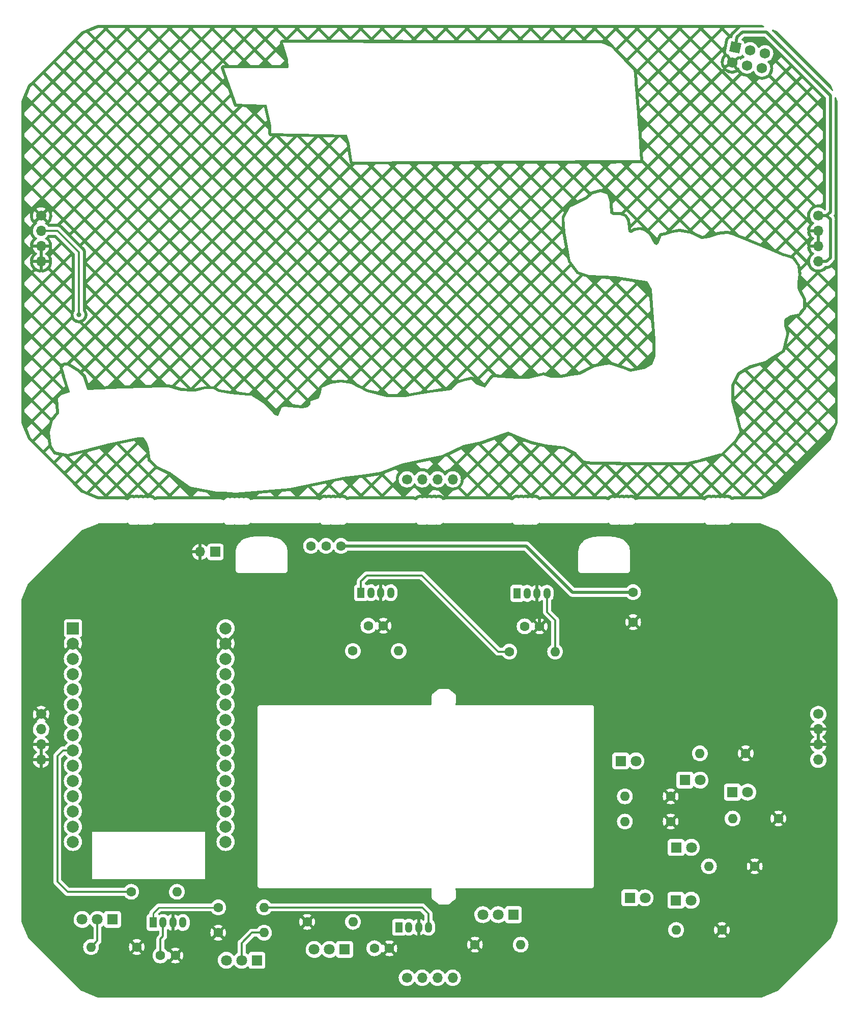
<source format=gbl>
G04 #@! TF.GenerationSoftware,KiCad,Pcbnew,(6.0.11)*
G04 #@! TF.CreationDate,2023-06-26T12:51:04-05:00*
G04 #@! TF.ProjectId,future_badge,66757475-7265-45f6-9261-6467652e6b69,2*
G04 #@! TF.SameCoordinates,Original*
G04 #@! TF.FileFunction,Copper,L2,Bot*
G04 #@! TF.FilePolarity,Positive*
%FSLAX46Y46*%
G04 Gerber Fmt 4.6, Leading zero omitted, Abs format (unit mm)*
G04 Created by KiCad (PCBNEW (6.0.11)) date 2023-06-26 12:51:04*
%MOMM*%
%LPD*%
G01*
G04 APERTURE LIST*
G04 Aperture macros list*
%AMHorizOval*
0 Thick line with rounded ends*
0 $1 width*
0 $2 $3 position (X,Y) of the first rounded end (center of the circle)*
0 $4 $5 position (X,Y) of the second rounded end (center of the circle)*
0 Add line between two ends*
20,1,$1,$2,$3,$4,$5,0*
0 Add two circle primitives to create the rounded ends*
1,1,$1,$2,$3*
1,1,$1,$4,$5*%
%AMRotRect*
0 Rectangle, with rotation*
0 The origin of the aperture is its center*
0 $1 length*
0 $2 width*
0 $3 Rotation angle, in degrees counterclockwise*
0 Add horizontal line*
21,1,$1,$2,0,0,$3*%
G04 Aperture macros list end*
G04 #@! TA.AperFunction,ComponentPad*
%ADD10C,1.600000*%
G04 #@! TD*
G04 #@! TA.AperFunction,ComponentPad*
%ADD11R,1.800000X1.800000*%
G04 #@! TD*
G04 #@! TA.AperFunction,ComponentPad*
%ADD12C,1.800000*%
G04 #@! TD*
G04 #@! TA.AperFunction,ComponentPad*
%ADD13O,1.600000X1.600000*%
G04 #@! TD*
G04 #@! TA.AperFunction,ComponentPad*
%ADD14R,1.700000X1.700000*%
G04 #@! TD*
G04 #@! TA.AperFunction,ComponentPad*
%ADD15O,1.700000X1.700000*%
G04 #@! TD*
G04 #@! TA.AperFunction,ComponentPad*
%ADD16C,1.700000*%
G04 #@! TD*
G04 #@! TA.AperFunction,ComponentPad*
%ADD17RotRect,1.727200X1.727200X258.500000*%
G04 #@! TD*
G04 #@! TA.AperFunction,ComponentPad*
%ADD18C,1.727200*%
G04 #@! TD*
G04 #@! TA.AperFunction,ComponentPad*
%ADD19HorizOval,1.727200X0.000000X0.000000X0.000000X0.000000X0*%
G04 #@! TD*
G04 #@! TA.AperFunction,ComponentPad*
%ADD20R,1.200000X1.800000*%
G04 #@! TD*
G04 #@! TA.AperFunction,ComponentPad*
%ADD21O,1.200000X1.800000*%
G04 #@! TD*
G04 #@! TA.AperFunction,ComponentPad*
%ADD22R,2.000000X2.000000*%
G04 #@! TD*
G04 #@! TA.AperFunction,ComponentPad*
%ADD23C,2.000000*%
G04 #@! TD*
G04 #@! TA.AperFunction,ViaPad*
%ADD24C,0.800000*%
G04 #@! TD*
G04 #@! TA.AperFunction,Conductor*
%ADD25C,0.500000*%
G04 #@! TD*
G04 #@! TA.AperFunction,Conductor*
%ADD26C,0.300000*%
G04 #@! TD*
G04 #@! TA.AperFunction,Conductor*
%ADD27C,0.250000*%
G04 #@! TD*
G04 APERTURE END LIST*
D10*
X43350000Y-173200000D03*
X45850000Y-173200000D03*
D11*
X129150000Y-155200000D03*
D12*
X131690000Y-155200000D03*
D10*
X38475000Y-162600000D03*
D13*
X46095000Y-162600000D03*
D10*
X77950000Y-118300000D03*
X80450000Y-118300000D03*
D14*
X52500000Y-106000000D03*
D15*
X49960000Y-106000000D03*
D16*
X23500000Y-50000000D03*
D15*
X23500000Y-52540000D03*
X23500000Y-55080000D03*
X23500000Y-57620000D03*
D11*
X74000000Y-172200000D03*
D12*
X71460000Y-172200000D03*
X68920000Y-172200000D03*
D10*
X136775000Y-168950000D03*
D13*
X129155000Y-168950000D03*
D11*
X121455000Y-163600000D03*
D12*
X123995000Y-163600000D03*
D10*
X128250000Y-146700000D03*
D13*
X120630000Y-146700000D03*
D17*
X138968997Y-21980662D03*
D18*
X138462602Y-24469670D03*
D19*
X141458005Y-22487056D03*
X140951611Y-24976065D03*
D18*
X143947014Y-22993451D03*
X143440620Y-25482459D03*
D10*
X95675000Y-171400000D03*
D13*
X103295000Y-171400000D03*
D10*
X128250000Y-150900000D03*
D13*
X120630000Y-150900000D03*
D10*
X39425000Y-171800000D03*
D13*
X31805000Y-171800000D03*
D10*
X140725000Y-139550000D03*
D13*
X133105000Y-139550000D03*
D10*
X52975000Y-169400000D03*
D13*
X60595000Y-169400000D03*
D10*
X67775000Y-167600000D03*
D13*
X75395000Y-167600000D03*
D20*
X83010000Y-168490000D03*
D21*
X84660000Y-168490000D03*
X86310000Y-168490000D03*
X87960000Y-168490000D03*
D10*
X75375000Y-122500000D03*
D13*
X82995000Y-122500000D03*
D10*
X122000000Y-112700000D03*
X122000000Y-117700000D03*
X52975000Y-165200000D03*
D13*
X60595000Y-165200000D03*
D20*
X42145000Y-167700000D03*
D21*
X43795000Y-167700000D03*
X45445000Y-167700000D03*
X47095000Y-167700000D03*
D11*
X35400000Y-167200000D03*
D12*
X32860000Y-167200000D03*
X30320000Y-167200000D03*
D22*
X28802500Y-118712500D03*
D23*
X28802500Y-121252500D03*
X28802500Y-123792500D03*
X28802500Y-126332500D03*
X28802500Y-128872500D03*
X28802500Y-131412500D03*
X28802500Y-133952500D03*
X28802500Y-136492500D03*
X28802500Y-139032500D03*
X28802500Y-141572500D03*
X28802500Y-144112500D03*
X28802500Y-146652500D03*
X28802500Y-149192500D03*
X28802500Y-151732500D03*
X28802500Y-154272500D03*
X54202500Y-154272500D03*
X54202500Y-151732500D03*
X54202500Y-149192500D03*
X54202500Y-146652500D03*
X54202500Y-144112500D03*
X54202500Y-141572500D03*
X54202500Y-139032500D03*
X54202500Y-136492500D03*
X54202500Y-133952500D03*
X54202500Y-131412500D03*
X54202500Y-128872500D03*
X54202500Y-126332500D03*
X54202500Y-123792500D03*
X54202500Y-121252500D03*
X54202500Y-118712500D03*
D10*
X78950000Y-172000000D03*
X81450000Y-172000000D03*
X101400000Y-122600000D03*
D13*
X109020000Y-122600000D03*
D11*
X138525000Y-146000000D03*
D12*
X141065000Y-146000000D03*
D11*
X59400000Y-174000000D03*
D12*
X56860000Y-174000000D03*
X54320000Y-174000000D03*
D11*
X129125000Y-164000000D03*
D12*
X131665000Y-164000000D03*
D11*
X119925000Y-140800000D03*
D12*
X122465000Y-140800000D03*
D10*
X142225000Y-158350000D03*
D13*
X134605000Y-158350000D03*
D11*
X102080000Y-166400000D03*
D12*
X99540000Y-166400000D03*
X97000000Y-166400000D03*
D10*
X68400000Y-105000000D03*
X70900000Y-105000000D03*
X73400000Y-105000000D03*
D16*
X152800000Y-50000000D03*
D15*
X152800000Y-52540000D03*
X152800000Y-55080000D03*
X152800000Y-57620000D03*
D10*
X103950000Y-118400000D03*
X106450000Y-118400000D03*
D16*
X84360000Y-93910000D03*
D15*
X86900000Y-93910000D03*
X89440000Y-93910000D03*
X91980000Y-93910000D03*
D10*
X146175000Y-150400000D03*
D13*
X138555000Y-150400000D03*
D20*
X76715000Y-112800000D03*
D21*
X78365000Y-112800000D03*
X80015000Y-112800000D03*
X81665000Y-112800000D03*
D11*
X130595000Y-144000000D03*
D12*
X133135000Y-144000000D03*
D20*
X102720000Y-112900000D03*
D21*
X104370000Y-112900000D03*
X106020000Y-112900000D03*
X107670000Y-112900000D03*
D16*
X152800000Y-133000000D03*
D15*
X152800000Y-135540000D03*
X152800000Y-138080000D03*
X152800000Y-140620000D03*
D16*
X23500000Y-133000000D03*
D15*
X23500000Y-135540000D03*
X23500000Y-138080000D03*
X23500000Y-140620000D03*
D16*
X84360000Y-176910000D03*
D15*
X86900000Y-176910000D03*
X89440000Y-176910000D03*
X91980000Y-176910000D03*
D24*
X29800000Y-66500000D03*
D25*
X104200000Y-105000000D02*
X73400000Y-105000000D01*
X122000000Y-112700000D02*
X111900000Y-112700000D01*
X111900000Y-112700000D02*
X104200000Y-105000000D01*
X106450000Y-116250000D02*
X106020000Y-115820000D01*
X106020000Y-115820000D02*
X106020000Y-112900080D01*
X106450000Y-118600000D02*
X106450000Y-116250000D01*
D26*
X27900000Y-162600000D02*
X38475000Y-162600000D01*
X28802500Y-139032500D02*
X27167500Y-139032500D01*
X26200000Y-140000000D02*
X26200000Y-160900000D01*
X27167500Y-139032500D02*
X26200000Y-140000000D01*
X26200000Y-160900000D02*
X27900000Y-162600000D01*
D27*
X43100000Y-165200000D02*
X52975000Y-165200000D01*
X42145000Y-166155000D02*
X43100000Y-165200000D01*
X42145000Y-167700000D02*
X42145000Y-166155000D01*
D26*
X86900000Y-165200000D02*
X87960000Y-166260000D01*
X60595000Y-165200000D02*
X86900000Y-165200000D01*
X87960000Y-166260000D02*
X87960000Y-168490000D01*
X86850000Y-109900000D02*
X99550000Y-122600000D01*
X99550000Y-122600000D02*
X101400000Y-122600000D01*
X77700000Y-109900000D02*
X86850000Y-109900000D01*
X76715000Y-112800000D02*
X76715000Y-110885000D01*
X76715000Y-110885000D02*
X77700000Y-109900000D01*
X109020000Y-117357500D02*
X109020000Y-122600000D01*
X107670000Y-116007500D02*
X107670000Y-112900080D01*
X109020000Y-117357500D02*
X107670000Y-116007500D01*
X32860000Y-170745000D02*
X32860000Y-167200000D01*
X31805000Y-171800000D02*
X32860000Y-170745000D01*
X58600000Y-169400000D02*
X60595000Y-169400000D01*
X56860000Y-174000000D02*
X56860000Y-171140000D01*
X56860000Y-171140000D02*
X58600000Y-169400000D01*
X29800000Y-66500000D02*
X29800000Y-56100000D01*
X26800000Y-53100000D02*
X26240000Y-52540000D01*
X29800000Y-56100000D02*
X26800000Y-53100000D01*
X26240000Y-52540000D02*
X23500000Y-52540000D01*
D25*
X154200000Y-50000000D02*
X152800000Y-50000000D01*
X154200000Y-50000000D02*
X154800000Y-49400000D01*
X154180000Y-57620000D02*
X154800000Y-57000000D01*
X154800000Y-57000000D02*
X154800000Y-50600000D01*
X140200000Y-19400000D02*
X139300000Y-20300000D01*
X139300000Y-20300000D02*
X138968997Y-21980662D01*
X154800000Y-49400000D02*
X154800000Y-30000000D01*
X144200000Y-19400000D02*
X140200000Y-19400000D01*
X154800000Y-30000000D02*
X144200000Y-19400000D01*
X154800000Y-50600000D02*
X154200000Y-50000000D01*
X152800000Y-57620000D02*
X154180000Y-57620000D01*
D26*
X43795000Y-170005000D02*
X43795000Y-167700000D01*
X43350000Y-170450000D02*
X43795000Y-170005000D01*
X43350000Y-173200000D02*
X43350000Y-170450000D01*
G04 #@! TA.AperFunction,Conductor*
G36*
X133999716Y-101149492D02*
G01*
X134010730Y-101162511D01*
X134083153Y-101260923D01*
X134083157Y-101260927D01*
X134087492Y-101266818D01*
X134093070Y-101271557D01*
X134093073Y-101271560D01*
X134216706Y-101376594D01*
X134216710Y-101376597D01*
X134222285Y-101381333D01*
X134271812Y-101406623D01*
X134373292Y-101458442D01*
X134373294Y-101458443D01*
X134379808Y-101461769D01*
X134386913Y-101463508D01*
X134386917Y-101463509D01*
X134469238Y-101483652D01*
X134551610Y-101503808D01*
X134557212Y-101504156D01*
X134557215Y-101504156D01*
X134560825Y-101504380D01*
X134560835Y-101504380D01*
X134562764Y-101504500D01*
X134690293Y-101504500D01*
X134760036Y-101496369D01*
X134814411Y-101490030D01*
X134814415Y-101490029D01*
X134821681Y-101489182D01*
X134828556Y-101486687D01*
X134828558Y-101486686D01*
X134981662Y-101431111D01*
X135052520Y-101426670D01*
X135081956Y-101437334D01*
X135123288Y-101458440D01*
X135123290Y-101458441D01*
X135129808Y-101461769D01*
X135301610Y-101503808D01*
X135307212Y-101504156D01*
X135307215Y-101504156D01*
X135310825Y-101504380D01*
X135310835Y-101504380D01*
X135312764Y-101504500D01*
X135440293Y-101504500D01*
X135510036Y-101496369D01*
X135564411Y-101490030D01*
X135564415Y-101490029D01*
X135571681Y-101489182D01*
X135578556Y-101486687D01*
X135578558Y-101486686D01*
X135737937Y-101428833D01*
X135739009Y-101431787D01*
X135795013Y-101421673D01*
X135838868Y-101434736D01*
X135891808Y-101461769D01*
X135898913Y-101463508D01*
X135898917Y-101463509D01*
X135981238Y-101483652D01*
X136063610Y-101503808D01*
X136069212Y-101504156D01*
X136069215Y-101504156D01*
X136072825Y-101504380D01*
X136072835Y-101504380D01*
X136074764Y-101504500D01*
X136202293Y-101504500D01*
X136272036Y-101496369D01*
X136326411Y-101490030D01*
X136326415Y-101490029D01*
X136333681Y-101489182D01*
X136340556Y-101486687D01*
X136340558Y-101486686D01*
X136493662Y-101431111D01*
X136564520Y-101426670D01*
X136593956Y-101437334D01*
X136635288Y-101458440D01*
X136635290Y-101458441D01*
X136641808Y-101461769D01*
X136813610Y-101503808D01*
X136819212Y-101504156D01*
X136819215Y-101504156D01*
X136822825Y-101504380D01*
X136822835Y-101504380D01*
X136824764Y-101504500D01*
X136952293Y-101504500D01*
X137022036Y-101496369D01*
X137076411Y-101490030D01*
X137076415Y-101490029D01*
X137083681Y-101489182D01*
X137090556Y-101486687D01*
X137090558Y-101486686D01*
X137168367Y-101458442D01*
X137243662Y-101431111D01*
X137249937Y-101428833D01*
X137250348Y-101429966D01*
X137313076Y-101418639D01*
X137356926Y-101431702D01*
X137409292Y-101458442D01*
X137409294Y-101458443D01*
X137415808Y-101461769D01*
X137422913Y-101463508D01*
X137422917Y-101463509D01*
X137505238Y-101483652D01*
X137587610Y-101503808D01*
X137593212Y-101504156D01*
X137593215Y-101504156D01*
X137596825Y-101504380D01*
X137596835Y-101504380D01*
X137598764Y-101504500D01*
X137726293Y-101504500D01*
X137796036Y-101496369D01*
X137850411Y-101490030D01*
X137850415Y-101490029D01*
X137857681Y-101489182D01*
X137864556Y-101486687D01*
X137864558Y-101486686D01*
X138017061Y-101431329D01*
X138017062Y-101431329D01*
X138023937Y-101428833D01*
X138030054Y-101424822D01*
X138030057Y-101424821D01*
X138165733Y-101335868D01*
X138165734Y-101335867D01*
X138171852Y-101331856D01*
X138293490Y-101203453D01*
X138301608Y-101189477D01*
X138353119Y-101140619D01*
X138422868Y-101127366D01*
X138452756Y-101134039D01*
X138548725Y-101168146D01*
X138594847Y-101184538D01*
X138599055Y-101185412D01*
X138599057Y-101185413D01*
X138859662Y-101239568D01*
X138859668Y-101239569D01*
X138863870Y-101240442D01*
X138868158Y-101240735D01*
X138868163Y-101240736D01*
X139106825Y-101257061D01*
X139119118Y-101258511D01*
X139125448Y-101259576D01*
X139131793Y-101259653D01*
X139133140Y-101259670D01*
X139133143Y-101259670D01*
X139138000Y-101259729D01*
X139165624Y-101255773D01*
X139183486Y-101254500D01*
X143264197Y-101254500D01*
X143312415Y-101264091D01*
X146062541Y-102403231D01*
X146103418Y-102430545D01*
X154936028Y-111263155D01*
X154963342Y-111304032D01*
X155373985Y-112295411D01*
X156039647Y-113902460D01*
X156048481Y-113923788D01*
X156058072Y-113972006D01*
X156058072Y-167453530D01*
X156048451Y-167501821D01*
X155771813Y-168168510D01*
X154917893Y-170226432D01*
X154912908Y-170238445D01*
X154885624Y-170279249D01*
X146049418Y-179115455D01*
X146008541Y-179142769D01*
X144143209Y-179915415D01*
X143388782Y-180227909D01*
X143340565Y-180237500D01*
X32935435Y-180237500D01*
X32887218Y-180227909D01*
X30267460Y-179142770D01*
X30226583Y-179115456D01*
X27987822Y-176876695D01*
X82997251Y-176876695D01*
X82997548Y-176881848D01*
X82997548Y-176881851D01*
X83003011Y-176976590D01*
X83010110Y-177099715D01*
X83011247Y-177104761D01*
X83011248Y-177104767D01*
X83031119Y-177192939D01*
X83059222Y-177317639D01*
X83143266Y-177524616D01*
X83194019Y-177607438D01*
X83257291Y-177710688D01*
X83259987Y-177715088D01*
X83406250Y-177883938D01*
X83578126Y-178026632D01*
X83771000Y-178139338D01*
X83979692Y-178219030D01*
X83984760Y-178220061D01*
X83984763Y-178220062D01*
X84092017Y-178241883D01*
X84198597Y-178263567D01*
X84203772Y-178263757D01*
X84203774Y-178263757D01*
X84416673Y-178271564D01*
X84416677Y-178271564D01*
X84421837Y-178271753D01*
X84426957Y-178271097D01*
X84426959Y-178271097D01*
X84638288Y-178244025D01*
X84638289Y-178244025D01*
X84643416Y-178243368D01*
X84648366Y-178241883D01*
X84852429Y-178180661D01*
X84852434Y-178180659D01*
X84857384Y-178179174D01*
X85057994Y-178080896D01*
X85239860Y-177951173D01*
X85398096Y-177793489D01*
X85457594Y-177710689D01*
X85528453Y-177612077D01*
X85529776Y-177613028D01*
X85576645Y-177569857D01*
X85646580Y-177557625D01*
X85712026Y-177585144D01*
X85739875Y-177616994D01*
X85799987Y-177715088D01*
X85946250Y-177883938D01*
X86118126Y-178026632D01*
X86311000Y-178139338D01*
X86519692Y-178219030D01*
X86524760Y-178220061D01*
X86524763Y-178220062D01*
X86632017Y-178241883D01*
X86738597Y-178263567D01*
X86743772Y-178263757D01*
X86743774Y-178263757D01*
X86956673Y-178271564D01*
X86956677Y-178271564D01*
X86961837Y-178271753D01*
X86966957Y-178271097D01*
X86966959Y-178271097D01*
X87178288Y-178244025D01*
X87178289Y-178244025D01*
X87183416Y-178243368D01*
X87188366Y-178241883D01*
X87392429Y-178180661D01*
X87392434Y-178180659D01*
X87397384Y-178179174D01*
X87597994Y-178080896D01*
X87779860Y-177951173D01*
X87938096Y-177793489D01*
X87997594Y-177710689D01*
X88068453Y-177612077D01*
X88069776Y-177613028D01*
X88116645Y-177569857D01*
X88186580Y-177557625D01*
X88252026Y-177585144D01*
X88279875Y-177616994D01*
X88339987Y-177715088D01*
X88486250Y-177883938D01*
X88658126Y-178026632D01*
X88851000Y-178139338D01*
X89059692Y-178219030D01*
X89064760Y-178220061D01*
X89064763Y-178220062D01*
X89172017Y-178241883D01*
X89278597Y-178263567D01*
X89283772Y-178263757D01*
X89283774Y-178263757D01*
X89496673Y-178271564D01*
X89496677Y-178271564D01*
X89501837Y-178271753D01*
X89506957Y-178271097D01*
X89506959Y-178271097D01*
X89718288Y-178244025D01*
X89718289Y-178244025D01*
X89723416Y-178243368D01*
X89728366Y-178241883D01*
X89932429Y-178180661D01*
X89932434Y-178180659D01*
X89937384Y-178179174D01*
X90137994Y-178080896D01*
X90319860Y-177951173D01*
X90478096Y-177793489D01*
X90537594Y-177710689D01*
X90608453Y-177612077D01*
X90609776Y-177613028D01*
X90656645Y-177569857D01*
X90726580Y-177557625D01*
X90792026Y-177585144D01*
X90819875Y-177616994D01*
X90879987Y-177715088D01*
X91026250Y-177883938D01*
X91198126Y-178026632D01*
X91391000Y-178139338D01*
X91599692Y-178219030D01*
X91604760Y-178220061D01*
X91604763Y-178220062D01*
X91712017Y-178241883D01*
X91818597Y-178263567D01*
X91823772Y-178263757D01*
X91823774Y-178263757D01*
X92036673Y-178271564D01*
X92036677Y-178271564D01*
X92041837Y-178271753D01*
X92046957Y-178271097D01*
X92046959Y-178271097D01*
X92258288Y-178244025D01*
X92258289Y-178244025D01*
X92263416Y-178243368D01*
X92268366Y-178241883D01*
X92472429Y-178180661D01*
X92472434Y-178180659D01*
X92477384Y-178179174D01*
X92677994Y-178080896D01*
X92859860Y-177951173D01*
X93018096Y-177793489D01*
X93077594Y-177710689D01*
X93145435Y-177616277D01*
X93148453Y-177612077D01*
X93169320Y-177569857D01*
X93245136Y-177416453D01*
X93245137Y-177416451D01*
X93247430Y-177411811D01*
X93312370Y-177198069D01*
X93341529Y-176976590D01*
X93343156Y-176910000D01*
X93324852Y-176687361D01*
X93270431Y-176470702D01*
X93181354Y-176265840D01*
X93060014Y-176078277D01*
X92909670Y-175913051D01*
X92905619Y-175909852D01*
X92905615Y-175909848D01*
X92738414Y-175777800D01*
X92738410Y-175777798D01*
X92734359Y-175774598D01*
X92538789Y-175666638D01*
X92533920Y-175664914D01*
X92533916Y-175664912D01*
X92333087Y-175593795D01*
X92333083Y-175593794D01*
X92328212Y-175592069D01*
X92323119Y-175591162D01*
X92323116Y-175591161D01*
X92113373Y-175553800D01*
X92113367Y-175553799D01*
X92108284Y-175552894D01*
X92034452Y-175551992D01*
X91890081Y-175550228D01*
X91890079Y-175550228D01*
X91884911Y-175550165D01*
X91664091Y-175583955D01*
X91451756Y-175653357D01*
X91253607Y-175756507D01*
X91249474Y-175759610D01*
X91249471Y-175759612D01*
X91225247Y-175777800D01*
X91074965Y-175890635D01*
X90920629Y-176052138D01*
X90813201Y-176209621D01*
X90758293Y-176254621D01*
X90687768Y-176262792D01*
X90624021Y-176231538D01*
X90603324Y-176207054D01*
X90522822Y-176082617D01*
X90522820Y-176082614D01*
X90520014Y-176078277D01*
X90369670Y-175913051D01*
X90365619Y-175909852D01*
X90365615Y-175909848D01*
X90198414Y-175777800D01*
X90198410Y-175777798D01*
X90194359Y-175774598D01*
X89998789Y-175666638D01*
X89993920Y-175664914D01*
X89993916Y-175664912D01*
X89793087Y-175593795D01*
X89793083Y-175593794D01*
X89788212Y-175592069D01*
X89783119Y-175591162D01*
X89783116Y-175591161D01*
X89573373Y-175553800D01*
X89573367Y-175553799D01*
X89568284Y-175552894D01*
X89494452Y-175551992D01*
X89350081Y-175550228D01*
X89350079Y-175550228D01*
X89344911Y-175550165D01*
X89124091Y-175583955D01*
X88911756Y-175653357D01*
X88713607Y-175756507D01*
X88709474Y-175759610D01*
X88709471Y-175759612D01*
X88685247Y-175777800D01*
X88534965Y-175890635D01*
X88380629Y-176052138D01*
X88273201Y-176209621D01*
X88218293Y-176254621D01*
X88147768Y-176262792D01*
X88084021Y-176231538D01*
X88063324Y-176207054D01*
X87982822Y-176082617D01*
X87982820Y-176082614D01*
X87980014Y-176078277D01*
X87829670Y-175913051D01*
X87825619Y-175909852D01*
X87825615Y-175909848D01*
X87658414Y-175777800D01*
X87658410Y-175777798D01*
X87654359Y-175774598D01*
X87458789Y-175666638D01*
X87453920Y-175664914D01*
X87453916Y-175664912D01*
X87253087Y-175593795D01*
X87253083Y-175593794D01*
X87248212Y-175592069D01*
X87243119Y-175591162D01*
X87243116Y-175591161D01*
X87033373Y-175553800D01*
X87033367Y-175553799D01*
X87028284Y-175552894D01*
X86954452Y-175551992D01*
X86810081Y-175550228D01*
X86810079Y-175550228D01*
X86804911Y-175550165D01*
X86584091Y-175583955D01*
X86371756Y-175653357D01*
X86173607Y-175756507D01*
X86169474Y-175759610D01*
X86169471Y-175759612D01*
X86145247Y-175777800D01*
X85994965Y-175890635D01*
X85840629Y-176052138D01*
X85733201Y-176209621D01*
X85678293Y-176254621D01*
X85607768Y-176262792D01*
X85544021Y-176231538D01*
X85523324Y-176207054D01*
X85442822Y-176082617D01*
X85442820Y-176082614D01*
X85440014Y-176078277D01*
X85289670Y-175913051D01*
X85285619Y-175909852D01*
X85285615Y-175909848D01*
X85118414Y-175777800D01*
X85118410Y-175777798D01*
X85114359Y-175774598D01*
X84918789Y-175666638D01*
X84913920Y-175664914D01*
X84913916Y-175664912D01*
X84713087Y-175593795D01*
X84713083Y-175593794D01*
X84708212Y-175592069D01*
X84703119Y-175591162D01*
X84703116Y-175591161D01*
X84493373Y-175553800D01*
X84493367Y-175553799D01*
X84488284Y-175552894D01*
X84414452Y-175551992D01*
X84270081Y-175550228D01*
X84270079Y-175550228D01*
X84264911Y-175550165D01*
X84044091Y-175583955D01*
X83831756Y-175653357D01*
X83633607Y-175756507D01*
X83629474Y-175759610D01*
X83629471Y-175759612D01*
X83605247Y-175777800D01*
X83454965Y-175890635D01*
X83300629Y-176052138D01*
X83174743Y-176236680D01*
X83080688Y-176439305D01*
X83020989Y-176654570D01*
X82997251Y-176876695D01*
X27987822Y-176876695D01*
X21339974Y-170228846D01*
X21312660Y-170187969D01*
X20428834Y-168054225D01*
X20227520Y-167568210D01*
X20217929Y-167519993D01*
X20217929Y-167165469D01*
X28907095Y-167165469D01*
X28907392Y-167170622D01*
X28907392Y-167170625D01*
X28917398Y-167344170D01*
X28920427Y-167396697D01*
X28921564Y-167401743D01*
X28921565Y-167401749D01*
X28944118Y-167501821D01*
X28971346Y-167622642D01*
X28973288Y-167627424D01*
X28973289Y-167627428D01*
X29056540Y-167832450D01*
X29058484Y-167837237D01*
X29179501Y-168034719D01*
X29331147Y-168209784D01*
X29509349Y-168357730D01*
X29709322Y-168474584D01*
X29925694Y-168557209D01*
X29930760Y-168558240D01*
X29930761Y-168558240D01*
X29940449Y-168560211D01*
X30152656Y-168603385D01*
X30282089Y-168608131D01*
X30378949Y-168611683D01*
X30378953Y-168611683D01*
X30384113Y-168611872D01*
X30389233Y-168611216D01*
X30389235Y-168611216D01*
X30464454Y-168601580D01*
X30613847Y-168582442D01*
X30618795Y-168580957D01*
X30618802Y-168580956D01*
X30830747Y-168517369D01*
X30835690Y-168515886D01*
X30842700Y-168512452D01*
X31039049Y-168416262D01*
X31039052Y-168416260D01*
X31043684Y-168413991D01*
X31232243Y-168279494D01*
X31396303Y-168116005D01*
X31399317Y-168111811D01*
X31399326Y-168111800D01*
X31486960Y-167989844D01*
X31542954Y-167946196D01*
X31613658Y-167939750D01*
X31676622Y-167972553D01*
X31696715Y-167997536D01*
X31716800Y-168030313D01*
X31716804Y-168030318D01*
X31719501Y-168034719D01*
X31871147Y-168209784D01*
X32049349Y-168357730D01*
X32139070Y-168410158D01*
X32187794Y-168461796D01*
X32201500Y-168518946D01*
X32201500Y-170387376D01*
X32181498Y-170455497D01*
X32127842Y-170501990D01*
X32057568Y-170512094D01*
X32042894Y-170509084D01*
X32038408Y-170507882D01*
X32038400Y-170507881D01*
X32033087Y-170506457D01*
X31805000Y-170486502D01*
X31576913Y-170506457D01*
X31571600Y-170507881D01*
X31571598Y-170507881D01*
X31361067Y-170564293D01*
X31361065Y-170564294D01*
X31355757Y-170565716D01*
X31350776Y-170568039D01*
X31350775Y-170568039D01*
X31153238Y-170660151D01*
X31153233Y-170660154D01*
X31148251Y-170662477D01*
X31076787Y-170712517D01*
X30965211Y-170790643D01*
X30965208Y-170790645D01*
X30960700Y-170793802D01*
X30798802Y-170955700D01*
X30795645Y-170960208D01*
X30795643Y-170960211D01*
X30770385Y-170996283D01*
X30667477Y-171143251D01*
X30665154Y-171148233D01*
X30665151Y-171148238D01*
X30574216Y-171343251D01*
X30570716Y-171350757D01*
X30569294Y-171356065D01*
X30569293Y-171356067D01*
X30517126Y-171550757D01*
X30511457Y-171571913D01*
X30491502Y-171800000D01*
X30511457Y-172028087D01*
X30512881Y-172033400D01*
X30512881Y-172033402D01*
X30555861Y-172193802D01*
X30570716Y-172249243D01*
X30573039Y-172254224D01*
X30573039Y-172254225D01*
X30665151Y-172451762D01*
X30665154Y-172451767D01*
X30667477Y-172456749D01*
X30731714Y-172548489D01*
X30792492Y-172635288D01*
X30798802Y-172644300D01*
X30960700Y-172806198D01*
X30965208Y-172809355D01*
X30965211Y-172809357D01*
X31027961Y-172853295D01*
X31148251Y-172937523D01*
X31153233Y-172939846D01*
X31153238Y-172939849D01*
X31347241Y-173030313D01*
X31355757Y-173034284D01*
X31361065Y-173035706D01*
X31361067Y-173035707D01*
X31571598Y-173092119D01*
X31571600Y-173092119D01*
X31576913Y-173093543D01*
X31805000Y-173113498D01*
X32033087Y-173093543D01*
X32038400Y-173092119D01*
X32038402Y-173092119D01*
X32248933Y-173035707D01*
X32248935Y-173035706D01*
X32254243Y-173034284D01*
X32262759Y-173030313D01*
X32456762Y-172939849D01*
X32456767Y-172939846D01*
X32461749Y-172937523D01*
X32535243Y-172886062D01*
X38703493Y-172886062D01*
X38712789Y-172898077D01*
X38763994Y-172933931D01*
X38773489Y-172939414D01*
X38970947Y-173031490D01*
X38981239Y-173035236D01*
X39191688Y-173091625D01*
X39202481Y-173093528D01*
X39419525Y-173112517D01*
X39430475Y-173112517D01*
X39647519Y-173093528D01*
X39658312Y-173091625D01*
X39868761Y-173035236D01*
X39879053Y-173031490D01*
X40076511Y-172939414D01*
X40086006Y-172933931D01*
X40138048Y-172897491D01*
X40146424Y-172887012D01*
X40139356Y-172873566D01*
X39437812Y-172172022D01*
X39423868Y-172164408D01*
X39422035Y-172164539D01*
X39415420Y-172168790D01*
X38709923Y-172874287D01*
X38703493Y-172886062D01*
X32535243Y-172886062D01*
X32582039Y-172853295D01*
X32644789Y-172809357D01*
X32644792Y-172809355D01*
X32649300Y-172806198D01*
X32811198Y-172644300D01*
X32817509Y-172635288D01*
X32878286Y-172548489D01*
X32942523Y-172456749D01*
X32944846Y-172451767D01*
X32944849Y-172451762D01*
X33036961Y-172254225D01*
X33036961Y-172254224D01*
X33039284Y-172249243D01*
X33054140Y-172193802D01*
X33097119Y-172033402D01*
X33097119Y-172033400D01*
X33098543Y-172028087D01*
X33118019Y-171805475D01*
X38112483Y-171805475D01*
X38131472Y-172022519D01*
X38133375Y-172033312D01*
X38189764Y-172243761D01*
X38193510Y-172254053D01*
X38285586Y-172451511D01*
X38291069Y-172461006D01*
X38327509Y-172513048D01*
X38337988Y-172521424D01*
X38351434Y-172514356D01*
X39052978Y-171812812D01*
X39059356Y-171801132D01*
X39789408Y-171801132D01*
X39789539Y-171802965D01*
X39793790Y-171809580D01*
X40499287Y-172515077D01*
X40511062Y-172521507D01*
X40523077Y-172512211D01*
X40558931Y-172461006D01*
X40564414Y-172451511D01*
X40656490Y-172254053D01*
X40660236Y-172243761D01*
X40716625Y-172033312D01*
X40718528Y-172022519D01*
X40737517Y-171805475D01*
X40737517Y-171794525D01*
X40718528Y-171577481D01*
X40716625Y-171566688D01*
X40660236Y-171356239D01*
X40656490Y-171345947D01*
X40564414Y-171148489D01*
X40558931Y-171138994D01*
X40522491Y-171086952D01*
X40512012Y-171078576D01*
X40498566Y-171085644D01*
X39797022Y-171787188D01*
X39789408Y-171801132D01*
X39059356Y-171801132D01*
X39060592Y-171798868D01*
X39060461Y-171797035D01*
X39056210Y-171790420D01*
X38350713Y-171084923D01*
X38338938Y-171078493D01*
X38326923Y-171087789D01*
X38291069Y-171138994D01*
X38285586Y-171148489D01*
X38193510Y-171345947D01*
X38189764Y-171356239D01*
X38133375Y-171566688D01*
X38131472Y-171577481D01*
X38112483Y-171794525D01*
X38112483Y-171805475D01*
X33118019Y-171805475D01*
X33118498Y-171800000D01*
X33098543Y-171571913D01*
X33089012Y-171536343D01*
X33090702Y-171465367D01*
X33121623Y-171414637D01*
X33267605Y-171268654D01*
X33276385Y-171260664D01*
X33283080Y-171256416D01*
X33331620Y-171204726D01*
X33334374Y-171201885D01*
X33354926Y-171181333D01*
X33357638Y-171177837D01*
X33365349Y-171168808D01*
X33369089Y-171164825D01*
X33396972Y-171135133D01*
X33400794Y-171128181D01*
X33407301Y-171116345D01*
X33418158Y-171099816D01*
X33426447Y-171089131D01*
X33426448Y-171089129D01*
X33431304Y-171082869D01*
X33449657Y-171040456D01*
X33454868Y-171029819D01*
X33477124Y-170989337D01*
X33482457Y-170968566D01*
X33488859Y-170949864D01*
X33497379Y-170930177D01*
X33503946Y-170888716D01*
X33504605Y-170884552D01*
X33507013Y-170872926D01*
X33516529Y-170835865D01*
X33516529Y-170835864D01*
X33518500Y-170828188D01*
X33518500Y-170806742D01*
X33520051Y-170787031D01*
X33522166Y-170773678D01*
X33523406Y-170765849D01*
X33519059Y-170719864D01*
X33518735Y-170712988D01*
X38703576Y-170712988D01*
X38710644Y-170726434D01*
X39412188Y-171427978D01*
X39426132Y-171435592D01*
X39427965Y-171435461D01*
X39434580Y-171431210D01*
X40140077Y-170725713D01*
X40146507Y-170713938D01*
X40137211Y-170701923D01*
X40086006Y-170666069D01*
X40076511Y-170660586D01*
X39879053Y-170568510D01*
X39868761Y-170564764D01*
X39658312Y-170508375D01*
X39647519Y-170506472D01*
X39430475Y-170487483D01*
X39419525Y-170487483D01*
X39202481Y-170506472D01*
X39191688Y-170508375D01*
X38981239Y-170564764D01*
X38970947Y-170568510D01*
X38773489Y-170660586D01*
X38763994Y-170666069D01*
X38711952Y-170702509D01*
X38703576Y-170712988D01*
X33518735Y-170712988D01*
X33518500Y-170708006D01*
X33518500Y-168648134D01*
X41036500Y-168648134D01*
X41043255Y-168710316D01*
X41094385Y-168846705D01*
X41181739Y-168963261D01*
X41298295Y-169050615D01*
X41434684Y-169101745D01*
X41496866Y-169108500D01*
X42793134Y-169108500D01*
X42855316Y-169101745D01*
X42966271Y-169060150D01*
X43037077Y-169054967D01*
X43099446Y-169088888D01*
X43133576Y-169151143D01*
X43136500Y-169178132D01*
X43136500Y-169680050D01*
X43116498Y-169748171D01*
X43099595Y-169769145D01*
X42942395Y-169926345D01*
X42933615Y-169934335D01*
X42933613Y-169934337D01*
X42926920Y-169938584D01*
X42921494Y-169944362D01*
X42921493Y-169944363D01*
X42878396Y-169990257D01*
X42875641Y-169993099D01*
X42855073Y-170013667D01*
X42852356Y-170017170D01*
X42844648Y-170026195D01*
X42813028Y-170059867D01*
X42809207Y-170066818D01*
X42809206Y-170066819D01*
X42802697Y-170078658D01*
X42791843Y-170095182D01*
X42784018Y-170105271D01*
X42778696Y-170112132D01*
X42775549Y-170119404D01*
X42775548Y-170119406D01*
X42760346Y-170154535D01*
X42755124Y-170165195D01*
X42742604Y-170187969D01*
X42732876Y-170205663D01*
X42727541Y-170226441D01*
X42721142Y-170245131D01*
X42712620Y-170264824D01*
X42707838Y-170295018D01*
X42705394Y-170310448D01*
X42702987Y-170322071D01*
X42691500Y-170366812D01*
X42691500Y-170388259D01*
X42689949Y-170407969D01*
X42686594Y-170429152D01*
X42690861Y-170474287D01*
X42690941Y-170475138D01*
X42691500Y-170486996D01*
X42691500Y-171998112D01*
X42671498Y-172066233D01*
X42637772Y-172101324D01*
X42608948Y-172121507D01*
X42510211Y-172190643D01*
X42510208Y-172190645D01*
X42505700Y-172193802D01*
X42343802Y-172355700D01*
X42340645Y-172360208D01*
X42340643Y-172360211D01*
X42308443Y-172406198D01*
X42212477Y-172543251D01*
X42210154Y-172548233D01*
X42210151Y-172548238D01*
X42118039Y-172745775D01*
X42115716Y-172750757D01*
X42114294Y-172756065D01*
X42114293Y-172756067D01*
X42065005Y-172940012D01*
X42056457Y-172971913D01*
X42036502Y-173200000D01*
X42056457Y-173428087D01*
X42057881Y-173433400D01*
X42057881Y-173433402D01*
X42105527Y-173611216D01*
X42115716Y-173649243D01*
X42118039Y-173654224D01*
X42118039Y-173654225D01*
X42210151Y-173851762D01*
X42210154Y-173851767D01*
X42212477Y-173856749D01*
X42343802Y-174044300D01*
X42505700Y-174206198D01*
X42510208Y-174209355D01*
X42510211Y-174209357D01*
X42588389Y-174264098D01*
X42693251Y-174337523D01*
X42698233Y-174339846D01*
X42698238Y-174339849D01*
X42875790Y-174422642D01*
X42900757Y-174434284D01*
X42906065Y-174435706D01*
X42906067Y-174435707D01*
X43116598Y-174492119D01*
X43116600Y-174492119D01*
X43121913Y-174493543D01*
X43350000Y-174513498D01*
X43578087Y-174493543D01*
X43583400Y-174492119D01*
X43583402Y-174492119D01*
X43793933Y-174435707D01*
X43793935Y-174435706D01*
X43799243Y-174434284D01*
X43824210Y-174422642D01*
X44001762Y-174339849D01*
X44001767Y-174339846D01*
X44006749Y-174337523D01*
X44080243Y-174286062D01*
X45128493Y-174286062D01*
X45137789Y-174298077D01*
X45188994Y-174333931D01*
X45198489Y-174339414D01*
X45395947Y-174431490D01*
X45406239Y-174435236D01*
X45616688Y-174491625D01*
X45627481Y-174493528D01*
X45844525Y-174512517D01*
X45855475Y-174512517D01*
X46072519Y-174493528D01*
X46083312Y-174491625D01*
X46293761Y-174435236D01*
X46304053Y-174431490D01*
X46501511Y-174339414D01*
X46511006Y-174333931D01*
X46563048Y-174297491D01*
X46571424Y-174287012D01*
X46564356Y-174273566D01*
X46256259Y-173965469D01*
X52907095Y-173965469D01*
X52920427Y-174196697D01*
X52921564Y-174201743D01*
X52921565Y-174201749D01*
X52940566Y-174286062D01*
X52971346Y-174422642D01*
X52973288Y-174427424D01*
X52973289Y-174427428D01*
X53048467Y-174612568D01*
X53058484Y-174637237D01*
X53179501Y-174834719D01*
X53331147Y-175009784D01*
X53509349Y-175157730D01*
X53709322Y-175274584D01*
X53925694Y-175357209D01*
X53930760Y-175358240D01*
X53930761Y-175358240D01*
X53983846Y-175369040D01*
X54152656Y-175403385D01*
X54282089Y-175408131D01*
X54378949Y-175411683D01*
X54378953Y-175411683D01*
X54384113Y-175411872D01*
X54389233Y-175411216D01*
X54389235Y-175411216D01*
X54463166Y-175401745D01*
X54613847Y-175382442D01*
X54618795Y-175380957D01*
X54618802Y-175380956D01*
X54830747Y-175317369D01*
X54835690Y-175315886D01*
X54916236Y-175276427D01*
X55039049Y-175216262D01*
X55039052Y-175216260D01*
X55043684Y-175213991D01*
X55232243Y-175079494D01*
X55396303Y-174916005D01*
X55399317Y-174911811D01*
X55399326Y-174911800D01*
X55486960Y-174789844D01*
X55542954Y-174746196D01*
X55613658Y-174739750D01*
X55676622Y-174772553D01*
X55696715Y-174797536D01*
X55716800Y-174830313D01*
X55716804Y-174830318D01*
X55719501Y-174834719D01*
X55871147Y-175009784D01*
X56049349Y-175157730D01*
X56249322Y-175274584D01*
X56465694Y-175357209D01*
X56470760Y-175358240D01*
X56470761Y-175358240D01*
X56523846Y-175369040D01*
X56692656Y-175403385D01*
X56822089Y-175408131D01*
X56918949Y-175411683D01*
X56918953Y-175411683D01*
X56924113Y-175411872D01*
X56929233Y-175411216D01*
X56929235Y-175411216D01*
X57003166Y-175401745D01*
X57153847Y-175382442D01*
X57158795Y-175380957D01*
X57158802Y-175380956D01*
X57370747Y-175317369D01*
X57375690Y-175315886D01*
X57456236Y-175276427D01*
X57579049Y-175216262D01*
X57579052Y-175216260D01*
X57583684Y-175213991D01*
X57772243Y-175079494D01*
X57817309Y-175034585D01*
X57879681Y-175000669D01*
X57950487Y-175005857D01*
X58007249Y-175048503D01*
X58024231Y-175079607D01*
X58049385Y-175146705D01*
X58136739Y-175263261D01*
X58253295Y-175350615D01*
X58389684Y-175401745D01*
X58451866Y-175408500D01*
X60348134Y-175408500D01*
X60410316Y-175401745D01*
X60546705Y-175350615D01*
X60663261Y-175263261D01*
X60750615Y-175146705D01*
X60801745Y-175010316D01*
X60808500Y-174948134D01*
X60808500Y-173051866D01*
X60801745Y-172989684D01*
X60750615Y-172853295D01*
X60663261Y-172736739D01*
X60546705Y-172649385D01*
X60410316Y-172598255D01*
X60348134Y-172591500D01*
X58451866Y-172591500D01*
X58389684Y-172598255D01*
X58253295Y-172649385D01*
X58136739Y-172736739D01*
X58049385Y-172853295D01*
X58046233Y-172861703D01*
X58046232Y-172861705D01*
X58025538Y-172916906D01*
X57982897Y-172973671D01*
X57916335Y-172998371D01*
X57846986Y-172983164D01*
X57824167Y-172966666D01*
X57823887Y-172966358D01*
X57642123Y-172822810D01*
X57583605Y-172790506D01*
X57533636Y-172740075D01*
X57518500Y-172680199D01*
X57518500Y-172165469D01*
X67507095Y-172165469D01*
X67507392Y-172170622D01*
X67507392Y-172170625D01*
X67518063Y-172355700D01*
X67520427Y-172396697D01*
X67521564Y-172401743D01*
X67521565Y-172401749D01*
X67552439Y-172538747D01*
X67571346Y-172622642D01*
X67573288Y-172627424D01*
X67573289Y-172627428D01*
X67656540Y-172832450D01*
X67658484Y-172837237D01*
X67779501Y-173034719D01*
X67931147Y-173209784D01*
X68109349Y-173357730D01*
X68309322Y-173474584D01*
X68525694Y-173557209D01*
X68530760Y-173558240D01*
X68530761Y-173558240D01*
X68561078Y-173564408D01*
X68752656Y-173603385D01*
X68882089Y-173608131D01*
X68978949Y-173611683D01*
X68978953Y-173611683D01*
X68984113Y-173611872D01*
X68989233Y-173611216D01*
X68989235Y-173611216D01*
X69063166Y-173601745D01*
X69213847Y-173582442D01*
X69218795Y-173580957D01*
X69218802Y-173580956D01*
X69430747Y-173517369D01*
X69435690Y-173515886D01*
X69443661Y-173511981D01*
X69639049Y-173416262D01*
X69639052Y-173416260D01*
X69643684Y-173413991D01*
X69832243Y-173279494D01*
X69996303Y-173116005D01*
X69999317Y-173111811D01*
X69999326Y-173111800D01*
X70086960Y-172989844D01*
X70142954Y-172946196D01*
X70213658Y-172939750D01*
X70276622Y-172972553D01*
X70296715Y-172997536D01*
X70316800Y-173030313D01*
X70316804Y-173030318D01*
X70319501Y-173034719D01*
X70471147Y-173209784D01*
X70649349Y-173357730D01*
X70849322Y-173474584D01*
X71065694Y-173557209D01*
X71070760Y-173558240D01*
X71070761Y-173558240D01*
X71101078Y-173564408D01*
X71292656Y-173603385D01*
X71422089Y-173608131D01*
X71518949Y-173611683D01*
X71518953Y-173611683D01*
X71524113Y-173611872D01*
X71529233Y-173611216D01*
X71529235Y-173611216D01*
X71603166Y-173601745D01*
X71753847Y-173582442D01*
X71758795Y-173580957D01*
X71758802Y-173580956D01*
X71970747Y-173517369D01*
X71975690Y-173515886D01*
X71983661Y-173511981D01*
X72179049Y-173416262D01*
X72179052Y-173416260D01*
X72183684Y-173413991D01*
X72372243Y-173279494D01*
X72417309Y-173234585D01*
X72479681Y-173200669D01*
X72550487Y-173205857D01*
X72607249Y-173248503D01*
X72624231Y-173279607D01*
X72649385Y-173346705D01*
X72736739Y-173463261D01*
X72853295Y-173550615D01*
X72989684Y-173601745D01*
X73051866Y-173608500D01*
X74948134Y-173608500D01*
X75010316Y-173601745D01*
X75146705Y-173550615D01*
X75263261Y-173463261D01*
X75350615Y-173346705D01*
X75401745Y-173210316D01*
X75408500Y-173148134D01*
X75408500Y-172000000D01*
X77636502Y-172000000D01*
X77656457Y-172228087D01*
X77657881Y-172233400D01*
X77657881Y-172233402D01*
X77705029Y-172409357D01*
X77715716Y-172449243D01*
X77718039Y-172454224D01*
X77718039Y-172454225D01*
X77810151Y-172651762D01*
X77810154Y-172651767D01*
X77812477Y-172656749D01*
X77851878Y-172713019D01*
X77937705Y-172835592D01*
X77943802Y-172844300D01*
X78105700Y-173006198D01*
X78110208Y-173009355D01*
X78110211Y-173009357D01*
X78142493Y-173031961D01*
X78293251Y-173137523D01*
X78298233Y-173139846D01*
X78298238Y-173139849D01*
X78494765Y-173231490D01*
X78500757Y-173234284D01*
X78506065Y-173235706D01*
X78506067Y-173235707D01*
X78716598Y-173292119D01*
X78716600Y-173292119D01*
X78721913Y-173293543D01*
X78950000Y-173313498D01*
X79178087Y-173293543D01*
X79183400Y-173292119D01*
X79183402Y-173292119D01*
X79393933Y-173235707D01*
X79393935Y-173235706D01*
X79399243Y-173234284D01*
X79405235Y-173231490D01*
X79601762Y-173139849D01*
X79601767Y-173139846D01*
X79606749Y-173137523D01*
X79680243Y-173086062D01*
X80728493Y-173086062D01*
X80737789Y-173098077D01*
X80788994Y-173133931D01*
X80798489Y-173139414D01*
X80995947Y-173231490D01*
X81006239Y-173235236D01*
X81216688Y-173291625D01*
X81227481Y-173293528D01*
X81444525Y-173312517D01*
X81455475Y-173312517D01*
X81672519Y-173293528D01*
X81683312Y-173291625D01*
X81893761Y-173235236D01*
X81904053Y-173231490D01*
X82101511Y-173139414D01*
X82111006Y-173133931D01*
X82163048Y-173097491D01*
X82171424Y-173087012D01*
X82164356Y-173073566D01*
X81462812Y-172372022D01*
X81448868Y-172364408D01*
X81447035Y-172364539D01*
X81440420Y-172368790D01*
X80734923Y-173074287D01*
X80728493Y-173086062D01*
X79680243Y-173086062D01*
X79757507Y-173031961D01*
X79789789Y-173009357D01*
X79789792Y-173009355D01*
X79794300Y-173006198D01*
X79956198Y-172844300D01*
X79962296Y-172835592D01*
X80061770Y-172693528D01*
X80087523Y-172656749D01*
X80089847Y-172651765D01*
X80091171Y-172649472D01*
X80142553Y-172600479D01*
X80212267Y-172587043D01*
X80278178Y-172613429D01*
X80309409Y-172649472D01*
X80316066Y-172661002D01*
X80352509Y-172713048D01*
X80362988Y-172721424D01*
X80376434Y-172714356D01*
X81077978Y-172012812D01*
X81084356Y-172001132D01*
X81814408Y-172001132D01*
X81814539Y-172002965D01*
X81818790Y-172009580D01*
X82524287Y-172715077D01*
X82536062Y-172721507D01*
X82548077Y-172712211D01*
X82583931Y-172661006D01*
X82589414Y-172651511D01*
X82666564Y-172486062D01*
X94953493Y-172486062D01*
X94962789Y-172498077D01*
X95013994Y-172533931D01*
X95023489Y-172539414D01*
X95220947Y-172631490D01*
X95231239Y-172635236D01*
X95441688Y-172691625D01*
X95452481Y-172693528D01*
X95669525Y-172712517D01*
X95680475Y-172712517D01*
X95897519Y-172693528D01*
X95908312Y-172691625D01*
X96118761Y-172635236D01*
X96129053Y-172631490D01*
X96326511Y-172539414D01*
X96336006Y-172533931D01*
X96388048Y-172497491D01*
X96396424Y-172487012D01*
X96389356Y-172473566D01*
X95687812Y-171772022D01*
X95673868Y-171764408D01*
X95672035Y-171764539D01*
X95665420Y-171768790D01*
X94959923Y-172474287D01*
X94953493Y-172486062D01*
X82666564Y-172486062D01*
X82681490Y-172454053D01*
X82685236Y-172443761D01*
X82741625Y-172233312D01*
X82743528Y-172222519D01*
X82762517Y-172005475D01*
X82762517Y-171994525D01*
X82743528Y-171777481D01*
X82741625Y-171766688D01*
X82685236Y-171556239D01*
X82681490Y-171545947D01*
X82615987Y-171405475D01*
X94362483Y-171405475D01*
X94381472Y-171622519D01*
X94383375Y-171633312D01*
X94439764Y-171843761D01*
X94443510Y-171854053D01*
X94535586Y-172051511D01*
X94541069Y-172061006D01*
X94577509Y-172113048D01*
X94587988Y-172121424D01*
X94601434Y-172114356D01*
X95302978Y-171412812D01*
X95309356Y-171401132D01*
X96039408Y-171401132D01*
X96039539Y-171402965D01*
X96043790Y-171409580D01*
X96749287Y-172115077D01*
X96761062Y-172121507D01*
X96773077Y-172112211D01*
X96808931Y-172061006D01*
X96814414Y-172051511D01*
X96906490Y-171854053D01*
X96910236Y-171843761D01*
X96966625Y-171633312D01*
X96968528Y-171622519D01*
X96987517Y-171405475D01*
X96987517Y-171400000D01*
X101981502Y-171400000D01*
X102001457Y-171628087D01*
X102002881Y-171633400D01*
X102002881Y-171633402D01*
X102047825Y-171801132D01*
X102060716Y-171849243D01*
X102063039Y-171854224D01*
X102063039Y-171854225D01*
X102155151Y-172051762D01*
X102155154Y-172051767D01*
X102157477Y-172056749D01*
X102189519Y-172102509D01*
X102277450Y-172228087D01*
X102288802Y-172244300D01*
X102450700Y-172406198D01*
X102455208Y-172409355D01*
X102455211Y-172409357D01*
X102504345Y-172443761D01*
X102638251Y-172537523D01*
X102643233Y-172539846D01*
X102643238Y-172539849D01*
X102820790Y-172622642D01*
X102845757Y-172634284D01*
X102851065Y-172635706D01*
X102851067Y-172635707D01*
X103061598Y-172692119D01*
X103061600Y-172692119D01*
X103066913Y-172693543D01*
X103295000Y-172713498D01*
X103523087Y-172693543D01*
X103528400Y-172692119D01*
X103528402Y-172692119D01*
X103738933Y-172635707D01*
X103738935Y-172635706D01*
X103744243Y-172634284D01*
X103769210Y-172622642D01*
X103946762Y-172539849D01*
X103946767Y-172539846D01*
X103951749Y-172537523D01*
X104085655Y-172443761D01*
X104134789Y-172409357D01*
X104134792Y-172409355D01*
X104139300Y-172406198D01*
X104301198Y-172244300D01*
X104312551Y-172228087D01*
X104400481Y-172102509D01*
X104432523Y-172056749D01*
X104434846Y-172051767D01*
X104434849Y-172051762D01*
X104526961Y-171854225D01*
X104526961Y-171854224D01*
X104529284Y-171849243D01*
X104542176Y-171801132D01*
X104587119Y-171633402D01*
X104587119Y-171633400D01*
X104588543Y-171628087D01*
X104608498Y-171400000D01*
X104588543Y-171171913D01*
X104586195Y-171163150D01*
X104530707Y-170956067D01*
X104530706Y-170956065D01*
X104529284Y-170950757D01*
X104526961Y-170945775D01*
X104434849Y-170748238D01*
X104434846Y-170748233D01*
X104432523Y-170743251D01*
X104309838Y-170568039D01*
X104304357Y-170560211D01*
X104304355Y-170560208D01*
X104301198Y-170555700D01*
X104139300Y-170393802D01*
X104134792Y-170390645D01*
X104134789Y-170390643D01*
X104036858Y-170322071D01*
X103951749Y-170262477D01*
X103946767Y-170260154D01*
X103946762Y-170260151D01*
X103749225Y-170168039D01*
X103749224Y-170168039D01*
X103744243Y-170165716D01*
X103738935Y-170164294D01*
X103738933Y-170164293D01*
X103528402Y-170107881D01*
X103528400Y-170107881D01*
X103523087Y-170106457D01*
X103295000Y-170086502D01*
X103066913Y-170106457D01*
X103061600Y-170107881D01*
X103061598Y-170107881D01*
X102851067Y-170164293D01*
X102851065Y-170164294D01*
X102845757Y-170165716D01*
X102840776Y-170168039D01*
X102840775Y-170168039D01*
X102643238Y-170260151D01*
X102643233Y-170260154D01*
X102638251Y-170262477D01*
X102553142Y-170322071D01*
X102455211Y-170390643D01*
X102455208Y-170390645D01*
X102450700Y-170393802D01*
X102288802Y-170555700D01*
X102285645Y-170560208D01*
X102285643Y-170560211D01*
X102280162Y-170568039D01*
X102157477Y-170743251D01*
X102155154Y-170748233D01*
X102155151Y-170748238D01*
X102063039Y-170945775D01*
X102060716Y-170950757D01*
X102059294Y-170956065D01*
X102059293Y-170956067D01*
X102003805Y-171163150D01*
X102001457Y-171171913D01*
X101981502Y-171400000D01*
X96987517Y-171400000D01*
X96987517Y-171394525D01*
X96968528Y-171177481D01*
X96966625Y-171166688D01*
X96910236Y-170956239D01*
X96906490Y-170945947D01*
X96814414Y-170748489D01*
X96808931Y-170738994D01*
X96772491Y-170686952D01*
X96762012Y-170678576D01*
X96748566Y-170685644D01*
X96047022Y-171387188D01*
X96039408Y-171401132D01*
X95309356Y-171401132D01*
X95310592Y-171398868D01*
X95310461Y-171397035D01*
X95306210Y-171390420D01*
X94600713Y-170684923D01*
X94588938Y-170678493D01*
X94576923Y-170687789D01*
X94541069Y-170738994D01*
X94535586Y-170748489D01*
X94443510Y-170945947D01*
X94439764Y-170956239D01*
X94383375Y-171166688D01*
X94381472Y-171177481D01*
X94362483Y-171394525D01*
X94362483Y-171405475D01*
X82615987Y-171405475D01*
X82589414Y-171348489D01*
X82583931Y-171338994D01*
X82547491Y-171286952D01*
X82537012Y-171278576D01*
X82523566Y-171285644D01*
X81822022Y-171987188D01*
X81814408Y-172001132D01*
X81084356Y-172001132D01*
X81085592Y-171998868D01*
X81085461Y-171997035D01*
X81081210Y-171990420D01*
X80375713Y-171284923D01*
X80363938Y-171278493D01*
X80351923Y-171287789D01*
X80316066Y-171338998D01*
X80309409Y-171350528D01*
X80258027Y-171399521D01*
X80188313Y-171412958D01*
X80122402Y-171386571D01*
X80091171Y-171350528D01*
X80089847Y-171348235D01*
X80087523Y-171343251D01*
X79979994Y-171189684D01*
X79959357Y-171160211D01*
X79959355Y-171160208D01*
X79956198Y-171155700D01*
X79794300Y-170993802D01*
X79789792Y-170990645D01*
X79789789Y-170990643D01*
X79692253Y-170922348D01*
X79678886Y-170912988D01*
X80728576Y-170912988D01*
X80735644Y-170926434D01*
X81437188Y-171627978D01*
X81451132Y-171635592D01*
X81452965Y-171635461D01*
X81459580Y-171631210D01*
X82165077Y-170925713D01*
X82171507Y-170913938D01*
X82162211Y-170901923D01*
X82111006Y-170866069D01*
X82101511Y-170860586D01*
X81904053Y-170768510D01*
X81893761Y-170764764D01*
X81683312Y-170708375D01*
X81672519Y-170706472D01*
X81455475Y-170687483D01*
X81444525Y-170687483D01*
X81227481Y-170706472D01*
X81216688Y-170708375D01*
X81006239Y-170764764D01*
X80995947Y-170768510D01*
X80798489Y-170860586D01*
X80788994Y-170866069D01*
X80736952Y-170902509D01*
X80728576Y-170912988D01*
X79678886Y-170912988D01*
X79606749Y-170862477D01*
X79601767Y-170860154D01*
X79601762Y-170860151D01*
X79404225Y-170768039D01*
X79404224Y-170768039D01*
X79399243Y-170765716D01*
X79393935Y-170764294D01*
X79393933Y-170764293D01*
X79183402Y-170707881D01*
X79183400Y-170707881D01*
X79178087Y-170706457D01*
X78950000Y-170686502D01*
X78721913Y-170706457D01*
X78716600Y-170707881D01*
X78716598Y-170707881D01*
X78506067Y-170764293D01*
X78506065Y-170764294D01*
X78500757Y-170765716D01*
X78495776Y-170768039D01*
X78495775Y-170768039D01*
X78298238Y-170860151D01*
X78298233Y-170860154D01*
X78293251Y-170862477D01*
X78207747Y-170922348D01*
X78110211Y-170990643D01*
X78110208Y-170990645D01*
X78105700Y-170993802D01*
X77943802Y-171155700D01*
X77940645Y-171160208D01*
X77940643Y-171160211D01*
X77920006Y-171189684D01*
X77812477Y-171343251D01*
X77810154Y-171348233D01*
X77810151Y-171348238D01*
X77724401Y-171532131D01*
X77715716Y-171550757D01*
X77714294Y-171556065D01*
X77714293Y-171556067D01*
X77693595Y-171633312D01*
X77656457Y-171771913D01*
X77636502Y-172000000D01*
X75408500Y-172000000D01*
X75408500Y-171251866D01*
X75401745Y-171189684D01*
X75350615Y-171053295D01*
X75263261Y-170936739D01*
X75146705Y-170849385D01*
X75010316Y-170798255D01*
X74948134Y-170791500D01*
X73051866Y-170791500D01*
X72989684Y-170798255D01*
X72853295Y-170849385D01*
X72736739Y-170936739D01*
X72649385Y-171053295D01*
X72646233Y-171061703D01*
X72646232Y-171061705D01*
X72625538Y-171116906D01*
X72582897Y-171173671D01*
X72516335Y-171198371D01*
X72446986Y-171183164D01*
X72424167Y-171166666D01*
X72423887Y-171166358D01*
X72399192Y-171146855D01*
X72246177Y-171026011D01*
X72246172Y-171026008D01*
X72242123Y-171022810D01*
X72237607Y-171020317D01*
X72237604Y-171020315D01*
X72043879Y-170913373D01*
X72043875Y-170913371D01*
X72039355Y-170910876D01*
X72034486Y-170909152D01*
X72034482Y-170909150D01*
X71825903Y-170835288D01*
X71825899Y-170835287D01*
X71821028Y-170833562D01*
X71815935Y-170832655D01*
X71815932Y-170832654D01*
X71598095Y-170793851D01*
X71598089Y-170793850D01*
X71593006Y-170792945D01*
X71520096Y-170792054D01*
X71366581Y-170790179D01*
X71366579Y-170790179D01*
X71361411Y-170790116D01*
X71132464Y-170825150D01*
X70912314Y-170897106D01*
X70907726Y-170899494D01*
X70907722Y-170899496D01*
X70726562Y-170993802D01*
X70706872Y-171004052D01*
X70702739Y-171007155D01*
X70702736Y-171007157D01*
X70527146Y-171138994D01*
X70521655Y-171143117D01*
X70477155Y-171189684D01*
X70408012Y-171262038D01*
X70361639Y-171310564D01*
X70294306Y-171409271D01*
X70239397Y-171454271D01*
X70168872Y-171462442D01*
X70105125Y-171431188D01*
X70084428Y-171406705D01*
X70082009Y-171402965D01*
X70039764Y-171337665D01*
X69883887Y-171166358D01*
X69879836Y-171163159D01*
X69879832Y-171163155D01*
X69706177Y-171026011D01*
X69706172Y-171026008D01*
X69702123Y-171022810D01*
X69697607Y-171020317D01*
X69697604Y-171020315D01*
X69503879Y-170913373D01*
X69503875Y-170913371D01*
X69499355Y-170910876D01*
X69494486Y-170909152D01*
X69494482Y-170909150D01*
X69285903Y-170835288D01*
X69285899Y-170835287D01*
X69281028Y-170833562D01*
X69275935Y-170832655D01*
X69275932Y-170832654D01*
X69058095Y-170793851D01*
X69058089Y-170793850D01*
X69053006Y-170792945D01*
X68980096Y-170792054D01*
X68826581Y-170790179D01*
X68826579Y-170790179D01*
X68821411Y-170790116D01*
X68592464Y-170825150D01*
X68372314Y-170897106D01*
X68367726Y-170899494D01*
X68367722Y-170899496D01*
X68186562Y-170993802D01*
X68166872Y-171004052D01*
X68162739Y-171007155D01*
X68162736Y-171007157D01*
X67987146Y-171138994D01*
X67981655Y-171143117D01*
X67937155Y-171189684D01*
X67868012Y-171262038D01*
X67821639Y-171310564D01*
X67818730Y-171314829D01*
X67818724Y-171314837D01*
X67795768Y-171348489D01*
X67691119Y-171501899D01*
X67593602Y-171711981D01*
X67531707Y-171935169D01*
X67507095Y-172165469D01*
X57518500Y-172165469D01*
X57518500Y-171464950D01*
X57538502Y-171396829D01*
X57555405Y-171375855D01*
X58835855Y-170095405D01*
X58898167Y-170061379D01*
X58924950Y-170058500D01*
X59393112Y-170058500D01*
X59461233Y-170078502D01*
X59496324Y-170112228D01*
X59525948Y-170154535D01*
X59576291Y-170226432D01*
X59588802Y-170244300D01*
X59750700Y-170406198D01*
X59755208Y-170409355D01*
X59755211Y-170409357D01*
X59789168Y-170433134D01*
X59938251Y-170537523D01*
X59943233Y-170539846D01*
X59943238Y-170539849D01*
X60107286Y-170616345D01*
X60145757Y-170634284D01*
X60151065Y-170635706D01*
X60151067Y-170635707D01*
X60361598Y-170692119D01*
X60361600Y-170692119D01*
X60366913Y-170693543D01*
X60595000Y-170713498D01*
X60823087Y-170693543D01*
X60828400Y-170692119D01*
X60828402Y-170692119D01*
X61038933Y-170635707D01*
X61038935Y-170635706D01*
X61044243Y-170634284D01*
X61082714Y-170616345D01*
X61246762Y-170539849D01*
X61246767Y-170539846D01*
X61251749Y-170537523D01*
X61400832Y-170433134D01*
X61434789Y-170409357D01*
X61434792Y-170409355D01*
X61439300Y-170406198D01*
X61532510Y-170312988D01*
X94953576Y-170312988D01*
X94960644Y-170326434D01*
X95662188Y-171027978D01*
X95676132Y-171035592D01*
X95677965Y-171035461D01*
X95684580Y-171031210D01*
X96390077Y-170325713D01*
X96396507Y-170313938D01*
X96387211Y-170301923D01*
X96336006Y-170266069D01*
X96326511Y-170260586D01*
X96129053Y-170168510D01*
X96118761Y-170164764D01*
X95908312Y-170108375D01*
X95897519Y-170106472D01*
X95680475Y-170087483D01*
X95669525Y-170087483D01*
X95452481Y-170106472D01*
X95441688Y-170108375D01*
X95231239Y-170164764D01*
X95220947Y-170168510D01*
X95023489Y-170260586D01*
X95013994Y-170266069D01*
X94961952Y-170302509D01*
X94953576Y-170312988D01*
X61532510Y-170312988D01*
X61601198Y-170244300D01*
X61613710Y-170226432D01*
X61664052Y-170154535D01*
X61732523Y-170056749D01*
X61734846Y-170051767D01*
X61734849Y-170051762D01*
X61826961Y-169854225D01*
X61826961Y-169854224D01*
X61829284Y-169849243D01*
X61849976Y-169772022D01*
X61887119Y-169633402D01*
X61887119Y-169633400D01*
X61888543Y-169628087D01*
X61905162Y-169438134D01*
X81901500Y-169438134D01*
X81908255Y-169500316D01*
X81959385Y-169636705D01*
X82046739Y-169753261D01*
X82163295Y-169840615D01*
X82299684Y-169891745D01*
X82361866Y-169898500D01*
X83658134Y-169898500D01*
X83720316Y-169891745D01*
X83856705Y-169840615D01*
X83966825Y-169758084D01*
X84033332Y-169733236D01*
X84105484Y-169749845D01*
X84196454Y-169802473D01*
X84396271Y-169871861D01*
X84402206Y-169872722D01*
X84402208Y-169872722D01*
X84599664Y-169901352D01*
X84599667Y-169901352D01*
X84605604Y-169902213D01*
X84816899Y-169892433D01*
X84948077Y-169860819D01*
X85016701Y-169844281D01*
X85016703Y-169844280D01*
X85022534Y-169842875D01*
X85027992Y-169840393D01*
X85027996Y-169840392D01*
X85184694Y-169769145D01*
X85215087Y-169755326D01*
X85387611Y-169632946D01*
X85391761Y-169628611D01*
X85396849Y-169623296D01*
X85458404Y-169587920D01*
X85529313Y-169591439D01*
X85570446Y-169615262D01*
X85659118Y-169692207D01*
X85668847Y-169699147D01*
X85841467Y-169799010D01*
X85852331Y-169803984D01*
X86040727Y-169869407D01*
X86041716Y-169869648D01*
X86052008Y-169868180D01*
X86056000Y-169854615D01*
X86056000Y-167129598D01*
X86052027Y-167116067D01*
X86042601Y-167114712D01*
X85953463Y-167136194D01*
X85942168Y-167140083D01*
X85760618Y-167222629D01*
X85750276Y-167228576D01*
X85587609Y-167343964D01*
X85578571Y-167351766D01*
X85573873Y-167356673D01*
X85512317Y-167392048D01*
X85441407Y-167388527D01*
X85400280Y-167364707D01*
X85306637Y-167283448D01*
X85301451Y-167280448D01*
X85301447Y-167280445D01*
X85128742Y-167180533D01*
X85123546Y-167177527D01*
X84923729Y-167108139D01*
X84917794Y-167107278D01*
X84917792Y-167107278D01*
X84720336Y-167078648D01*
X84720333Y-167078648D01*
X84714396Y-167077787D01*
X84503101Y-167087567D01*
X84390466Y-167114712D01*
X84303299Y-167135719D01*
X84303297Y-167135720D01*
X84297466Y-167137125D01*
X84292008Y-167139607D01*
X84292004Y-167139608D01*
X84110369Y-167222193D01*
X84110367Y-167222194D01*
X84104913Y-167224674D01*
X84100941Y-167227492D01*
X84032285Y-167244021D01*
X83962935Y-167219000D01*
X83923485Y-167189434D01*
X83856705Y-167139385D01*
X83720316Y-167088255D01*
X83658134Y-167081500D01*
X82361866Y-167081500D01*
X82299684Y-167088255D01*
X82163295Y-167139385D01*
X82046739Y-167226739D01*
X81959385Y-167343295D01*
X81908255Y-167479684D01*
X81901500Y-167541866D01*
X81901500Y-169438134D01*
X61905162Y-169438134D01*
X61908498Y-169400000D01*
X61888543Y-169171913D01*
X61872316Y-169111352D01*
X61830707Y-168956067D01*
X61830706Y-168956065D01*
X61829284Y-168950757D01*
X61817545Y-168925582D01*
X61734849Y-168748238D01*
X61734846Y-168748233D01*
X61732523Y-168743251D01*
X61692479Y-168686062D01*
X67053493Y-168686062D01*
X67062789Y-168698077D01*
X67113994Y-168733931D01*
X67123489Y-168739414D01*
X67320947Y-168831490D01*
X67331239Y-168835236D01*
X67541688Y-168891625D01*
X67552481Y-168893528D01*
X67769525Y-168912517D01*
X67780475Y-168912517D01*
X67997519Y-168893528D01*
X68008312Y-168891625D01*
X68218761Y-168835236D01*
X68229053Y-168831490D01*
X68426511Y-168739414D01*
X68436006Y-168733931D01*
X68488048Y-168697491D01*
X68496424Y-168687012D01*
X68489356Y-168673566D01*
X67787812Y-167972022D01*
X67773868Y-167964408D01*
X67772035Y-167964539D01*
X67765420Y-167968790D01*
X67059923Y-168674287D01*
X67053493Y-168686062D01*
X61692479Y-168686062D01*
X61634720Y-168603574D01*
X61604357Y-168560211D01*
X61604355Y-168560208D01*
X61601198Y-168555700D01*
X61439300Y-168393802D01*
X61434792Y-168390645D01*
X61434789Y-168390643D01*
X61326869Y-168315077D01*
X61251749Y-168262477D01*
X61246767Y-168260154D01*
X61246762Y-168260151D01*
X61049225Y-168168039D01*
X61049224Y-168168039D01*
X61044243Y-168165716D01*
X61038935Y-168164294D01*
X61038933Y-168164293D01*
X60828402Y-168107881D01*
X60828400Y-168107881D01*
X60823087Y-168106457D01*
X60595000Y-168086502D01*
X60366913Y-168106457D01*
X60361600Y-168107881D01*
X60361598Y-168107881D01*
X60151067Y-168164293D01*
X60151065Y-168164294D01*
X60145757Y-168165716D01*
X60140776Y-168168039D01*
X60140775Y-168168039D01*
X59943238Y-168260151D01*
X59943233Y-168260154D01*
X59938251Y-168262477D01*
X59863131Y-168315077D01*
X59755211Y-168390643D01*
X59755208Y-168390645D01*
X59750700Y-168393802D01*
X59588802Y-168555700D01*
X59585645Y-168560208D01*
X59585643Y-168560211D01*
X59555412Y-168603385D01*
X59497522Y-168686062D01*
X59496325Y-168687771D01*
X59440868Y-168732099D01*
X59393112Y-168741500D01*
X58682060Y-168741500D01*
X58670203Y-168740941D01*
X58662463Y-168739211D01*
X58654538Y-168739460D01*
X58654537Y-168739460D01*
X58591599Y-168741438D01*
X58587641Y-168741500D01*
X58558568Y-168741500D01*
X58554634Y-168741997D01*
X58554632Y-168741997D01*
X58554189Y-168742053D01*
X58542354Y-168742985D01*
X58509564Y-168744016D01*
X58504089Y-168744188D01*
X58504088Y-168744188D01*
X58496169Y-168744437D01*
X58476444Y-168750168D01*
X58475571Y-168750421D01*
X58456218Y-168754429D01*
X58452743Y-168754868D01*
X58434936Y-168757118D01*
X58427568Y-168760035D01*
X58427565Y-168760036D01*
X58391982Y-168774125D01*
X58380747Y-168777971D01*
X58344016Y-168788642D01*
X58344013Y-168788643D01*
X58336400Y-168790855D01*
X58317935Y-168801775D01*
X58300195Y-168810466D01*
X58280244Y-168818365D01*
X58257023Y-168835236D01*
X58242874Y-168845516D01*
X58232952Y-168852033D01*
X58200023Y-168871507D01*
X58200019Y-168871510D01*
X58193193Y-168875547D01*
X58178029Y-168890711D01*
X58162996Y-168903551D01*
X58145643Y-168916159D01*
X58125573Y-168940420D01*
X58116198Y-168951752D01*
X58108208Y-168960532D01*
X56452395Y-170616345D01*
X56443615Y-170624335D01*
X56443613Y-170624337D01*
X56436920Y-170628584D01*
X56431494Y-170634362D01*
X56431493Y-170634363D01*
X56388396Y-170680257D01*
X56385641Y-170683099D01*
X56365073Y-170703667D01*
X56362356Y-170707170D01*
X56354648Y-170716195D01*
X56323028Y-170749867D01*
X56319207Y-170756818D01*
X56319206Y-170756819D01*
X56312697Y-170768658D01*
X56301843Y-170785182D01*
X56294018Y-170795271D01*
X56288696Y-170802132D01*
X56285549Y-170809404D01*
X56285548Y-170809406D01*
X56270346Y-170844535D01*
X56265124Y-170855195D01*
X56242876Y-170895663D01*
X56237541Y-170916441D01*
X56231142Y-170935131D01*
X56222620Y-170954824D01*
X56221380Y-170962655D01*
X56215394Y-171000448D01*
X56212987Y-171012071D01*
X56210230Y-171022810D01*
X56201500Y-171056812D01*
X56201500Y-171078259D01*
X56199949Y-171097969D01*
X56196594Y-171119152D01*
X56200754Y-171163155D01*
X56200941Y-171165138D01*
X56201500Y-171176996D01*
X56201500Y-172678334D01*
X56181498Y-172746455D01*
X56133681Y-172790096D01*
X56106872Y-172804052D01*
X56102739Y-172807155D01*
X56102736Y-172807157D01*
X55925790Y-172940012D01*
X55921655Y-172943117D01*
X55861373Y-173006198D01*
X55779738Y-173091625D01*
X55761639Y-173110564D01*
X55694306Y-173209271D01*
X55639397Y-173254271D01*
X55568872Y-173262442D01*
X55505125Y-173231188D01*
X55484428Y-173206705D01*
X55482009Y-173202965D01*
X55439764Y-173137665D01*
X55423375Y-173119653D01*
X55382095Y-173074287D01*
X55283887Y-172966358D01*
X55279836Y-172963159D01*
X55279832Y-172963155D01*
X55106177Y-172826011D01*
X55106172Y-172826008D01*
X55102123Y-172822810D01*
X55097607Y-172820317D01*
X55097604Y-172820315D01*
X54903879Y-172713373D01*
X54903875Y-172713371D01*
X54899355Y-172710876D01*
X54894486Y-172709152D01*
X54894482Y-172709150D01*
X54685903Y-172635288D01*
X54685899Y-172635287D01*
X54681028Y-172633562D01*
X54675935Y-172632655D01*
X54675932Y-172632654D01*
X54458095Y-172593851D01*
X54458089Y-172593850D01*
X54453006Y-172592945D01*
X54380096Y-172592054D01*
X54226581Y-172590179D01*
X54226579Y-172590179D01*
X54221411Y-172590116D01*
X53992464Y-172625150D01*
X53772314Y-172697106D01*
X53767726Y-172699494D01*
X53767722Y-172699496D01*
X53658720Y-172756239D01*
X53566872Y-172804052D01*
X53562739Y-172807155D01*
X53562736Y-172807157D01*
X53385790Y-172940012D01*
X53381655Y-172943117D01*
X53321373Y-173006198D01*
X53239738Y-173091625D01*
X53221639Y-173110564D01*
X53218730Y-173114829D01*
X53218724Y-173114837D01*
X53205699Y-173133931D01*
X53091119Y-173301899D01*
X52993602Y-173511981D01*
X52931707Y-173735169D01*
X52907095Y-173965469D01*
X46256259Y-173965469D01*
X45862812Y-173572022D01*
X45848868Y-173564408D01*
X45847035Y-173564539D01*
X45840420Y-173568790D01*
X45134923Y-174274287D01*
X45128493Y-174286062D01*
X44080243Y-174286062D01*
X44111611Y-174264098D01*
X44189789Y-174209357D01*
X44189792Y-174209355D01*
X44194300Y-174206198D01*
X44356198Y-174044300D01*
X44487523Y-173856749D01*
X44489847Y-173851765D01*
X44491171Y-173849472D01*
X44542553Y-173800479D01*
X44612267Y-173787043D01*
X44678178Y-173813429D01*
X44709409Y-173849472D01*
X44716066Y-173861002D01*
X44752509Y-173913048D01*
X44762988Y-173921424D01*
X44776434Y-173914356D01*
X45477978Y-173212812D01*
X45484356Y-173201132D01*
X46214408Y-173201132D01*
X46214539Y-173202965D01*
X46218790Y-173209580D01*
X46924287Y-173915077D01*
X46936062Y-173921507D01*
X46948077Y-173912211D01*
X46983931Y-173861006D01*
X46989414Y-173851511D01*
X47081490Y-173654053D01*
X47085236Y-173643761D01*
X47141625Y-173433312D01*
X47143528Y-173422519D01*
X47162517Y-173205475D01*
X47162517Y-173194525D01*
X47143528Y-172977481D01*
X47141625Y-172966688D01*
X47085236Y-172756239D01*
X47081490Y-172745947D01*
X46989414Y-172548489D01*
X46983931Y-172538994D01*
X46947491Y-172486952D01*
X46937012Y-172478576D01*
X46923566Y-172485644D01*
X46222022Y-173187188D01*
X46214408Y-173201132D01*
X45484356Y-173201132D01*
X45485592Y-173198868D01*
X45485461Y-173197035D01*
X45481210Y-173190420D01*
X44775713Y-172484923D01*
X44763938Y-172478493D01*
X44751923Y-172487789D01*
X44716066Y-172538998D01*
X44709409Y-172550528D01*
X44658027Y-172599521D01*
X44588313Y-172612958D01*
X44522402Y-172586571D01*
X44491171Y-172550528D01*
X44489847Y-172548235D01*
X44487523Y-172543251D01*
X44391557Y-172406198D01*
X44359357Y-172360211D01*
X44359355Y-172360208D01*
X44356198Y-172355700D01*
X44194300Y-172193802D01*
X44189792Y-172190645D01*
X44189789Y-172190643D01*
X44091052Y-172121507D01*
X44078886Y-172112988D01*
X45128576Y-172112988D01*
X45135644Y-172126434D01*
X45837188Y-172827978D01*
X45851132Y-172835592D01*
X45852965Y-172835461D01*
X45859580Y-172831210D01*
X46565077Y-172125713D01*
X46571507Y-172113938D01*
X46562211Y-172101923D01*
X46511006Y-172066069D01*
X46501511Y-172060586D01*
X46304053Y-171968510D01*
X46293761Y-171964764D01*
X46083312Y-171908375D01*
X46072519Y-171906472D01*
X45855475Y-171887483D01*
X45844525Y-171887483D01*
X45627481Y-171906472D01*
X45616688Y-171908375D01*
X45406239Y-171964764D01*
X45395947Y-171968510D01*
X45198489Y-172060586D01*
X45188994Y-172066069D01*
X45136952Y-172102509D01*
X45128576Y-172112988D01*
X44078886Y-172112988D01*
X44062228Y-172101324D01*
X44017901Y-172045868D01*
X44008500Y-171998112D01*
X44008500Y-170774950D01*
X44028502Y-170706829D01*
X44045405Y-170685855D01*
X44202605Y-170528655D01*
X44211385Y-170520665D01*
X44211387Y-170520663D01*
X44218080Y-170516416D01*
X44235302Y-170498077D01*
X44246585Y-170486062D01*
X52253493Y-170486062D01*
X52262789Y-170498077D01*
X52313994Y-170533931D01*
X52323489Y-170539414D01*
X52520947Y-170631490D01*
X52531239Y-170635236D01*
X52741688Y-170691625D01*
X52752481Y-170693528D01*
X52969525Y-170712517D01*
X52980475Y-170712517D01*
X53197519Y-170693528D01*
X53208312Y-170691625D01*
X53418761Y-170635236D01*
X53429053Y-170631490D01*
X53626511Y-170539414D01*
X53636006Y-170533931D01*
X53688048Y-170497491D01*
X53696424Y-170487012D01*
X53689356Y-170473566D01*
X52987812Y-169772022D01*
X52973868Y-169764408D01*
X52972035Y-169764539D01*
X52965420Y-169768790D01*
X52259923Y-170474287D01*
X52253493Y-170486062D01*
X44246585Y-170486062D01*
X44266604Y-170464743D01*
X44269359Y-170461901D01*
X44289927Y-170441333D01*
X44292647Y-170437826D01*
X44300353Y-170428804D01*
X44326544Y-170400913D01*
X44331972Y-170395133D01*
X44335794Y-170388181D01*
X44342303Y-170376342D01*
X44353157Y-170359818D01*
X44361445Y-170349132D01*
X44366304Y-170342868D01*
X44369452Y-170335594D01*
X44384654Y-170300465D01*
X44389876Y-170289805D01*
X44408305Y-170256284D01*
X44408306Y-170256282D01*
X44412124Y-170249337D01*
X44417459Y-170228559D01*
X44423858Y-170209869D01*
X44432380Y-170190176D01*
X44439606Y-170144552D01*
X44442013Y-170132929D01*
X44451528Y-170095868D01*
X44453500Y-170088188D01*
X44453500Y-170066741D01*
X44455051Y-170047031D01*
X44457166Y-170033677D01*
X44458406Y-170025848D01*
X44454059Y-169979859D01*
X44453500Y-169968004D01*
X44453500Y-169405475D01*
X51662483Y-169405475D01*
X51681472Y-169622519D01*
X51683375Y-169633312D01*
X51739764Y-169843761D01*
X51743510Y-169854053D01*
X51835586Y-170051511D01*
X51841069Y-170061006D01*
X51877509Y-170113048D01*
X51887988Y-170121424D01*
X51901434Y-170114356D01*
X52602978Y-169412812D01*
X52609356Y-169401132D01*
X53339408Y-169401132D01*
X53339539Y-169402965D01*
X53343790Y-169409580D01*
X54049287Y-170115077D01*
X54061062Y-170121507D01*
X54073077Y-170112211D01*
X54108931Y-170061006D01*
X54114414Y-170051511D01*
X54206490Y-169854053D01*
X54210236Y-169843761D01*
X54266625Y-169633312D01*
X54268528Y-169622519D01*
X54287517Y-169405475D01*
X54287517Y-169394525D01*
X54268528Y-169177481D01*
X54266625Y-169166688D01*
X54210236Y-168956239D01*
X54206490Y-168945947D01*
X54114414Y-168748489D01*
X54108931Y-168738994D01*
X54072491Y-168686952D01*
X54062012Y-168678576D01*
X54048566Y-168685644D01*
X53347022Y-169387188D01*
X53339408Y-169401132D01*
X52609356Y-169401132D01*
X52610592Y-169398868D01*
X52610461Y-169397035D01*
X52606210Y-169390420D01*
X51900713Y-168684923D01*
X51888938Y-168678493D01*
X51876923Y-168687789D01*
X51841069Y-168738994D01*
X51835586Y-168748489D01*
X51743510Y-168945947D01*
X51739764Y-168956239D01*
X51683375Y-169166688D01*
X51681472Y-169177481D01*
X51662483Y-169394525D01*
X51662483Y-169405475D01*
X44453500Y-169405475D01*
X44453500Y-168957073D01*
X44473502Y-168888952D01*
X44506602Y-168854302D01*
X44517718Y-168846417D01*
X44517719Y-168846416D01*
X44522611Y-168842946D01*
X44526761Y-168838611D01*
X44531849Y-168833296D01*
X44593404Y-168797920D01*
X44664313Y-168801439D01*
X44705446Y-168825262D01*
X44794118Y-168902207D01*
X44803847Y-168909147D01*
X44976467Y-169009010D01*
X44987331Y-169013984D01*
X45175727Y-169079407D01*
X45176716Y-169079648D01*
X45187008Y-169078180D01*
X45191000Y-169064615D01*
X45191000Y-169060402D01*
X45699000Y-169060402D01*
X45702973Y-169073933D01*
X45712399Y-169075288D01*
X45801537Y-169053806D01*
X45812832Y-169049917D01*
X45994382Y-168967371D01*
X46004724Y-168961424D01*
X46167391Y-168846036D01*
X46176429Y-168838234D01*
X46181127Y-168833327D01*
X46242683Y-168797952D01*
X46313593Y-168801473D01*
X46354720Y-168825293D01*
X46448363Y-168906552D01*
X46453549Y-168909552D01*
X46453553Y-168909555D01*
X46545612Y-168962812D01*
X46631454Y-169012473D01*
X46831271Y-169081861D01*
X46837206Y-169082722D01*
X46837208Y-169082722D01*
X47034664Y-169111352D01*
X47034667Y-169111352D01*
X47040604Y-169112213D01*
X47251899Y-169102433D01*
X47383077Y-169070819D01*
X47451701Y-169054281D01*
X47451703Y-169054280D01*
X47457534Y-169052875D01*
X47462992Y-169050393D01*
X47462996Y-169050392D01*
X47578041Y-168998084D01*
X47650087Y-168965326D01*
X47806602Y-168854302D01*
X47817725Y-168846412D01*
X47817726Y-168846411D01*
X47822611Y-168842946D01*
X47968881Y-168690150D01*
X48083620Y-168512452D01*
X48112904Y-168439789D01*
X48160442Y-168321832D01*
X48160443Y-168321829D01*
X48162686Y-168316263D01*
X48163326Y-168312988D01*
X52253576Y-168312988D01*
X52260644Y-168326434D01*
X52962188Y-169027978D01*
X52976132Y-169035592D01*
X52977965Y-169035461D01*
X52984580Y-169031210D01*
X53690077Y-168325713D01*
X53696507Y-168313938D01*
X53687211Y-168301923D01*
X53636006Y-168266069D01*
X53626511Y-168260586D01*
X53429053Y-168168510D01*
X53418761Y-168164764D01*
X53208312Y-168108375D01*
X53197519Y-168106472D01*
X52980475Y-168087483D01*
X52969525Y-168087483D01*
X52752481Y-168106472D01*
X52741688Y-168108375D01*
X52531239Y-168164764D01*
X52520947Y-168168510D01*
X52323489Y-168260586D01*
X52313994Y-168266069D01*
X52261952Y-168302509D01*
X52253576Y-168312988D01*
X48163326Y-168312988D01*
X48203228Y-168108663D01*
X48203500Y-168103101D01*
X48203500Y-167605475D01*
X66462483Y-167605475D01*
X66481472Y-167822519D01*
X66483375Y-167833312D01*
X66539764Y-168043761D01*
X66543510Y-168054053D01*
X66635586Y-168251511D01*
X66641069Y-168261006D01*
X66677509Y-168313048D01*
X66687988Y-168321424D01*
X66701434Y-168314356D01*
X67402978Y-167612812D01*
X67409356Y-167601132D01*
X68139408Y-167601132D01*
X68139539Y-167602965D01*
X68143790Y-167609580D01*
X68849287Y-168315077D01*
X68861062Y-168321507D01*
X68873077Y-168312211D01*
X68908931Y-168261006D01*
X68914414Y-168251511D01*
X69006490Y-168054053D01*
X69010236Y-168043761D01*
X69066625Y-167833312D01*
X69068528Y-167822519D01*
X69087517Y-167605475D01*
X69087517Y-167600000D01*
X74081502Y-167600000D01*
X74101457Y-167828087D01*
X74102881Y-167833400D01*
X74102881Y-167833402D01*
X74142011Y-167979434D01*
X74160716Y-168049243D01*
X74163039Y-168054224D01*
X74163039Y-168054225D01*
X74255151Y-168251762D01*
X74255154Y-168251767D01*
X74257477Y-168256749D01*
X74289519Y-168302509D01*
X74369170Y-168416262D01*
X74388802Y-168444300D01*
X74550700Y-168606198D01*
X74555208Y-168609355D01*
X74555211Y-168609357D01*
X74615442Y-168651531D01*
X74738251Y-168737523D01*
X74743233Y-168739846D01*
X74743238Y-168739849D01*
X74905365Y-168815449D01*
X74945757Y-168834284D01*
X74951065Y-168835706D01*
X74951067Y-168835707D01*
X75161598Y-168892119D01*
X75161600Y-168892119D01*
X75166913Y-168893543D01*
X75395000Y-168913498D01*
X75623087Y-168893543D01*
X75628400Y-168892119D01*
X75628402Y-168892119D01*
X75838933Y-168835707D01*
X75838935Y-168835706D01*
X75844243Y-168834284D01*
X75884635Y-168815449D01*
X76046762Y-168739849D01*
X76046767Y-168739846D01*
X76051749Y-168737523D01*
X76174558Y-168651531D01*
X76234789Y-168609357D01*
X76234792Y-168609355D01*
X76239300Y-168606198D01*
X76401198Y-168444300D01*
X76420831Y-168416262D01*
X76500481Y-168302509D01*
X76532523Y-168256749D01*
X76534846Y-168251767D01*
X76534849Y-168251762D01*
X76626961Y-168054225D01*
X76626961Y-168054224D01*
X76629284Y-168049243D01*
X76647990Y-167979434D01*
X76687119Y-167833402D01*
X76687119Y-167833400D01*
X76688543Y-167828087D01*
X76708498Y-167600000D01*
X76688543Y-167371913D01*
X76687119Y-167366598D01*
X76630707Y-167156067D01*
X76630706Y-167156065D01*
X76629284Y-167150757D01*
X76624307Y-167140083D01*
X76534849Y-166948238D01*
X76534846Y-166948233D01*
X76532523Y-166943251D01*
X76431111Y-166798420D01*
X76404357Y-166760211D01*
X76404355Y-166760208D01*
X76401198Y-166755700D01*
X76239300Y-166593802D01*
X76234792Y-166590645D01*
X76234789Y-166590643D01*
X76108920Y-166502509D01*
X76051749Y-166462477D01*
X76046767Y-166460154D01*
X76046762Y-166460151D01*
X75849225Y-166368039D01*
X75849224Y-166368039D01*
X75844243Y-166365716D01*
X75838935Y-166364294D01*
X75838933Y-166364293D01*
X75628402Y-166307881D01*
X75628400Y-166307881D01*
X75623087Y-166306457D01*
X75395000Y-166286502D01*
X75166913Y-166306457D01*
X75161600Y-166307881D01*
X75161598Y-166307881D01*
X74951067Y-166364293D01*
X74951065Y-166364294D01*
X74945757Y-166365716D01*
X74940776Y-166368039D01*
X74940775Y-166368039D01*
X74743238Y-166460151D01*
X74743233Y-166460154D01*
X74738251Y-166462477D01*
X74681080Y-166502509D01*
X74555211Y-166590643D01*
X74555208Y-166590645D01*
X74550700Y-166593802D01*
X74388802Y-166755700D01*
X74385645Y-166760208D01*
X74385643Y-166760211D01*
X74358889Y-166798420D01*
X74257477Y-166943251D01*
X74255154Y-166948233D01*
X74255151Y-166948238D01*
X74165693Y-167140083D01*
X74160716Y-167150757D01*
X74159294Y-167156065D01*
X74159293Y-167156067D01*
X74102881Y-167366598D01*
X74101457Y-167371913D01*
X74081502Y-167600000D01*
X69087517Y-167600000D01*
X69087517Y-167594525D01*
X69068528Y-167377481D01*
X69066625Y-167366688D01*
X69010236Y-167156239D01*
X69006490Y-167145947D01*
X68914414Y-166948489D01*
X68908931Y-166938994D01*
X68872491Y-166886952D01*
X68862012Y-166878576D01*
X68848566Y-166885644D01*
X68147022Y-167587188D01*
X68139408Y-167601132D01*
X67409356Y-167601132D01*
X67410592Y-167598868D01*
X67410461Y-167597035D01*
X67406210Y-167590420D01*
X66700713Y-166884923D01*
X66688938Y-166878493D01*
X66676923Y-166887789D01*
X66641069Y-166938994D01*
X66635586Y-166948489D01*
X66543510Y-167145947D01*
X66539764Y-167156239D01*
X66483375Y-167366688D01*
X66481472Y-167377481D01*
X66462483Y-167594525D01*
X66462483Y-167605475D01*
X48203500Y-167605475D01*
X48203500Y-167347154D01*
X48188452Y-167189434D01*
X48128908Y-166986466D01*
X48106651Y-166943251D01*
X48034804Y-166803751D01*
X48034802Y-166803748D01*
X48032058Y-166798420D01*
X47901396Y-166632080D01*
X47896865Y-166628148D01*
X47896862Y-166628145D01*
X47746167Y-166497379D01*
X47741637Y-166493448D01*
X47736451Y-166490448D01*
X47736447Y-166490445D01*
X47563742Y-166390533D01*
X47558546Y-166387527D01*
X47358729Y-166318139D01*
X47352794Y-166317278D01*
X47352792Y-166317278D01*
X47155336Y-166288648D01*
X47155333Y-166288648D01*
X47149396Y-166287787D01*
X46938101Y-166297567D01*
X46834798Y-166322463D01*
X46738299Y-166345719D01*
X46738297Y-166345720D01*
X46732466Y-166347125D01*
X46727008Y-166349607D01*
X46727004Y-166349608D01*
X46635990Y-166390990D01*
X46539913Y-166434674D01*
X46367389Y-166557054D01*
X46363240Y-166561388D01*
X46363239Y-166561389D01*
X46358151Y-166566704D01*
X46296596Y-166602080D01*
X46225687Y-166598561D01*
X46184554Y-166574738D01*
X46095882Y-166497793D01*
X46086153Y-166490853D01*
X45913533Y-166390990D01*
X45902669Y-166386016D01*
X45714273Y-166320593D01*
X45713284Y-166320352D01*
X45702992Y-166321820D01*
X45699000Y-166335385D01*
X45699000Y-169060402D01*
X45191000Y-169060402D01*
X45191000Y-166339598D01*
X45187027Y-166326067D01*
X45177601Y-166324712D01*
X45088463Y-166346194D01*
X45077168Y-166350083D01*
X44895618Y-166432629D01*
X44885276Y-166438576D01*
X44722609Y-166553964D01*
X44713571Y-166561766D01*
X44708873Y-166566673D01*
X44647317Y-166602048D01*
X44576407Y-166598527D01*
X44535280Y-166574707D01*
X44441637Y-166493448D01*
X44436451Y-166490448D01*
X44436447Y-166490445D01*
X44263742Y-166390533D01*
X44258546Y-166387527D01*
X44058729Y-166318139D01*
X44052794Y-166317278D01*
X44052792Y-166317278D01*
X43855336Y-166288648D01*
X43855333Y-166288648D01*
X43849396Y-166287787D01*
X43638101Y-166297567D01*
X43534798Y-166322463D01*
X43438299Y-166345719D01*
X43438297Y-166345720D01*
X43432466Y-166347125D01*
X43427008Y-166349607D01*
X43427004Y-166349608D01*
X43245369Y-166432193D01*
X43245367Y-166432194D01*
X43239913Y-166434674D01*
X43235941Y-166437492D01*
X43167285Y-166454021D01*
X43097935Y-166429000D01*
X43047218Y-166390990D01*
X43025010Y-166374345D01*
X42982495Y-166317487D01*
X42977469Y-166246669D01*
X43011480Y-166184424D01*
X43128616Y-166067289D01*
X43325501Y-165870404D01*
X43387813Y-165836379D01*
X43414596Y-165833500D01*
X51755606Y-165833500D01*
X51823727Y-165853502D01*
X51858819Y-165887229D01*
X51960290Y-166032144D01*
X51968802Y-166044300D01*
X52130700Y-166206198D01*
X52135208Y-166209355D01*
X52135211Y-166209357D01*
X52188498Y-166246669D01*
X52318251Y-166337523D01*
X52323233Y-166339846D01*
X52323238Y-166339849D01*
X52519482Y-166431358D01*
X52525757Y-166434284D01*
X52531065Y-166435706D01*
X52531067Y-166435707D01*
X52741598Y-166492119D01*
X52741600Y-166492119D01*
X52746913Y-166493543D01*
X52975000Y-166513498D01*
X53203087Y-166493543D01*
X53208400Y-166492119D01*
X53208402Y-166492119D01*
X53418933Y-166435707D01*
X53418935Y-166435706D01*
X53424243Y-166434284D01*
X53430518Y-166431358D01*
X53626762Y-166339849D01*
X53626767Y-166339846D01*
X53631749Y-166337523D01*
X53761502Y-166246669D01*
X53814789Y-166209357D01*
X53814792Y-166209355D01*
X53819300Y-166206198D01*
X53981198Y-166044300D01*
X53993740Y-166026389D01*
X54054059Y-165940244D01*
X54112523Y-165856749D01*
X54114846Y-165851767D01*
X54114849Y-165851762D01*
X54206961Y-165654225D01*
X54206961Y-165654224D01*
X54209284Y-165649243D01*
X54219996Y-165609268D01*
X54267119Y-165433402D01*
X54267119Y-165433400D01*
X54268543Y-165428087D01*
X54288498Y-165200000D01*
X59281502Y-165200000D01*
X59301457Y-165428087D01*
X59302881Y-165433400D01*
X59302881Y-165433402D01*
X59350005Y-165609268D01*
X59360716Y-165649243D01*
X59363039Y-165654224D01*
X59363039Y-165654225D01*
X59455151Y-165851762D01*
X59455154Y-165851767D01*
X59457477Y-165856749D01*
X59515941Y-165940244D01*
X59576261Y-166026389D01*
X59588802Y-166044300D01*
X59750700Y-166206198D01*
X59755208Y-166209355D01*
X59755211Y-166209357D01*
X59808498Y-166246669D01*
X59938251Y-166337523D01*
X59943233Y-166339846D01*
X59943238Y-166339849D01*
X60139482Y-166431358D01*
X60145757Y-166434284D01*
X60151065Y-166435706D01*
X60151067Y-166435707D01*
X60361598Y-166492119D01*
X60361600Y-166492119D01*
X60366913Y-166493543D01*
X60595000Y-166513498D01*
X60600829Y-166512988D01*
X67053576Y-166512988D01*
X67060644Y-166526434D01*
X67762188Y-167227978D01*
X67776132Y-167235592D01*
X67777965Y-167235461D01*
X67784580Y-167231210D01*
X68490077Y-166525713D01*
X68496507Y-166513938D01*
X68487211Y-166501923D01*
X68436006Y-166466069D01*
X68426511Y-166460586D01*
X68229053Y-166368510D01*
X68218761Y-166364764D01*
X68008312Y-166308375D01*
X67997519Y-166306472D01*
X67780475Y-166287483D01*
X67769525Y-166287483D01*
X67552481Y-166306472D01*
X67541688Y-166308375D01*
X67331239Y-166364764D01*
X67320947Y-166368510D01*
X67123489Y-166460586D01*
X67113994Y-166466069D01*
X67061952Y-166502509D01*
X67053576Y-166512988D01*
X60600829Y-166512988D01*
X60823087Y-166493543D01*
X60828400Y-166492119D01*
X60828402Y-166492119D01*
X61038933Y-166435707D01*
X61038935Y-166435706D01*
X61044243Y-166434284D01*
X61050518Y-166431358D01*
X61246762Y-166339849D01*
X61246767Y-166339846D01*
X61251749Y-166337523D01*
X61381502Y-166246669D01*
X61434789Y-166209357D01*
X61434792Y-166209355D01*
X61439300Y-166206198D01*
X61601198Y-166044300D01*
X61613740Y-166026389D01*
X61674059Y-165940244D01*
X61693676Y-165912228D01*
X61749132Y-165867901D01*
X61796888Y-165858500D01*
X86575049Y-165858500D01*
X86643170Y-165878502D01*
X86664144Y-165895404D01*
X87264595Y-166495854D01*
X87298620Y-166558167D01*
X87301500Y-166584950D01*
X87301500Y-167232927D01*
X87281498Y-167301048D01*
X87248398Y-167335698D01*
X87232389Y-167347054D01*
X87228240Y-167351388D01*
X87228239Y-167351389D01*
X87223151Y-167356704D01*
X87161596Y-167392080D01*
X87090687Y-167388561D01*
X87049554Y-167364738D01*
X86960882Y-167287793D01*
X86951153Y-167280853D01*
X86778533Y-167180990D01*
X86767669Y-167176016D01*
X86579273Y-167110593D01*
X86578284Y-167110352D01*
X86567992Y-167111820D01*
X86564000Y-167125385D01*
X86564000Y-169850402D01*
X86567973Y-169863933D01*
X86577399Y-169865288D01*
X86666537Y-169843806D01*
X86677832Y-169839917D01*
X86859382Y-169757371D01*
X86869724Y-169751424D01*
X87032391Y-169636036D01*
X87041429Y-169628234D01*
X87046127Y-169623327D01*
X87107683Y-169587952D01*
X87178593Y-169591473D01*
X87219720Y-169615293D01*
X87313363Y-169696552D01*
X87318549Y-169699552D01*
X87318553Y-169699555D01*
X87474529Y-169789789D01*
X87496454Y-169802473D01*
X87696271Y-169871861D01*
X87702206Y-169872722D01*
X87702208Y-169872722D01*
X87899664Y-169901352D01*
X87899667Y-169901352D01*
X87905604Y-169902213D01*
X88116899Y-169892433D01*
X88248077Y-169860819D01*
X88316701Y-169844281D01*
X88316703Y-169844280D01*
X88322534Y-169842875D01*
X88327992Y-169840393D01*
X88327996Y-169840392D01*
X88484694Y-169769145D01*
X88515087Y-169755326D01*
X88665007Y-169648980D01*
X88682725Y-169636412D01*
X88682726Y-169636411D01*
X88687611Y-169632946D01*
X88833881Y-169480150D01*
X88948620Y-169302452D01*
X88998740Y-169178087D01*
X89025442Y-169111832D01*
X89025443Y-169111829D01*
X89027686Y-169106263D01*
X89058202Y-168950000D01*
X127841502Y-168950000D01*
X127861457Y-169178087D01*
X127862881Y-169183400D01*
X127862881Y-169183402D01*
X127900025Y-169322022D01*
X127920716Y-169399243D01*
X127923039Y-169404224D01*
X127923039Y-169404225D01*
X128015151Y-169601762D01*
X128015154Y-169601767D01*
X128017477Y-169606749D01*
X128039884Y-169638749D01*
X128133203Y-169772022D01*
X128148802Y-169794300D01*
X128310700Y-169956198D01*
X128315208Y-169959355D01*
X128315211Y-169959357D01*
X128363400Y-169993099D01*
X128498251Y-170087523D01*
X128503233Y-170089846D01*
X128503238Y-170089849D01*
X128670919Y-170168039D01*
X128705757Y-170184284D01*
X128711065Y-170185706D01*
X128711067Y-170185707D01*
X128921598Y-170242119D01*
X128921600Y-170242119D01*
X128926913Y-170243543D01*
X129155000Y-170263498D01*
X129383087Y-170243543D01*
X129388400Y-170242119D01*
X129388402Y-170242119D01*
X129598933Y-170185707D01*
X129598935Y-170185706D01*
X129604243Y-170184284D01*
X129639081Y-170168039D01*
X129806762Y-170089849D01*
X129806767Y-170089846D01*
X129811749Y-170087523D01*
X129885243Y-170036062D01*
X136053493Y-170036062D01*
X136062789Y-170048077D01*
X136113994Y-170083931D01*
X136123489Y-170089414D01*
X136320947Y-170181490D01*
X136331239Y-170185236D01*
X136541688Y-170241625D01*
X136552481Y-170243528D01*
X136769525Y-170262517D01*
X136780475Y-170262517D01*
X136997519Y-170243528D01*
X137008312Y-170241625D01*
X137218761Y-170185236D01*
X137229053Y-170181490D01*
X137426511Y-170089414D01*
X137436006Y-170083931D01*
X137488048Y-170047491D01*
X137496424Y-170037012D01*
X137489356Y-170023566D01*
X136787812Y-169322022D01*
X136773868Y-169314408D01*
X136772035Y-169314539D01*
X136765420Y-169318790D01*
X136059923Y-170024287D01*
X136053493Y-170036062D01*
X129885243Y-170036062D01*
X129946600Y-169993099D01*
X129994789Y-169959357D01*
X129994792Y-169959355D01*
X129999300Y-169956198D01*
X130161198Y-169794300D01*
X130176798Y-169772022D01*
X130270116Y-169638749D01*
X130292523Y-169606749D01*
X130294846Y-169601767D01*
X130294849Y-169601762D01*
X130386961Y-169404225D01*
X130386961Y-169404224D01*
X130389284Y-169399243D01*
X130409976Y-169322022D01*
X130447119Y-169183402D01*
X130447119Y-169183400D01*
X130448543Y-169178087D01*
X130468019Y-168955475D01*
X135462483Y-168955475D01*
X135481472Y-169172519D01*
X135483375Y-169183312D01*
X135539764Y-169393761D01*
X135543510Y-169404053D01*
X135635586Y-169601511D01*
X135641069Y-169611006D01*
X135677509Y-169663048D01*
X135687988Y-169671424D01*
X135701434Y-169664356D01*
X136402978Y-168962812D01*
X136409356Y-168951132D01*
X137139408Y-168951132D01*
X137139539Y-168952965D01*
X137143790Y-168959580D01*
X137849287Y-169665077D01*
X137861062Y-169671507D01*
X137873077Y-169662211D01*
X137908931Y-169611006D01*
X137914414Y-169601511D01*
X138006490Y-169404053D01*
X138010236Y-169393761D01*
X138066625Y-169183312D01*
X138068528Y-169172519D01*
X138087517Y-168955475D01*
X138087517Y-168944525D01*
X138068528Y-168727481D01*
X138066625Y-168716688D01*
X138010236Y-168506239D01*
X138006490Y-168495947D01*
X137914414Y-168298489D01*
X137908931Y-168288994D01*
X137872491Y-168236952D01*
X137862012Y-168228576D01*
X137848566Y-168235644D01*
X137147022Y-168937188D01*
X137139408Y-168951132D01*
X136409356Y-168951132D01*
X136410592Y-168948868D01*
X136410461Y-168947035D01*
X136406210Y-168940420D01*
X135700713Y-168234923D01*
X135688938Y-168228493D01*
X135676923Y-168237789D01*
X135641069Y-168288994D01*
X135635586Y-168298489D01*
X135543510Y-168495947D01*
X135539764Y-168506239D01*
X135483375Y-168716688D01*
X135481472Y-168727481D01*
X135462483Y-168944525D01*
X135462483Y-168955475D01*
X130468019Y-168955475D01*
X130468498Y-168950000D01*
X130448543Y-168721913D01*
X130440032Y-168690150D01*
X130390707Y-168506067D01*
X130390706Y-168506065D01*
X130389284Y-168500757D01*
X130377939Y-168476427D01*
X130294849Y-168298238D01*
X130294846Y-168298233D01*
X130292523Y-168293251D01*
X130185318Y-168140147D01*
X130164357Y-168110211D01*
X130164355Y-168110208D01*
X130161198Y-168105700D01*
X129999300Y-167943802D01*
X129994792Y-167940645D01*
X129994789Y-167940643D01*
X129883886Y-167862988D01*
X136053576Y-167862988D01*
X136060644Y-167876434D01*
X136762188Y-168577978D01*
X136776132Y-168585592D01*
X136777965Y-168585461D01*
X136784580Y-168581210D01*
X137490077Y-167875713D01*
X137496507Y-167863938D01*
X137487211Y-167851923D01*
X137436006Y-167816069D01*
X137426511Y-167810586D01*
X137229053Y-167718510D01*
X137218761Y-167714764D01*
X137008312Y-167658375D01*
X136997519Y-167656472D01*
X136780475Y-167637483D01*
X136769525Y-167637483D01*
X136552481Y-167656472D01*
X136541688Y-167658375D01*
X136331239Y-167714764D01*
X136320947Y-167718510D01*
X136123489Y-167810586D01*
X136113994Y-167816069D01*
X136061952Y-167852509D01*
X136053576Y-167862988D01*
X129883886Y-167862988D01*
X129868920Y-167852509D01*
X129811749Y-167812477D01*
X129806767Y-167810154D01*
X129806762Y-167810151D01*
X129609225Y-167718039D01*
X129609224Y-167718039D01*
X129604243Y-167715716D01*
X129598935Y-167714294D01*
X129598933Y-167714293D01*
X129388402Y-167657881D01*
X129388400Y-167657881D01*
X129383087Y-167656457D01*
X129155000Y-167636502D01*
X128926913Y-167656457D01*
X128921600Y-167657881D01*
X128921598Y-167657881D01*
X128711067Y-167714293D01*
X128711065Y-167714294D01*
X128705757Y-167715716D01*
X128700776Y-167718039D01*
X128700775Y-167718039D01*
X128503238Y-167810151D01*
X128503233Y-167810154D01*
X128498251Y-167812477D01*
X128441080Y-167852509D01*
X128315211Y-167940643D01*
X128315208Y-167940645D01*
X128310700Y-167943802D01*
X128148802Y-168105700D01*
X128145645Y-168110208D01*
X128145643Y-168110211D01*
X128124682Y-168140147D01*
X128017477Y-168293251D01*
X128015154Y-168298233D01*
X128015151Y-168298238D01*
X127932061Y-168476427D01*
X127920716Y-168500757D01*
X127919294Y-168506065D01*
X127919293Y-168506067D01*
X127869968Y-168690150D01*
X127861457Y-168721913D01*
X127841502Y-168950000D01*
X89058202Y-168950000D01*
X89068228Y-168898663D01*
X89068500Y-168893101D01*
X89068500Y-168137154D01*
X89053452Y-167979434D01*
X88993908Y-167776466D01*
X88962620Y-167715716D01*
X88899804Y-167593751D01*
X88899802Y-167593748D01*
X88897058Y-167588420D01*
X88843308Y-167519993D01*
X88770102Y-167426797D01*
X88770098Y-167426793D01*
X88766396Y-167422080D01*
X88761366Y-167417715D01*
X88661919Y-167331419D01*
X88623578Y-167271666D01*
X88618500Y-167236254D01*
X88618500Y-166365469D01*
X95587095Y-166365469D01*
X95587392Y-166370622D01*
X95587392Y-166370625D01*
X95597941Y-166553584D01*
X95600427Y-166596697D01*
X95601564Y-166601743D01*
X95601565Y-166601749D01*
X95623153Y-166697540D01*
X95651346Y-166822642D01*
X95653288Y-166827424D01*
X95653289Y-166827428D01*
X95717868Y-166986466D01*
X95738484Y-167037237D01*
X95859501Y-167234719D01*
X96011147Y-167409784D01*
X96104805Y-167487540D01*
X96174357Y-167545283D01*
X96189349Y-167557730D01*
X96389322Y-167674584D01*
X96605694Y-167757209D01*
X96610760Y-167758240D01*
X96610761Y-167758240D01*
X96663846Y-167769040D01*
X96832656Y-167803385D01*
X96962089Y-167808131D01*
X97058949Y-167811683D01*
X97058953Y-167811683D01*
X97064113Y-167811872D01*
X97069233Y-167811216D01*
X97069235Y-167811216D01*
X97143166Y-167801745D01*
X97293847Y-167782442D01*
X97298795Y-167780957D01*
X97298802Y-167780956D01*
X97510747Y-167717369D01*
X97515690Y-167715886D01*
X97596236Y-167676427D01*
X97719049Y-167616262D01*
X97719052Y-167616260D01*
X97723684Y-167613991D01*
X97912243Y-167479494D01*
X98076303Y-167316005D01*
X98079317Y-167311811D01*
X98079326Y-167311800D01*
X98166960Y-167189844D01*
X98222954Y-167146196D01*
X98293658Y-167139750D01*
X98356622Y-167172553D01*
X98376715Y-167197536D01*
X98396800Y-167230313D01*
X98396804Y-167230318D01*
X98399501Y-167234719D01*
X98551147Y-167409784D01*
X98644805Y-167487540D01*
X98714357Y-167545283D01*
X98729349Y-167557730D01*
X98929322Y-167674584D01*
X99145694Y-167757209D01*
X99150760Y-167758240D01*
X99150761Y-167758240D01*
X99203846Y-167769040D01*
X99372656Y-167803385D01*
X99502089Y-167808131D01*
X99598949Y-167811683D01*
X99598953Y-167811683D01*
X99604113Y-167811872D01*
X99609233Y-167811216D01*
X99609235Y-167811216D01*
X99683166Y-167801745D01*
X99833847Y-167782442D01*
X99838795Y-167780957D01*
X99838802Y-167780956D01*
X100050747Y-167717369D01*
X100055690Y-167715886D01*
X100136236Y-167676427D01*
X100259049Y-167616262D01*
X100259052Y-167616260D01*
X100263684Y-167613991D01*
X100452243Y-167479494D01*
X100497309Y-167434585D01*
X100559681Y-167400669D01*
X100630487Y-167405857D01*
X100687249Y-167448503D01*
X100704231Y-167479607D01*
X100729385Y-167546705D01*
X100816739Y-167663261D01*
X100933295Y-167750615D01*
X101069684Y-167801745D01*
X101131866Y-167808500D01*
X103028134Y-167808500D01*
X103090316Y-167801745D01*
X103226705Y-167750615D01*
X103343261Y-167663261D01*
X103430615Y-167546705D01*
X103481745Y-167410316D01*
X103488500Y-167348134D01*
X103488500Y-165451866D01*
X103481745Y-165389684D01*
X103430615Y-165253295D01*
X103343261Y-165136739D01*
X103226705Y-165049385D01*
X103090316Y-164998255D01*
X103028134Y-164991500D01*
X101131866Y-164991500D01*
X101069684Y-164998255D01*
X100933295Y-165049385D01*
X100816739Y-165136739D01*
X100729385Y-165253295D01*
X100726233Y-165261703D01*
X100726232Y-165261705D01*
X100705538Y-165316906D01*
X100662897Y-165373671D01*
X100596335Y-165398371D01*
X100526986Y-165383164D01*
X100504167Y-165366666D01*
X100503887Y-165366358D01*
X100437104Y-165313616D01*
X100326177Y-165226011D01*
X100326172Y-165226008D01*
X100322123Y-165222810D01*
X100317607Y-165220317D01*
X100317604Y-165220315D01*
X100123879Y-165113373D01*
X100123875Y-165113371D01*
X100119355Y-165110876D01*
X100114486Y-165109152D01*
X100114482Y-165109150D01*
X99905903Y-165035288D01*
X99905899Y-165035287D01*
X99901028Y-165033562D01*
X99895935Y-165032655D01*
X99895932Y-165032654D01*
X99678095Y-164993851D01*
X99678089Y-164993850D01*
X99673006Y-164992945D01*
X99600096Y-164992054D01*
X99446581Y-164990179D01*
X99446579Y-164990179D01*
X99441411Y-164990116D01*
X99212464Y-165025150D01*
X98992314Y-165097106D01*
X98987726Y-165099494D01*
X98987722Y-165099496D01*
X98875856Y-165157730D01*
X98786872Y-165204052D01*
X98782739Y-165207155D01*
X98782736Y-165207157D01*
X98635948Y-165317369D01*
X98601655Y-165343117D01*
X98441639Y-165510564D01*
X98374306Y-165609271D01*
X98319397Y-165654271D01*
X98248872Y-165662442D01*
X98185125Y-165631188D01*
X98164428Y-165606705D01*
X98122571Y-165542004D01*
X98119764Y-165537665D01*
X97963887Y-165366358D01*
X97959836Y-165363159D01*
X97959832Y-165363155D01*
X97786177Y-165226011D01*
X97786172Y-165226008D01*
X97782123Y-165222810D01*
X97777607Y-165220317D01*
X97777604Y-165220315D01*
X97583879Y-165113373D01*
X97583875Y-165113371D01*
X97579355Y-165110876D01*
X97574486Y-165109152D01*
X97574482Y-165109150D01*
X97365903Y-165035288D01*
X97365899Y-165035287D01*
X97361028Y-165033562D01*
X97355935Y-165032655D01*
X97355932Y-165032654D01*
X97138095Y-164993851D01*
X97138089Y-164993850D01*
X97133006Y-164992945D01*
X97060096Y-164992054D01*
X96906581Y-164990179D01*
X96906579Y-164990179D01*
X96901411Y-164990116D01*
X96672464Y-165025150D01*
X96452314Y-165097106D01*
X96447726Y-165099494D01*
X96447722Y-165099496D01*
X96335856Y-165157730D01*
X96246872Y-165204052D01*
X96242739Y-165207155D01*
X96242736Y-165207157D01*
X96095948Y-165317369D01*
X96061655Y-165343117D01*
X95901639Y-165510564D01*
X95898730Y-165514829D01*
X95898724Y-165514837D01*
X95883152Y-165537665D01*
X95771119Y-165701899D01*
X95673602Y-165911981D01*
X95611707Y-166135169D01*
X95587095Y-166365469D01*
X88618500Y-166365469D01*
X88618500Y-166342056D01*
X88619059Y-166330200D01*
X88619059Y-166330197D01*
X88620788Y-166322463D01*
X88618562Y-166251631D01*
X88618500Y-166247673D01*
X88618500Y-166218568D01*
X88617944Y-166214168D01*
X88617012Y-166202330D01*
X88616383Y-166182285D01*
X88615562Y-166156169D01*
X88609580Y-166135579D01*
X88605570Y-166116216D01*
X88603875Y-166102796D01*
X88603875Y-166102795D01*
X88602882Y-166094936D01*
X88599966Y-166087571D01*
X88599965Y-166087567D01*
X88585874Y-166051979D01*
X88582035Y-166040769D01*
X88569145Y-165996400D01*
X88558229Y-165977943D01*
X88549534Y-165960193D01*
X88541635Y-165940244D01*
X88535179Y-165931358D01*
X88514477Y-165902864D01*
X88507960Y-165892943D01*
X88501014Y-165881198D01*
X88484452Y-165853193D01*
X88469291Y-165838032D01*
X88456449Y-165822997D01*
X88443841Y-165805643D01*
X88408242Y-165776193D01*
X88399473Y-165768214D01*
X87423646Y-164792386D01*
X87415668Y-164783618D01*
X87415663Y-164783612D01*
X87411416Y-164776920D01*
X87359741Y-164728394D01*
X87356900Y-164725640D01*
X87336333Y-164705073D01*
X87332826Y-164702353D01*
X87323804Y-164694647D01*
X87317178Y-164688425D01*
X87290133Y-164663028D01*
X87283181Y-164659206D01*
X87271342Y-164652697D01*
X87254818Y-164641843D01*
X87244132Y-164633555D01*
X87237868Y-164628696D01*
X87230596Y-164625549D01*
X87230594Y-164625548D01*
X87195465Y-164610346D01*
X87184805Y-164605124D01*
X87151284Y-164586695D01*
X87151282Y-164586694D01*
X87144337Y-164582876D01*
X87123559Y-164577541D01*
X87104869Y-164571142D01*
X87085176Y-164562620D01*
X87039552Y-164555394D01*
X87027929Y-164552987D01*
X86999928Y-164545798D01*
X86983188Y-164541500D01*
X86961741Y-164541500D01*
X86942031Y-164539949D01*
X86920848Y-164536594D01*
X86874859Y-164540941D01*
X86863004Y-164541500D01*
X61796888Y-164541500D01*
X61728767Y-164521498D01*
X61693675Y-164487771D01*
X61604357Y-164360211D01*
X61604355Y-164360208D01*
X61601198Y-164355700D01*
X61439300Y-164193802D01*
X61434792Y-164190645D01*
X61434789Y-164190643D01*
X61327229Y-164115329D01*
X61251749Y-164062477D01*
X61246767Y-164060154D01*
X61246762Y-164060151D01*
X61049225Y-163968039D01*
X61049224Y-163968039D01*
X61044243Y-163965716D01*
X61038935Y-163964294D01*
X61038933Y-163964293D01*
X60828402Y-163907881D01*
X60828400Y-163907881D01*
X60823087Y-163906457D01*
X60595000Y-163886502D01*
X60366913Y-163906457D01*
X60361600Y-163907881D01*
X60361598Y-163907881D01*
X60151067Y-163964293D01*
X60151065Y-163964294D01*
X60145757Y-163965716D01*
X60140776Y-163968039D01*
X60140775Y-163968039D01*
X59943238Y-164060151D01*
X59943233Y-164060154D01*
X59938251Y-164062477D01*
X59862771Y-164115329D01*
X59755211Y-164190643D01*
X59755208Y-164190645D01*
X59750700Y-164193802D01*
X59588802Y-164355700D01*
X59457477Y-164543251D01*
X59455154Y-164548233D01*
X59455151Y-164548238D01*
X59370456Y-164729869D01*
X59360716Y-164750757D01*
X59359294Y-164756065D01*
X59359293Y-164756067D01*
X59307164Y-164950615D01*
X59301457Y-164971913D01*
X59281502Y-165200000D01*
X54288498Y-165200000D01*
X54268543Y-164971913D01*
X54262836Y-164950615D01*
X54210707Y-164756067D01*
X54210706Y-164756065D01*
X54209284Y-164750757D01*
X54199544Y-164729869D01*
X54114849Y-164548238D01*
X54114846Y-164548233D01*
X54112523Y-164543251D01*
X53981198Y-164355700D01*
X53819300Y-164193802D01*
X53814792Y-164190645D01*
X53814789Y-164190643D01*
X53707229Y-164115329D01*
X53631749Y-164062477D01*
X53626767Y-164060154D01*
X53626762Y-164060151D01*
X53429225Y-163968039D01*
X53429224Y-163968039D01*
X53424243Y-163965716D01*
X53418935Y-163964294D01*
X53418933Y-163964293D01*
X53208402Y-163907881D01*
X53208400Y-163907881D01*
X53203087Y-163906457D01*
X52975000Y-163886502D01*
X52746913Y-163906457D01*
X52741600Y-163907881D01*
X52741598Y-163907881D01*
X52531067Y-163964293D01*
X52531065Y-163964294D01*
X52525757Y-163965716D01*
X52520776Y-163968039D01*
X52520775Y-163968039D01*
X52323238Y-164060151D01*
X52323233Y-164060154D01*
X52318251Y-164062477D01*
X52242771Y-164115329D01*
X52135211Y-164190643D01*
X52135208Y-164190645D01*
X52130700Y-164193802D01*
X51968802Y-164355700D01*
X51965645Y-164360208D01*
X51965643Y-164360211D01*
X51858819Y-164512771D01*
X51803362Y-164557099D01*
X51755606Y-164566500D01*
X43178767Y-164566500D01*
X43167584Y-164565973D01*
X43160091Y-164564298D01*
X43152165Y-164564547D01*
X43152164Y-164564547D01*
X43092001Y-164566438D01*
X43088043Y-164566500D01*
X43060144Y-164566500D01*
X43056154Y-164567004D01*
X43044320Y-164567936D01*
X43000111Y-164569326D01*
X42992497Y-164571538D01*
X42992492Y-164571539D01*
X42980659Y-164574977D01*
X42961296Y-164578988D01*
X42941203Y-164581526D01*
X42933836Y-164584443D01*
X42933831Y-164584444D01*
X42900092Y-164597802D01*
X42888865Y-164601646D01*
X42846407Y-164613982D01*
X42839581Y-164618019D01*
X42828972Y-164624293D01*
X42811224Y-164632988D01*
X42792383Y-164640448D01*
X42785967Y-164645110D01*
X42785966Y-164645110D01*
X42756613Y-164666436D01*
X42746693Y-164672952D01*
X42715465Y-164691420D01*
X42715462Y-164691422D01*
X42708638Y-164695458D01*
X42694317Y-164709779D01*
X42679284Y-164722619D01*
X42662893Y-164734528D01*
X42657843Y-164740632D01*
X42657838Y-164740637D01*
X42634707Y-164768598D01*
X42626717Y-164777379D01*
X41752742Y-165651353D01*
X41744463Y-165658887D01*
X41737982Y-165663000D01*
X41691357Y-165712651D01*
X41688602Y-165715493D01*
X41668865Y-165735230D01*
X41666385Y-165738427D01*
X41658682Y-165747447D01*
X41628414Y-165779679D01*
X41624595Y-165786625D01*
X41624593Y-165786628D01*
X41618652Y-165797434D01*
X41607801Y-165813953D01*
X41595386Y-165829959D01*
X41592241Y-165837228D01*
X41592238Y-165837232D01*
X41577826Y-165870537D01*
X41572609Y-165881187D01*
X41551305Y-165919940D01*
X41549334Y-165927615D01*
X41549334Y-165927616D01*
X41546267Y-165939562D01*
X41539863Y-165958266D01*
X41535042Y-165969408D01*
X41531819Y-165976855D01*
X41530580Y-165984678D01*
X41530577Y-165984688D01*
X41524901Y-166020524D01*
X41522495Y-166032144D01*
X41520287Y-166040745D01*
X41511500Y-166074970D01*
X41511500Y-166095224D01*
X41509949Y-166114934D01*
X41506780Y-166134943D01*
X41509447Y-166163150D01*
X41510148Y-166170569D01*
X41496646Y-166240270D01*
X41447604Y-166291607D01*
X41428938Y-166300409D01*
X41409007Y-166307881D01*
X41306705Y-166346232D01*
X41306704Y-166346233D01*
X41298295Y-166349385D01*
X41181739Y-166436739D01*
X41094385Y-166553295D01*
X41043255Y-166689684D01*
X41036500Y-166751866D01*
X41036500Y-168648134D01*
X33518500Y-168648134D01*
X33518500Y-168523933D01*
X33538502Y-168455812D01*
X33579773Y-168415907D01*
X33583684Y-168413991D01*
X33587893Y-168410989D01*
X33587896Y-168410987D01*
X33667193Y-168354425D01*
X33772243Y-168279494D01*
X33817309Y-168234585D01*
X33879681Y-168200669D01*
X33950487Y-168205857D01*
X34007249Y-168248503D01*
X34024231Y-168279607D01*
X34040061Y-168321832D01*
X34049385Y-168346705D01*
X34136739Y-168463261D01*
X34253295Y-168550615D01*
X34389684Y-168601745D01*
X34451866Y-168608500D01*
X36348134Y-168608500D01*
X36410316Y-168601745D01*
X36546705Y-168550615D01*
X36663261Y-168463261D01*
X36750615Y-168346705D01*
X36801745Y-168210316D01*
X36808500Y-168148134D01*
X36808500Y-166251866D01*
X36801745Y-166189684D01*
X36750615Y-166053295D01*
X36663261Y-165936739D01*
X36546705Y-165849385D01*
X36410316Y-165798255D01*
X36348134Y-165791500D01*
X34451866Y-165791500D01*
X34389684Y-165798255D01*
X34253295Y-165849385D01*
X34136739Y-165936739D01*
X34049385Y-166053295D01*
X34046233Y-166061703D01*
X34046232Y-166061705D01*
X34025538Y-166116906D01*
X33982897Y-166173671D01*
X33916335Y-166198371D01*
X33846986Y-166183164D01*
X33824167Y-166166666D01*
X33823887Y-166166358D01*
X33819825Y-166163150D01*
X33646177Y-166026011D01*
X33646172Y-166026008D01*
X33642123Y-166022810D01*
X33637607Y-166020317D01*
X33637604Y-166020315D01*
X33443879Y-165913373D01*
X33443875Y-165913371D01*
X33439355Y-165910876D01*
X33434486Y-165909152D01*
X33434482Y-165909150D01*
X33225903Y-165835288D01*
X33225899Y-165835287D01*
X33221028Y-165833562D01*
X33215935Y-165832655D01*
X33215932Y-165832654D01*
X32998095Y-165793851D01*
X32998089Y-165793850D01*
X32993006Y-165792945D01*
X32920096Y-165792054D01*
X32766581Y-165790179D01*
X32766579Y-165790179D01*
X32761411Y-165790116D01*
X32532464Y-165825150D01*
X32312314Y-165897106D01*
X32307726Y-165899494D01*
X32307722Y-165899496D01*
X32173092Y-165969580D01*
X32106872Y-166004052D01*
X32102739Y-166007155D01*
X32102736Y-166007157D01*
X31931688Y-166135584D01*
X31921655Y-166143117D01*
X31865070Y-166202330D01*
X31772717Y-166298972D01*
X31761639Y-166310564D01*
X31694306Y-166409271D01*
X31639397Y-166454271D01*
X31568872Y-166462442D01*
X31505125Y-166431188D01*
X31484428Y-166406705D01*
X31474262Y-166390990D01*
X31439764Y-166337665D01*
X31435246Y-166332699D01*
X31356964Y-166246669D01*
X31283887Y-166166358D01*
X31279836Y-166163159D01*
X31279832Y-166163155D01*
X31106177Y-166026011D01*
X31106172Y-166026008D01*
X31102123Y-166022810D01*
X31097607Y-166020317D01*
X31097604Y-166020315D01*
X30903879Y-165913373D01*
X30903875Y-165913371D01*
X30899355Y-165910876D01*
X30894486Y-165909152D01*
X30894482Y-165909150D01*
X30685903Y-165835288D01*
X30685899Y-165835287D01*
X30681028Y-165833562D01*
X30675935Y-165832655D01*
X30675932Y-165832654D01*
X30458095Y-165793851D01*
X30458089Y-165793850D01*
X30453006Y-165792945D01*
X30380096Y-165792054D01*
X30226581Y-165790179D01*
X30226579Y-165790179D01*
X30221411Y-165790116D01*
X29992464Y-165825150D01*
X29772314Y-165897106D01*
X29767726Y-165899494D01*
X29767722Y-165899496D01*
X29633092Y-165969580D01*
X29566872Y-166004052D01*
X29562739Y-166007155D01*
X29562736Y-166007157D01*
X29391688Y-166135584D01*
X29381655Y-166143117D01*
X29325070Y-166202330D01*
X29232717Y-166298972D01*
X29221639Y-166310564D01*
X29218730Y-166314829D01*
X29218724Y-166314837D01*
X29184666Y-166364764D01*
X29091119Y-166501899D01*
X28993602Y-166711981D01*
X28931707Y-166935169D01*
X28907095Y-167165469D01*
X20217929Y-167165469D01*
X20217929Y-140887966D01*
X22168257Y-140887966D01*
X22198565Y-141022446D01*
X22201645Y-141032275D01*
X22281770Y-141229603D01*
X22286413Y-141238794D01*
X22397694Y-141420388D01*
X22403777Y-141428699D01*
X22543213Y-141589667D01*
X22550580Y-141596883D01*
X22714434Y-141732916D01*
X22722881Y-141738831D01*
X22906756Y-141846279D01*
X22916042Y-141850729D01*
X23115001Y-141926703D01*
X23124899Y-141929579D01*
X23228250Y-141950606D01*
X23242299Y-141949410D01*
X23246000Y-141939065D01*
X23246000Y-141938517D01*
X23754000Y-141938517D01*
X23758064Y-141952359D01*
X23771478Y-141954393D01*
X23778184Y-141953534D01*
X23788262Y-141951392D01*
X23992255Y-141890191D01*
X24001842Y-141886433D01*
X24193095Y-141792739D01*
X24201945Y-141787464D01*
X24375328Y-141663792D01*
X24383200Y-141657139D01*
X24534052Y-141506812D01*
X24540730Y-141498965D01*
X24665003Y-141326020D01*
X24670313Y-141317183D01*
X24764670Y-141126267D01*
X24768469Y-141116672D01*
X24830377Y-140912910D01*
X24832555Y-140902837D01*
X24833986Y-140891962D01*
X24831775Y-140877778D01*
X24818617Y-140874000D01*
X23772115Y-140874000D01*
X23756876Y-140878475D01*
X23755671Y-140879865D01*
X23754000Y-140887548D01*
X23754000Y-141938517D01*
X23246000Y-141938517D01*
X23246000Y-140892115D01*
X23241525Y-140876876D01*
X23240135Y-140875671D01*
X23232452Y-140874000D01*
X22183225Y-140874000D01*
X22169694Y-140877973D01*
X22168257Y-140887966D01*
X20217929Y-140887966D01*
X20217929Y-140354183D01*
X22164389Y-140354183D01*
X22165912Y-140362607D01*
X22178292Y-140366000D01*
X23227885Y-140366000D01*
X23243124Y-140361525D01*
X23244329Y-140360135D01*
X23246000Y-140352452D01*
X23246000Y-140347885D01*
X23754000Y-140347885D01*
X23758475Y-140363124D01*
X23759865Y-140364329D01*
X23767548Y-140366000D01*
X24818344Y-140366000D01*
X24831875Y-140362027D01*
X24833180Y-140352947D01*
X24791214Y-140185875D01*
X24787894Y-140176124D01*
X24702972Y-139980814D01*
X24702081Y-139979152D01*
X25536594Y-139979152D01*
X25537340Y-139987043D01*
X25540941Y-140025138D01*
X25541500Y-140036996D01*
X25541500Y-160817944D01*
X25540941Y-160829800D01*
X25539212Y-160837537D01*
X25539461Y-160845459D01*
X25541438Y-160908369D01*
X25541500Y-160912327D01*
X25541500Y-160941432D01*
X25542056Y-160945832D01*
X25542988Y-160957664D01*
X25544438Y-161003831D01*
X25546650Y-161011444D01*
X25546650Y-161011445D01*
X25550419Y-161024416D01*
X25554430Y-161043782D01*
X25557118Y-161065064D01*
X25560034Y-161072429D01*
X25560035Y-161072433D01*
X25574126Y-161108021D01*
X25577965Y-161119231D01*
X25590855Y-161163600D01*
X25601775Y-161182065D01*
X25610466Y-161199805D01*
X25618365Y-161219756D01*
X25642147Y-161252489D01*
X25645516Y-161257126D01*
X25652033Y-161267048D01*
X25671507Y-161299977D01*
X25671510Y-161299981D01*
X25675547Y-161306807D01*
X25690711Y-161321971D01*
X25703551Y-161337004D01*
X25716159Y-161354357D01*
X25728170Y-161364293D01*
X25751752Y-161383802D01*
X25760532Y-161391792D01*
X27376345Y-163007605D01*
X27384335Y-163016385D01*
X27388584Y-163023080D01*
X27394362Y-163028506D01*
X27394363Y-163028507D01*
X27440257Y-163071604D01*
X27443099Y-163074359D01*
X27463667Y-163094927D01*
X27467170Y-163097644D01*
X27476195Y-163105352D01*
X27509867Y-163136972D01*
X27516818Y-163140793D01*
X27516819Y-163140794D01*
X27528658Y-163147303D01*
X27545182Y-163158157D01*
X27555271Y-163165982D01*
X27562132Y-163171304D01*
X27569404Y-163174451D01*
X27569406Y-163174452D01*
X27604535Y-163189654D01*
X27615196Y-163194876D01*
X27655663Y-163217124D01*
X27676441Y-163222459D01*
X27695131Y-163228858D01*
X27714824Y-163237380D01*
X27758596Y-163244313D01*
X27760448Y-163244606D01*
X27772071Y-163247013D01*
X27800072Y-163254202D01*
X27816812Y-163258500D01*
X27838259Y-163258500D01*
X27857969Y-163260051D01*
X27879152Y-163263406D01*
X27925141Y-163259059D01*
X27936996Y-163258500D01*
X37273112Y-163258500D01*
X37341233Y-163278502D01*
X37376324Y-163312228D01*
X37468802Y-163444300D01*
X37630700Y-163606198D01*
X37635208Y-163609355D01*
X37635211Y-163609357D01*
X37680872Y-163641329D01*
X37818251Y-163737523D01*
X37823233Y-163739846D01*
X37823238Y-163739849D01*
X37967578Y-163807155D01*
X38025757Y-163834284D01*
X38031065Y-163835706D01*
X38031067Y-163835707D01*
X38241598Y-163892119D01*
X38241600Y-163892119D01*
X38246913Y-163893543D01*
X38475000Y-163913498D01*
X38703087Y-163893543D01*
X38708400Y-163892119D01*
X38708402Y-163892119D01*
X38918933Y-163835707D01*
X38918935Y-163835706D01*
X38924243Y-163834284D01*
X38982422Y-163807155D01*
X39126762Y-163739849D01*
X39126767Y-163739846D01*
X39131749Y-163737523D01*
X39269128Y-163641329D01*
X39314789Y-163609357D01*
X39314792Y-163609355D01*
X39319300Y-163606198D01*
X39481198Y-163444300D01*
X39612523Y-163256749D01*
X39614846Y-163251767D01*
X39614849Y-163251762D01*
X39706961Y-163054225D01*
X39706961Y-163054224D01*
X39709284Y-163049243D01*
X39716295Y-163023080D01*
X39767119Y-162833402D01*
X39767119Y-162833400D01*
X39768543Y-162828087D01*
X39788498Y-162600000D01*
X44781502Y-162600000D01*
X44801457Y-162828087D01*
X44802881Y-162833400D01*
X44802881Y-162833402D01*
X44853706Y-163023080D01*
X44860716Y-163049243D01*
X44863039Y-163054224D01*
X44863039Y-163054225D01*
X44955151Y-163251762D01*
X44955154Y-163251767D01*
X44957477Y-163256749D01*
X45088802Y-163444300D01*
X45250700Y-163606198D01*
X45255208Y-163609355D01*
X45255211Y-163609357D01*
X45300872Y-163641329D01*
X45438251Y-163737523D01*
X45443233Y-163739846D01*
X45443238Y-163739849D01*
X45587578Y-163807155D01*
X45645757Y-163834284D01*
X45651065Y-163835706D01*
X45651067Y-163835707D01*
X45861598Y-163892119D01*
X45861600Y-163892119D01*
X45866913Y-163893543D01*
X46095000Y-163913498D01*
X46323087Y-163893543D01*
X46328400Y-163892119D01*
X46328402Y-163892119D01*
X46538933Y-163835707D01*
X46538935Y-163835706D01*
X46544243Y-163834284D01*
X46602422Y-163807155D01*
X46746762Y-163739849D01*
X46746767Y-163739846D01*
X46751749Y-163737523D01*
X46889128Y-163641329D01*
X46934789Y-163609357D01*
X46934792Y-163609355D01*
X46939300Y-163606198D01*
X47101198Y-163444300D01*
X47232523Y-163256749D01*
X47234846Y-163251767D01*
X47234849Y-163251762D01*
X47326961Y-163054225D01*
X47326961Y-163054224D01*
X47329284Y-163049243D01*
X47336295Y-163023080D01*
X47387119Y-162833402D01*
X47387119Y-162833400D01*
X47388543Y-162828087D01*
X47408498Y-162600000D01*
X47388543Y-162371913D01*
X47368969Y-162298862D01*
X47330707Y-162156067D01*
X47330706Y-162156065D01*
X47329284Y-162150757D01*
X47284355Y-162054406D01*
X47234849Y-161948238D01*
X47234846Y-161948233D01*
X47232523Y-161943251D01*
X47115960Y-161776782D01*
X47104357Y-161760211D01*
X47104355Y-161760208D01*
X47101198Y-161755700D01*
X46939300Y-161593802D01*
X46934792Y-161590645D01*
X46934789Y-161590643D01*
X46904909Y-161569721D01*
X59491024Y-161569721D01*
X59493491Y-161578352D01*
X59499150Y-161598153D01*
X59502728Y-161614915D01*
X59506920Y-161644187D01*
X59510634Y-161652355D01*
X59510634Y-161652356D01*
X59517548Y-161667562D01*
X59523996Y-161685086D01*
X59531051Y-161709771D01*
X59535843Y-161717365D01*
X59535844Y-161717368D01*
X59546830Y-161734780D01*
X59554969Y-161749863D01*
X59567208Y-161776782D01*
X59573069Y-161783584D01*
X59583970Y-161796235D01*
X59595073Y-161811239D01*
X59608776Y-161832958D01*
X59615501Y-161838897D01*
X59615504Y-161838901D01*
X59630938Y-161852532D01*
X59642982Y-161864724D01*
X59656427Y-161880327D01*
X59656430Y-161880329D01*
X59662287Y-161887127D01*
X59669816Y-161892007D01*
X59669817Y-161892008D01*
X59683835Y-161901094D01*
X59698709Y-161912385D01*
X59711217Y-161923431D01*
X59717951Y-161929378D01*
X59744711Y-161941942D01*
X59759691Y-161950263D01*
X59776983Y-161961471D01*
X59776988Y-161961473D01*
X59784515Y-161966352D01*
X59793108Y-161968922D01*
X59793113Y-161968924D01*
X59809120Y-161973711D01*
X59826564Y-161980372D01*
X59841676Y-161987467D01*
X59841678Y-161987468D01*
X59849800Y-161991281D01*
X59858667Y-161992662D01*
X59858668Y-161992662D01*
X59861353Y-161993080D01*
X59879017Y-161995830D01*
X59895732Y-161999613D01*
X59915466Y-162005515D01*
X59915472Y-162005516D01*
X59924066Y-162008086D01*
X59933037Y-162008141D01*
X59933038Y-162008141D01*
X59943097Y-162008202D01*
X59958506Y-162008296D01*
X59959289Y-162008329D01*
X59960386Y-162008500D01*
X59991377Y-162008500D01*
X59992147Y-162008502D01*
X60065785Y-162008952D01*
X60065786Y-162008952D01*
X60069721Y-162008976D01*
X60071065Y-162008592D01*
X60072410Y-162008500D01*
X88365500Y-162008500D01*
X88433621Y-162028502D01*
X88480114Y-162082158D01*
X88491500Y-162134500D01*
X88491500Y-163468421D01*
X88490893Y-163480771D01*
X88486770Y-163522633D01*
X88491843Y-163549544D01*
X88497667Y-163580440D01*
X88498576Y-163585918D01*
X88506920Y-163644187D01*
X88510603Y-163652289D01*
X88510949Y-163653729D01*
X88511556Y-163655647D01*
X88512103Y-163657026D01*
X88513751Y-163665769D01*
X88517820Y-163673764D01*
X88517821Y-163673766D01*
X88540448Y-163718221D01*
X88542837Y-163723182D01*
X88567208Y-163776782D01*
X88573017Y-163783524D01*
X88573752Y-163784808D01*
X88574868Y-163786472D01*
X88575784Y-163787646D01*
X88579822Y-163795580D01*
X88585977Y-163802117D01*
X88585979Y-163802120D01*
X88620155Y-163838418D01*
X88623871Y-163842543D01*
X88655228Y-163878935D01*
X88662287Y-163887127D01*
X88700896Y-163912152D01*
X88709718Y-163918424D01*
X89571685Y-164588843D01*
X89577714Y-164593842D01*
X89617951Y-164629378D01*
X89626074Y-164633192D01*
X89626076Y-164633193D01*
X89660926Y-164649555D01*
X89669847Y-164654186D01*
X89711092Y-164677736D01*
X89719825Y-164679820D01*
X89722927Y-164681047D01*
X89738471Y-164686487D01*
X89741678Y-164687467D01*
X89749800Y-164691281D01*
X89758668Y-164692662D01*
X89758669Y-164692662D01*
X89796716Y-164698586D01*
X89806584Y-164700529D01*
X89844033Y-164709468D01*
X89844036Y-164709468D01*
X89852770Y-164711553D01*
X89910394Y-164708659D01*
X89916714Y-164708500D01*
X91079551Y-164708500D01*
X91087408Y-164708745D01*
X91140977Y-164712092D01*
X91187300Y-164701631D01*
X91197170Y-164699813D01*
X91214170Y-164697379D01*
X91235300Y-164694353D01*
X91235302Y-164694352D01*
X91244187Y-164693080D01*
X91252356Y-164689366D01*
X91255573Y-164688425D01*
X91271152Y-164683185D01*
X91274294Y-164681987D01*
X91283057Y-164680008D01*
X91324577Y-164656969D01*
X91333557Y-164652445D01*
X91335211Y-164651693D01*
X91376782Y-164632792D01*
X91386505Y-164624414D01*
X91420516Y-164595108D01*
X91425408Y-164591103D01*
X91480654Y-164548134D01*
X120046500Y-164548134D01*
X120053255Y-164610316D01*
X120104385Y-164746705D01*
X120191739Y-164863261D01*
X120308295Y-164950615D01*
X120444684Y-165001745D01*
X120506866Y-165008500D01*
X122403134Y-165008500D01*
X122465316Y-165001745D01*
X122601705Y-164950615D01*
X122718261Y-164863261D01*
X122805615Y-164746705D01*
X122830180Y-164681178D01*
X122872822Y-164624414D01*
X122939383Y-164599714D01*
X123008732Y-164614921D01*
X123028647Y-164628464D01*
X123148439Y-164727917D01*
X123184349Y-164757730D01*
X123384322Y-164874584D01*
X123600694Y-164957209D01*
X123605760Y-164958240D01*
X123605761Y-164958240D01*
X123646842Y-164966598D01*
X123827656Y-165003385D01*
X123957089Y-165008131D01*
X124053949Y-165011683D01*
X124053953Y-165011683D01*
X124059113Y-165011872D01*
X124064233Y-165011216D01*
X124064235Y-165011216D01*
X124143755Y-165001029D01*
X124288847Y-164982442D01*
X124293795Y-164980957D01*
X124293802Y-164980956D01*
X124403203Y-164948134D01*
X127716500Y-164948134D01*
X127723255Y-165010316D01*
X127774385Y-165146705D01*
X127861739Y-165263261D01*
X127978295Y-165350615D01*
X128114684Y-165401745D01*
X128176866Y-165408500D01*
X130073134Y-165408500D01*
X130135316Y-165401745D01*
X130271705Y-165350615D01*
X130388261Y-165263261D01*
X130475615Y-165146705D01*
X130500180Y-165081178D01*
X130542822Y-165024414D01*
X130609383Y-164999714D01*
X130678732Y-165014921D01*
X130698647Y-165028464D01*
X130841069Y-165146705D01*
X130854349Y-165157730D01*
X131054322Y-165274584D01*
X131270694Y-165357209D01*
X131275760Y-165358240D01*
X131275761Y-165358240D01*
X131299895Y-165363150D01*
X131497656Y-165403385D01*
X131627089Y-165408131D01*
X131723949Y-165411683D01*
X131723953Y-165411683D01*
X131729113Y-165411872D01*
X131734233Y-165411216D01*
X131734235Y-165411216D01*
X131808166Y-165401745D01*
X131958847Y-165382442D01*
X131963795Y-165380957D01*
X131963802Y-165380956D01*
X132175747Y-165317369D01*
X132180690Y-165315886D01*
X132261236Y-165276427D01*
X132384049Y-165216262D01*
X132384052Y-165216260D01*
X132388684Y-165213991D01*
X132577243Y-165079494D01*
X132741303Y-164916005D01*
X132876458Y-164727917D01*
X132884769Y-164711102D01*
X132976784Y-164524922D01*
X132976785Y-164524920D01*
X132979078Y-164520280D01*
X133046408Y-164298671D01*
X133076640Y-164069041D01*
X133076723Y-164065634D01*
X133078245Y-164003365D01*
X133078245Y-164003361D01*
X133078327Y-164000000D01*
X133065759Y-163847133D01*
X133059773Y-163774318D01*
X133059772Y-163774312D01*
X133059349Y-163769167D01*
X133002925Y-163544533D01*
X133000866Y-163539797D01*
X132912630Y-163336868D01*
X132912628Y-163336865D01*
X132910570Y-163332131D01*
X132784764Y-163137665D01*
X132779195Y-163131544D01*
X132709802Y-163055283D01*
X132628887Y-162966358D01*
X132624836Y-162963159D01*
X132624832Y-162963155D01*
X132451177Y-162826011D01*
X132451172Y-162826008D01*
X132447123Y-162822810D01*
X132442607Y-162820317D01*
X132442604Y-162820315D01*
X132248879Y-162713373D01*
X132248875Y-162713371D01*
X132244355Y-162710876D01*
X132239486Y-162709152D01*
X132239482Y-162709150D01*
X132030903Y-162635288D01*
X132030899Y-162635287D01*
X132026028Y-162633562D01*
X132020935Y-162632655D01*
X132020932Y-162632654D01*
X131803095Y-162593851D01*
X131803089Y-162593850D01*
X131798006Y-162592945D01*
X131725096Y-162592054D01*
X131571581Y-162590179D01*
X131571579Y-162590179D01*
X131566411Y-162590116D01*
X131337464Y-162625150D01*
X131117314Y-162697106D01*
X131112726Y-162699494D01*
X131112722Y-162699496D01*
X130916461Y-162801663D01*
X130911872Y-162804052D01*
X130907739Y-162807155D01*
X130907736Y-162807157D01*
X130730790Y-162940012D01*
X130726655Y-162943117D01*
X130709170Y-162961414D01*
X130647646Y-162996844D01*
X130576733Y-162993387D01*
X130518947Y-162952141D01*
X130500094Y-162918592D01*
X130478768Y-162861705D01*
X130478767Y-162861703D01*
X130475615Y-162853295D01*
X130388261Y-162736739D01*
X130271705Y-162649385D01*
X130135316Y-162598255D01*
X130073134Y-162591500D01*
X128176866Y-162591500D01*
X128114684Y-162598255D01*
X127978295Y-162649385D01*
X127861739Y-162736739D01*
X127774385Y-162853295D01*
X127723255Y-162989684D01*
X127716500Y-163051866D01*
X127716500Y-164948134D01*
X124403203Y-164948134D01*
X124505747Y-164917369D01*
X124510690Y-164915886D01*
X124515324Y-164913616D01*
X124714049Y-164816262D01*
X124714052Y-164816260D01*
X124718684Y-164813991D01*
X124907243Y-164679494D01*
X125071303Y-164516005D01*
X125206458Y-164327917D01*
X125270816Y-164197699D01*
X125306784Y-164124922D01*
X125306785Y-164124920D01*
X125309078Y-164120280D01*
X125376408Y-163898671D01*
X125406640Y-163669041D01*
X125406848Y-163660520D01*
X125408245Y-163603365D01*
X125408245Y-163603361D01*
X125408327Y-163600000D01*
X125398018Y-163474608D01*
X125389773Y-163374318D01*
X125389772Y-163374312D01*
X125389349Y-163369167D01*
X125356558Y-163238620D01*
X125334184Y-163149544D01*
X125334183Y-163149540D01*
X125332925Y-163144533D01*
X125329939Y-163137665D01*
X125242630Y-162936868D01*
X125242628Y-162936865D01*
X125240570Y-162932131D01*
X125114764Y-162737665D01*
X125088818Y-162709150D01*
X125036693Y-162651866D01*
X124958887Y-162566358D01*
X124954836Y-162563159D01*
X124954832Y-162563155D01*
X124781177Y-162426011D01*
X124781172Y-162426008D01*
X124777123Y-162422810D01*
X124772607Y-162420317D01*
X124772604Y-162420315D01*
X124578879Y-162313373D01*
X124578875Y-162313371D01*
X124574355Y-162310876D01*
X124569486Y-162309152D01*
X124569482Y-162309150D01*
X124360903Y-162235288D01*
X124360899Y-162235287D01*
X124356028Y-162233562D01*
X124350935Y-162232655D01*
X124350932Y-162232654D01*
X124133095Y-162193851D01*
X124133089Y-162193850D01*
X124128006Y-162192945D01*
X124055096Y-162192054D01*
X123901581Y-162190179D01*
X123901579Y-162190179D01*
X123896411Y-162190116D01*
X123667464Y-162225150D01*
X123447314Y-162297106D01*
X123442726Y-162299494D01*
X123442722Y-162299496D01*
X123278307Y-162385085D01*
X123241872Y-162404052D01*
X123237739Y-162407155D01*
X123237736Y-162407157D01*
X123089319Y-162518592D01*
X123056655Y-162543117D01*
X123039170Y-162561414D01*
X122977646Y-162596844D01*
X122906733Y-162593387D01*
X122848947Y-162552141D01*
X122830094Y-162518592D01*
X122808768Y-162461705D01*
X122808767Y-162461703D01*
X122805615Y-162453295D01*
X122718261Y-162336739D01*
X122601705Y-162249385D01*
X122465316Y-162198255D01*
X122403134Y-162191500D01*
X120506866Y-162191500D01*
X120444684Y-162198255D01*
X120308295Y-162249385D01*
X120191739Y-162336739D01*
X120104385Y-162453295D01*
X120053255Y-162589684D01*
X120046500Y-162651866D01*
X120046500Y-164548134D01*
X91480654Y-164548134D01*
X92024784Y-164124922D01*
X92287255Y-163920778D01*
X92297375Y-163913675D01*
X92325366Y-163896014D01*
X92332958Y-163891224D01*
X92371899Y-163847132D01*
X92375664Y-163843053D01*
X92410300Y-163807155D01*
X92416536Y-163800692D01*
X92420672Y-163792805D01*
X92421591Y-163791656D01*
X92422745Y-163789981D01*
X92423490Y-163788716D01*
X92429378Y-163782049D01*
X92454387Y-163728782D01*
X92456841Y-163723841D01*
X92484187Y-163671698D01*
X92485942Y-163662973D01*
X92486504Y-163661607D01*
X92487135Y-163659695D01*
X92487499Y-163658256D01*
X92491281Y-163650200D01*
X92500337Y-163592042D01*
X92501310Y-163586585D01*
X92501995Y-163583183D01*
X92512915Y-163528902D01*
X92508965Y-163483057D01*
X92508500Y-163472243D01*
X92508500Y-162508623D01*
X92508502Y-162507853D01*
X92508921Y-162439254D01*
X92508976Y-162430279D01*
X92500850Y-162401847D01*
X92497272Y-162385085D01*
X92496170Y-162377393D01*
X92493080Y-162355813D01*
X92482451Y-162332436D01*
X92476004Y-162314913D01*
X92474357Y-162309150D01*
X92468949Y-162290229D01*
X92464156Y-162282632D01*
X92453170Y-162265220D01*
X92445030Y-162250135D01*
X92443256Y-162246233D01*
X92432792Y-162223218D01*
X92426930Y-162216415D01*
X92422095Y-162208854D01*
X92423291Y-162208089D01*
X92397903Y-162152086D01*
X92408202Y-162081841D01*
X92454843Y-162028314D01*
X92522670Y-162008500D01*
X114991377Y-162008500D01*
X114992148Y-162008502D01*
X115069721Y-162008976D01*
X115098152Y-162000850D01*
X115114915Y-161997272D01*
X115115753Y-161997152D01*
X115144187Y-161993080D01*
X115167564Y-161982451D01*
X115185087Y-161976004D01*
X115209771Y-161968949D01*
X115217365Y-161964157D01*
X115217368Y-161964156D01*
X115234780Y-161953170D01*
X115249865Y-161945030D01*
X115276782Y-161932792D01*
X115296235Y-161916030D01*
X115311239Y-161904927D01*
X115332958Y-161891224D01*
X115338897Y-161884499D01*
X115338901Y-161884496D01*
X115352532Y-161869062D01*
X115364724Y-161857018D01*
X115380327Y-161843573D01*
X115380329Y-161843570D01*
X115387127Y-161837713D01*
X115401094Y-161816165D01*
X115412385Y-161801291D01*
X115423431Y-161788783D01*
X115423432Y-161788782D01*
X115429378Y-161782049D01*
X115441943Y-161755287D01*
X115450263Y-161740309D01*
X115461471Y-161723017D01*
X115461473Y-161723012D01*
X115466352Y-161715485D01*
X115468922Y-161706892D01*
X115468924Y-161706887D01*
X115473711Y-161690880D01*
X115480372Y-161673436D01*
X115487467Y-161658324D01*
X115487468Y-161658322D01*
X115491281Y-161650200D01*
X115495830Y-161620983D01*
X115499613Y-161604268D01*
X115505515Y-161584534D01*
X115505516Y-161584528D01*
X115508086Y-161575934D01*
X115508296Y-161541494D01*
X115508329Y-161540711D01*
X115508500Y-161539614D01*
X115508500Y-161508623D01*
X115508502Y-161507853D01*
X115508952Y-161434215D01*
X115508952Y-161434214D01*
X115508976Y-161430279D01*
X115508592Y-161428935D01*
X115508500Y-161427590D01*
X115508500Y-158350000D01*
X133291502Y-158350000D01*
X133311457Y-158578087D01*
X133312881Y-158583400D01*
X133312881Y-158583402D01*
X133350025Y-158722022D01*
X133370716Y-158799243D01*
X133373039Y-158804224D01*
X133373039Y-158804225D01*
X133465151Y-159001762D01*
X133465154Y-159001767D01*
X133467477Y-159006749D01*
X133598802Y-159194300D01*
X133760700Y-159356198D01*
X133765208Y-159359355D01*
X133765211Y-159359357D01*
X133843389Y-159414098D01*
X133948251Y-159487523D01*
X133953233Y-159489846D01*
X133953238Y-159489849D01*
X134149765Y-159581490D01*
X134155757Y-159584284D01*
X134161065Y-159585706D01*
X134161067Y-159585707D01*
X134371598Y-159642119D01*
X134371600Y-159642119D01*
X134376913Y-159643543D01*
X134605000Y-159663498D01*
X134833087Y-159643543D01*
X134838400Y-159642119D01*
X134838402Y-159642119D01*
X135048933Y-159585707D01*
X135048935Y-159585706D01*
X135054243Y-159584284D01*
X135060235Y-159581490D01*
X135256762Y-159489849D01*
X135256767Y-159489846D01*
X135261749Y-159487523D01*
X135335243Y-159436062D01*
X141503493Y-159436062D01*
X141512789Y-159448077D01*
X141563994Y-159483931D01*
X141573489Y-159489414D01*
X141770947Y-159581490D01*
X141781239Y-159585236D01*
X141991688Y-159641625D01*
X142002481Y-159643528D01*
X142219525Y-159662517D01*
X142230475Y-159662517D01*
X142447519Y-159643528D01*
X142458312Y-159641625D01*
X142668761Y-159585236D01*
X142679053Y-159581490D01*
X142876511Y-159489414D01*
X142886006Y-159483931D01*
X142938048Y-159447491D01*
X142946424Y-159437012D01*
X142939356Y-159423566D01*
X142237812Y-158722022D01*
X142223868Y-158714408D01*
X142222035Y-158714539D01*
X142215420Y-158718790D01*
X141509923Y-159424287D01*
X141503493Y-159436062D01*
X135335243Y-159436062D01*
X135366611Y-159414098D01*
X135444789Y-159359357D01*
X135444792Y-159359355D01*
X135449300Y-159356198D01*
X135611198Y-159194300D01*
X135742523Y-159006749D01*
X135744846Y-159001767D01*
X135744849Y-159001762D01*
X135836961Y-158804225D01*
X135836961Y-158804224D01*
X135839284Y-158799243D01*
X135859976Y-158722022D01*
X135897119Y-158583402D01*
X135897119Y-158583400D01*
X135898543Y-158578087D01*
X135918019Y-158355475D01*
X140912483Y-158355475D01*
X140931472Y-158572519D01*
X140933375Y-158583312D01*
X140989764Y-158793761D01*
X140993510Y-158804053D01*
X141085586Y-159001511D01*
X141091069Y-159011006D01*
X141127509Y-159063048D01*
X141137988Y-159071424D01*
X141151434Y-159064356D01*
X141852978Y-158362812D01*
X141859356Y-158351132D01*
X142589408Y-158351132D01*
X142589539Y-158352965D01*
X142593790Y-158359580D01*
X143299287Y-159065077D01*
X143311062Y-159071507D01*
X143323077Y-159062211D01*
X143358931Y-159011006D01*
X143364414Y-159001511D01*
X143456490Y-158804053D01*
X143460236Y-158793761D01*
X143516625Y-158583312D01*
X143518528Y-158572519D01*
X143537517Y-158355475D01*
X143537517Y-158344525D01*
X143518528Y-158127481D01*
X143516625Y-158116688D01*
X143460236Y-157906239D01*
X143456490Y-157895947D01*
X143364414Y-157698489D01*
X143358931Y-157688994D01*
X143322491Y-157636952D01*
X143312012Y-157628576D01*
X143298566Y-157635644D01*
X142597022Y-158337188D01*
X142589408Y-158351132D01*
X141859356Y-158351132D01*
X141860592Y-158348868D01*
X141860461Y-158347035D01*
X141856210Y-158340420D01*
X141150713Y-157634923D01*
X141138938Y-157628493D01*
X141126923Y-157637789D01*
X141091069Y-157688994D01*
X141085586Y-157698489D01*
X140993510Y-157895947D01*
X140989764Y-157906239D01*
X140933375Y-158116688D01*
X140931472Y-158127481D01*
X140912483Y-158344525D01*
X140912483Y-158355475D01*
X135918019Y-158355475D01*
X135918498Y-158350000D01*
X135898543Y-158121913D01*
X135861981Y-157985461D01*
X135840707Y-157906067D01*
X135840706Y-157906065D01*
X135839284Y-157900757D01*
X135744966Y-157698489D01*
X135744849Y-157698238D01*
X135744846Y-157698233D01*
X135742523Y-157693251D01*
X135611198Y-157505700D01*
X135449300Y-157343802D01*
X135444792Y-157340645D01*
X135444789Y-157340643D01*
X135333886Y-157262988D01*
X141503576Y-157262988D01*
X141510644Y-157276434D01*
X142212188Y-157977978D01*
X142226132Y-157985592D01*
X142227965Y-157985461D01*
X142234580Y-157981210D01*
X142940077Y-157275713D01*
X142946507Y-157263938D01*
X142937211Y-157251923D01*
X142886006Y-157216069D01*
X142876511Y-157210586D01*
X142679053Y-157118510D01*
X142668761Y-157114764D01*
X142458312Y-157058375D01*
X142447519Y-157056472D01*
X142230475Y-157037483D01*
X142219525Y-157037483D01*
X142002481Y-157056472D01*
X141991688Y-157058375D01*
X141781239Y-157114764D01*
X141770947Y-157118510D01*
X141573489Y-157210586D01*
X141563994Y-157216069D01*
X141511952Y-157252509D01*
X141503576Y-157262988D01*
X135333886Y-157262988D01*
X135318920Y-157252509D01*
X135261749Y-157212477D01*
X135256767Y-157210154D01*
X135256762Y-157210151D01*
X135059225Y-157118039D01*
X135059224Y-157118039D01*
X135054243Y-157115716D01*
X135048935Y-157114294D01*
X135048933Y-157114293D01*
X134838402Y-157057881D01*
X134838400Y-157057881D01*
X134833087Y-157056457D01*
X134605000Y-157036502D01*
X134376913Y-157056457D01*
X134371600Y-157057881D01*
X134371598Y-157057881D01*
X134161067Y-157114293D01*
X134161065Y-157114294D01*
X134155757Y-157115716D01*
X134150776Y-157118039D01*
X134150775Y-157118039D01*
X133953238Y-157210151D01*
X133953233Y-157210154D01*
X133948251Y-157212477D01*
X133891080Y-157252509D01*
X133765211Y-157340643D01*
X133765208Y-157340645D01*
X133760700Y-157343802D01*
X133598802Y-157505700D01*
X133467477Y-157693251D01*
X133465154Y-157698233D01*
X133465151Y-157698238D01*
X133465034Y-157698489D01*
X133370716Y-157900757D01*
X133369294Y-157906065D01*
X133369293Y-157906067D01*
X133348019Y-157985461D01*
X133311457Y-158121913D01*
X133291502Y-158350000D01*
X115508500Y-158350000D01*
X115508500Y-156148134D01*
X127741500Y-156148134D01*
X127748255Y-156210316D01*
X127799385Y-156346705D01*
X127886739Y-156463261D01*
X128003295Y-156550615D01*
X128139684Y-156601745D01*
X128201866Y-156608500D01*
X130098134Y-156608500D01*
X130160316Y-156601745D01*
X130296705Y-156550615D01*
X130413261Y-156463261D01*
X130500615Y-156346705D01*
X130525180Y-156281178D01*
X130567822Y-156224414D01*
X130634383Y-156199714D01*
X130703732Y-156214921D01*
X130723647Y-156228464D01*
X130788724Y-156282492D01*
X130879349Y-156357730D01*
X131079322Y-156474584D01*
X131295694Y-156557209D01*
X131300760Y-156558240D01*
X131300761Y-156558240D01*
X131353846Y-156569040D01*
X131522656Y-156603385D01*
X131652089Y-156608131D01*
X131748949Y-156611683D01*
X131748953Y-156611683D01*
X131754113Y-156611872D01*
X131759233Y-156611216D01*
X131759235Y-156611216D01*
X131833166Y-156601745D01*
X131983847Y-156582442D01*
X131988795Y-156580957D01*
X131988802Y-156580956D01*
X132200747Y-156517369D01*
X132205690Y-156515886D01*
X132286236Y-156476427D01*
X132409049Y-156416262D01*
X132409052Y-156416260D01*
X132413684Y-156413991D01*
X132602243Y-156279494D01*
X132766303Y-156116005D01*
X132901458Y-155927917D01*
X132980971Y-155767035D01*
X133001784Y-155724922D01*
X133001785Y-155724920D01*
X133004078Y-155720280D01*
X133071408Y-155498671D01*
X133101640Y-155269041D01*
X133103327Y-155200000D01*
X133097032Y-155123434D01*
X133084773Y-154974318D01*
X133084772Y-154974312D01*
X133084349Y-154969167D01*
X133027925Y-154744533D01*
X132935570Y-154532131D01*
X132809764Y-154337665D01*
X132653887Y-154166358D01*
X132649836Y-154163159D01*
X132649832Y-154163155D01*
X132476177Y-154026011D01*
X132476172Y-154026008D01*
X132472123Y-154022810D01*
X132467607Y-154020317D01*
X132467604Y-154020315D01*
X132273879Y-153913373D01*
X132273875Y-153913371D01*
X132269355Y-153910876D01*
X132264486Y-153909152D01*
X132264482Y-153909150D01*
X132055903Y-153835288D01*
X132055899Y-153835287D01*
X132051028Y-153833562D01*
X132045935Y-153832655D01*
X132045932Y-153832654D01*
X131828095Y-153793851D01*
X131828089Y-153793850D01*
X131823006Y-153792945D01*
X131750096Y-153792054D01*
X131596581Y-153790179D01*
X131596579Y-153790179D01*
X131591411Y-153790116D01*
X131362464Y-153825150D01*
X131142314Y-153897106D01*
X131137726Y-153899494D01*
X131137722Y-153899496D01*
X130941461Y-154001663D01*
X130936872Y-154004052D01*
X130932739Y-154007155D01*
X130932736Y-154007157D01*
X130860088Y-154061703D01*
X130751655Y-154143117D01*
X130734170Y-154161414D01*
X130672646Y-154196844D01*
X130601733Y-154193387D01*
X130543947Y-154152141D01*
X130525094Y-154118592D01*
X130503768Y-154061705D01*
X130503767Y-154061703D01*
X130500615Y-154053295D01*
X130413261Y-153936739D01*
X130296705Y-153849385D01*
X130160316Y-153798255D01*
X130098134Y-153791500D01*
X128201866Y-153791500D01*
X128139684Y-153798255D01*
X128003295Y-153849385D01*
X127886739Y-153936739D01*
X127799385Y-154053295D01*
X127748255Y-154189684D01*
X127741500Y-154251866D01*
X127741500Y-156148134D01*
X115508500Y-156148134D01*
X115508500Y-150900000D01*
X119316502Y-150900000D01*
X119336457Y-151128087D01*
X119337881Y-151133400D01*
X119337881Y-151133402D01*
X119375025Y-151272022D01*
X119395716Y-151349243D01*
X119398039Y-151354224D01*
X119398039Y-151354225D01*
X119490151Y-151551762D01*
X119490154Y-151551767D01*
X119492477Y-151556749D01*
X119495634Y-151561257D01*
X119618992Y-151737430D01*
X119623802Y-151744300D01*
X119785700Y-151906198D01*
X119790208Y-151909355D01*
X119790211Y-151909357D01*
X119868389Y-151964098D01*
X119973251Y-152037523D01*
X119978233Y-152039846D01*
X119978238Y-152039849D01*
X120174765Y-152131490D01*
X120180757Y-152134284D01*
X120186065Y-152135706D01*
X120186067Y-152135707D01*
X120396598Y-152192119D01*
X120396600Y-152192119D01*
X120401913Y-152193543D01*
X120630000Y-152213498D01*
X120858087Y-152193543D01*
X120863400Y-152192119D01*
X120863402Y-152192119D01*
X121073933Y-152135707D01*
X121073935Y-152135706D01*
X121079243Y-152134284D01*
X121085235Y-152131490D01*
X121281762Y-152039849D01*
X121281767Y-152039846D01*
X121286749Y-152037523D01*
X121360243Y-151986062D01*
X127528493Y-151986062D01*
X127537789Y-151998077D01*
X127588994Y-152033931D01*
X127598489Y-152039414D01*
X127795947Y-152131490D01*
X127806239Y-152135236D01*
X128016688Y-152191625D01*
X128027481Y-152193528D01*
X128244525Y-152212517D01*
X128255475Y-152212517D01*
X128472519Y-152193528D01*
X128483312Y-152191625D01*
X128693761Y-152135236D01*
X128704053Y-152131490D01*
X128901511Y-152039414D01*
X128911006Y-152033931D01*
X128963048Y-151997491D01*
X128971424Y-151987012D01*
X128964356Y-151973566D01*
X128262812Y-151272022D01*
X128248868Y-151264408D01*
X128247035Y-151264539D01*
X128240420Y-151268790D01*
X127534923Y-151974287D01*
X127528493Y-151986062D01*
X121360243Y-151986062D01*
X121391611Y-151964098D01*
X121469789Y-151909357D01*
X121469792Y-151909355D01*
X121474300Y-151906198D01*
X121636198Y-151744300D01*
X121641009Y-151737430D01*
X121764366Y-151561257D01*
X121767523Y-151556749D01*
X121769846Y-151551767D01*
X121769849Y-151551762D01*
X121861961Y-151354225D01*
X121861961Y-151354224D01*
X121864284Y-151349243D01*
X121884976Y-151272022D01*
X121922119Y-151133402D01*
X121922119Y-151133400D01*
X121923543Y-151128087D01*
X121943019Y-150905475D01*
X126937483Y-150905475D01*
X126956472Y-151122519D01*
X126958375Y-151133312D01*
X127014764Y-151343761D01*
X127018510Y-151354053D01*
X127110586Y-151551511D01*
X127116069Y-151561006D01*
X127152509Y-151613048D01*
X127162988Y-151621424D01*
X127176434Y-151614356D01*
X127877978Y-150912812D01*
X127884356Y-150901132D01*
X128614408Y-150901132D01*
X128614539Y-150902965D01*
X128618790Y-150909580D01*
X129324287Y-151615077D01*
X129336062Y-151621507D01*
X129348077Y-151612211D01*
X129383931Y-151561006D01*
X129389414Y-151551511D01*
X129481490Y-151354053D01*
X129485236Y-151343761D01*
X129541625Y-151133312D01*
X129543528Y-151122519D01*
X129562517Y-150905475D01*
X129562517Y-150894525D01*
X129543528Y-150677481D01*
X129541625Y-150666688D01*
X129485236Y-150456239D01*
X129481490Y-150445947D01*
X129460065Y-150400000D01*
X137241502Y-150400000D01*
X137261457Y-150628087D01*
X137262881Y-150633400D01*
X137262881Y-150633402D01*
X137300025Y-150772022D01*
X137320716Y-150849243D01*
X137323039Y-150854224D01*
X137323039Y-150854225D01*
X137415151Y-151051762D01*
X137415154Y-151051767D01*
X137417477Y-151056749D01*
X137548802Y-151244300D01*
X137710700Y-151406198D01*
X137715208Y-151409355D01*
X137715211Y-151409357D01*
X137793389Y-151464098D01*
X137898251Y-151537523D01*
X137903233Y-151539846D01*
X137903238Y-151539849D01*
X138063021Y-151614356D01*
X138105757Y-151634284D01*
X138111065Y-151635706D01*
X138111067Y-151635707D01*
X138321598Y-151692119D01*
X138321600Y-151692119D01*
X138326913Y-151693543D01*
X138555000Y-151713498D01*
X138783087Y-151693543D01*
X138788400Y-151692119D01*
X138788402Y-151692119D01*
X138998933Y-151635707D01*
X138998935Y-151635706D01*
X139004243Y-151634284D01*
X139046979Y-151614356D01*
X139206762Y-151539849D01*
X139206767Y-151539846D01*
X139211749Y-151537523D01*
X139285243Y-151486062D01*
X145453493Y-151486062D01*
X145462789Y-151498077D01*
X145513994Y-151533931D01*
X145523489Y-151539414D01*
X145720947Y-151631490D01*
X145731239Y-151635236D01*
X145941688Y-151691625D01*
X145952481Y-151693528D01*
X146169525Y-151712517D01*
X146180475Y-151712517D01*
X146397519Y-151693528D01*
X146408312Y-151691625D01*
X146618761Y-151635236D01*
X146629053Y-151631490D01*
X146826511Y-151539414D01*
X146836006Y-151533931D01*
X146888048Y-151497491D01*
X146896424Y-151487012D01*
X146889356Y-151473566D01*
X146187812Y-150772022D01*
X146173868Y-150764408D01*
X146172035Y-150764539D01*
X146165420Y-150768790D01*
X145459923Y-151474287D01*
X145453493Y-151486062D01*
X139285243Y-151486062D01*
X139316611Y-151464098D01*
X139394789Y-151409357D01*
X139394792Y-151409355D01*
X139399300Y-151406198D01*
X139561198Y-151244300D01*
X139692523Y-151056749D01*
X139694846Y-151051767D01*
X139694849Y-151051762D01*
X139786961Y-150854225D01*
X139786961Y-150854224D01*
X139789284Y-150849243D01*
X139809976Y-150772022D01*
X139847119Y-150633402D01*
X139847119Y-150633400D01*
X139848543Y-150628087D01*
X139868019Y-150405475D01*
X144862483Y-150405475D01*
X144881472Y-150622519D01*
X144883375Y-150633312D01*
X144939764Y-150843761D01*
X144943510Y-150854053D01*
X145035586Y-151051511D01*
X145041069Y-151061006D01*
X145077509Y-151113048D01*
X145087988Y-151121424D01*
X145101434Y-151114356D01*
X145802978Y-150412812D01*
X145809356Y-150401132D01*
X146539408Y-150401132D01*
X146539539Y-150402965D01*
X146543790Y-150409580D01*
X147249287Y-151115077D01*
X147261062Y-151121507D01*
X147273077Y-151112211D01*
X147308931Y-151061006D01*
X147314414Y-151051511D01*
X147406490Y-150854053D01*
X147410236Y-150843761D01*
X147466625Y-150633312D01*
X147468528Y-150622519D01*
X147487517Y-150405475D01*
X147487517Y-150394525D01*
X147468528Y-150177481D01*
X147466625Y-150166688D01*
X147410236Y-149956239D01*
X147406490Y-149945947D01*
X147314414Y-149748489D01*
X147308931Y-149738994D01*
X147272491Y-149686952D01*
X147262012Y-149678576D01*
X147248566Y-149685644D01*
X146547022Y-150387188D01*
X146539408Y-150401132D01*
X145809356Y-150401132D01*
X145810592Y-150398868D01*
X145810461Y-150397035D01*
X145806210Y-150390420D01*
X145100713Y-149684923D01*
X145088938Y-149678493D01*
X145076923Y-149687789D01*
X145041069Y-149738994D01*
X145035586Y-149748489D01*
X144943510Y-149945947D01*
X144939764Y-149956239D01*
X144883375Y-150166688D01*
X144881472Y-150177481D01*
X144862483Y-150394525D01*
X144862483Y-150405475D01*
X139868019Y-150405475D01*
X139868498Y-150400000D01*
X139848543Y-150171913D01*
X139847119Y-150166598D01*
X139790707Y-149956067D01*
X139790706Y-149956065D01*
X139789284Y-149950757D01*
X139758007Y-149883683D01*
X139694849Y-149748238D01*
X139694846Y-149748233D01*
X139692523Y-149743251D01*
X139561198Y-149555700D01*
X139399300Y-149393802D01*
X139394792Y-149390645D01*
X139394789Y-149390643D01*
X139283886Y-149312988D01*
X145453576Y-149312988D01*
X145460644Y-149326434D01*
X146162188Y-150027978D01*
X146176132Y-150035592D01*
X146177965Y-150035461D01*
X146184580Y-150031210D01*
X146890077Y-149325713D01*
X146896507Y-149313938D01*
X146887211Y-149301923D01*
X146836006Y-149266069D01*
X146826511Y-149260586D01*
X146629053Y-149168510D01*
X146618761Y-149164764D01*
X146408312Y-149108375D01*
X146397519Y-149106472D01*
X146180475Y-149087483D01*
X146169525Y-149087483D01*
X145952481Y-149106472D01*
X145941688Y-149108375D01*
X145731239Y-149164764D01*
X145720947Y-149168510D01*
X145523489Y-149260586D01*
X145513994Y-149266069D01*
X145461952Y-149302509D01*
X145453576Y-149312988D01*
X139283886Y-149312988D01*
X139268920Y-149302509D01*
X139211749Y-149262477D01*
X139206767Y-149260154D01*
X139206762Y-149260151D01*
X139009225Y-149168039D01*
X139009224Y-149168039D01*
X139004243Y-149165716D01*
X138998935Y-149164294D01*
X138998933Y-149164293D01*
X138788402Y-149107881D01*
X138788400Y-149107881D01*
X138783087Y-149106457D01*
X138555000Y-149086502D01*
X138326913Y-149106457D01*
X138321600Y-149107881D01*
X138321598Y-149107881D01*
X138111067Y-149164293D01*
X138111065Y-149164294D01*
X138105757Y-149165716D01*
X138100776Y-149168039D01*
X138100775Y-149168039D01*
X137903238Y-149260151D01*
X137903233Y-149260154D01*
X137898251Y-149262477D01*
X137841080Y-149302509D01*
X137715211Y-149390643D01*
X137715208Y-149390645D01*
X137710700Y-149393802D01*
X137548802Y-149555700D01*
X137417477Y-149743251D01*
X137415154Y-149748233D01*
X137415151Y-149748238D01*
X137351993Y-149883683D01*
X137320716Y-149950757D01*
X137319294Y-149956065D01*
X137319293Y-149956067D01*
X137262881Y-150166598D01*
X137261457Y-150171913D01*
X137241502Y-150400000D01*
X129460065Y-150400000D01*
X129389414Y-150248489D01*
X129383931Y-150238994D01*
X129347491Y-150186952D01*
X129337012Y-150178576D01*
X129323566Y-150185644D01*
X128622022Y-150887188D01*
X128614408Y-150901132D01*
X127884356Y-150901132D01*
X127885592Y-150898868D01*
X127885461Y-150897035D01*
X127881210Y-150890420D01*
X127175713Y-150184923D01*
X127163938Y-150178493D01*
X127151923Y-150187789D01*
X127116069Y-150238994D01*
X127110586Y-150248489D01*
X127018510Y-150445947D01*
X127014764Y-150456239D01*
X126958375Y-150666688D01*
X126956472Y-150677481D01*
X126937483Y-150894525D01*
X126937483Y-150905475D01*
X121943019Y-150905475D01*
X121943498Y-150900000D01*
X121923543Y-150671913D01*
X121911800Y-150628087D01*
X121865707Y-150456067D01*
X121865706Y-150456065D01*
X121864284Y-150450757D01*
X121843169Y-150405475D01*
X121769849Y-150248238D01*
X121769846Y-150248233D01*
X121767523Y-150243251D01*
X121636198Y-150055700D01*
X121474300Y-149893802D01*
X121469792Y-149890645D01*
X121469789Y-149890643D01*
X121358886Y-149812988D01*
X127528576Y-149812988D01*
X127535644Y-149826434D01*
X128237188Y-150527978D01*
X128251132Y-150535592D01*
X128252965Y-150535461D01*
X128259580Y-150531210D01*
X128965077Y-149825713D01*
X128971507Y-149813938D01*
X128962211Y-149801923D01*
X128911006Y-149766069D01*
X128901511Y-149760586D01*
X128704053Y-149668510D01*
X128693761Y-149664764D01*
X128483312Y-149608375D01*
X128472519Y-149606472D01*
X128255475Y-149587483D01*
X128244525Y-149587483D01*
X128027481Y-149606472D01*
X128016688Y-149608375D01*
X127806239Y-149664764D01*
X127795947Y-149668510D01*
X127598489Y-149760586D01*
X127588994Y-149766069D01*
X127536952Y-149802509D01*
X127528576Y-149812988D01*
X121358886Y-149812988D01*
X121343920Y-149802509D01*
X121286749Y-149762477D01*
X121281767Y-149760154D01*
X121281762Y-149760151D01*
X121084225Y-149668039D01*
X121084224Y-149668039D01*
X121079243Y-149665716D01*
X121073935Y-149664294D01*
X121073933Y-149664293D01*
X120863402Y-149607881D01*
X120863400Y-149607881D01*
X120858087Y-149606457D01*
X120630000Y-149586502D01*
X120401913Y-149606457D01*
X120396600Y-149607881D01*
X120396598Y-149607881D01*
X120186067Y-149664293D01*
X120186065Y-149664294D01*
X120180757Y-149665716D01*
X120175776Y-149668039D01*
X120175775Y-149668039D01*
X119978238Y-149760151D01*
X119978233Y-149760154D01*
X119973251Y-149762477D01*
X119916080Y-149802509D01*
X119790211Y-149890643D01*
X119790208Y-149890645D01*
X119785700Y-149893802D01*
X119623802Y-150055700D01*
X119492477Y-150243251D01*
X119490154Y-150248233D01*
X119490151Y-150248238D01*
X119416831Y-150405475D01*
X119395716Y-150450757D01*
X119394294Y-150456065D01*
X119394293Y-150456067D01*
X119348200Y-150628087D01*
X119336457Y-150671913D01*
X119316502Y-150900000D01*
X115508500Y-150900000D01*
X115508500Y-146700000D01*
X119316502Y-146700000D01*
X119336457Y-146928087D01*
X119337881Y-146933400D01*
X119337881Y-146933402D01*
X119375025Y-147072022D01*
X119395716Y-147149243D01*
X119398039Y-147154224D01*
X119398039Y-147154225D01*
X119490151Y-147351762D01*
X119490154Y-147351767D01*
X119492477Y-147356749D01*
X119623802Y-147544300D01*
X119785700Y-147706198D01*
X119790208Y-147709355D01*
X119790211Y-147709357D01*
X119803573Y-147718713D01*
X119973251Y-147837523D01*
X119978233Y-147839846D01*
X119978238Y-147839849D01*
X120155486Y-147922500D01*
X120180757Y-147934284D01*
X120186065Y-147935706D01*
X120186067Y-147935707D01*
X120396598Y-147992119D01*
X120396600Y-147992119D01*
X120401913Y-147993543D01*
X120630000Y-148013498D01*
X120858087Y-147993543D01*
X120863400Y-147992119D01*
X120863402Y-147992119D01*
X121073933Y-147935707D01*
X121073935Y-147935706D01*
X121079243Y-147934284D01*
X121104514Y-147922500D01*
X121281762Y-147839849D01*
X121281767Y-147839846D01*
X121286749Y-147837523D01*
X121360243Y-147786062D01*
X127528493Y-147786062D01*
X127537789Y-147798077D01*
X127588994Y-147833931D01*
X127598489Y-147839414D01*
X127795947Y-147931490D01*
X127806239Y-147935236D01*
X128016688Y-147991625D01*
X128027481Y-147993528D01*
X128244525Y-148012517D01*
X128255475Y-148012517D01*
X128472519Y-147993528D01*
X128483312Y-147991625D01*
X128693761Y-147935236D01*
X128704053Y-147931490D01*
X128901511Y-147839414D01*
X128911006Y-147833931D01*
X128963048Y-147797491D01*
X128971424Y-147787012D01*
X128964356Y-147773566D01*
X128262812Y-147072022D01*
X128248868Y-147064408D01*
X128247035Y-147064539D01*
X128240420Y-147068790D01*
X127534923Y-147774287D01*
X127528493Y-147786062D01*
X121360243Y-147786062D01*
X121456427Y-147718713D01*
X121469789Y-147709357D01*
X121469792Y-147709355D01*
X121474300Y-147706198D01*
X121636198Y-147544300D01*
X121767523Y-147356749D01*
X121769846Y-147351767D01*
X121769849Y-147351762D01*
X121861961Y-147154225D01*
X121861961Y-147154224D01*
X121864284Y-147149243D01*
X121884976Y-147072022D01*
X121922119Y-146933402D01*
X121922119Y-146933400D01*
X121923543Y-146928087D01*
X121943019Y-146705475D01*
X126937483Y-146705475D01*
X126956472Y-146922519D01*
X126958375Y-146933312D01*
X127014764Y-147143761D01*
X127018510Y-147154053D01*
X127110586Y-147351511D01*
X127116069Y-147361006D01*
X127152509Y-147413048D01*
X127162988Y-147421424D01*
X127176434Y-147414356D01*
X127877978Y-146712812D01*
X127884356Y-146701132D01*
X128614408Y-146701132D01*
X128614539Y-146702965D01*
X128618790Y-146709580D01*
X129324287Y-147415077D01*
X129336062Y-147421507D01*
X129348077Y-147412211D01*
X129383931Y-147361006D01*
X129389414Y-147351511D01*
X129481490Y-147154053D01*
X129485236Y-147143761D01*
X129537654Y-146948134D01*
X137116500Y-146948134D01*
X137123255Y-147010316D01*
X137174385Y-147146705D01*
X137261739Y-147263261D01*
X137378295Y-147350615D01*
X137514684Y-147401745D01*
X137576866Y-147408500D01*
X139473134Y-147408500D01*
X139535316Y-147401745D01*
X139671705Y-147350615D01*
X139788261Y-147263261D01*
X139875615Y-147146705D01*
X139900180Y-147081178D01*
X139942822Y-147024414D01*
X140009383Y-146999714D01*
X140078732Y-147014921D01*
X140098647Y-147028464D01*
X140163724Y-147082492D01*
X140254349Y-147157730D01*
X140454322Y-147274584D01*
X140670694Y-147357209D01*
X140675760Y-147358240D01*
X140675761Y-147358240D01*
X140728846Y-147369040D01*
X140897656Y-147403385D01*
X141027089Y-147408131D01*
X141123949Y-147411683D01*
X141123953Y-147411683D01*
X141129113Y-147411872D01*
X141134233Y-147411216D01*
X141134235Y-147411216D01*
X141208166Y-147401745D01*
X141358847Y-147382442D01*
X141363795Y-147380957D01*
X141363802Y-147380956D01*
X141575747Y-147317369D01*
X141580690Y-147315886D01*
X141661236Y-147276427D01*
X141784049Y-147216262D01*
X141784052Y-147216260D01*
X141788684Y-147213991D01*
X141977243Y-147079494D01*
X142141303Y-146916005D01*
X142276458Y-146727917D01*
X142283924Y-146712812D01*
X142376784Y-146524922D01*
X142376785Y-146524920D01*
X142379078Y-146520280D01*
X142446408Y-146298671D01*
X142476640Y-146069041D01*
X142477374Y-146038994D01*
X142478245Y-146003365D01*
X142478245Y-146003361D01*
X142478327Y-146000000D01*
X142466834Y-145860211D01*
X142459773Y-145774318D01*
X142459772Y-145774312D01*
X142459349Y-145769167D01*
X142413413Y-145586287D01*
X142404184Y-145549544D01*
X142404183Y-145549540D01*
X142402925Y-145544533D01*
X142374131Y-145478311D01*
X142312630Y-145336868D01*
X142312628Y-145336865D01*
X142310570Y-145332131D01*
X142184764Y-145137665D01*
X142028887Y-144966358D01*
X142024836Y-144963159D01*
X142024832Y-144963155D01*
X141851177Y-144826011D01*
X141851172Y-144826008D01*
X141847123Y-144822810D01*
X141842607Y-144820317D01*
X141842604Y-144820315D01*
X141648879Y-144713373D01*
X141648875Y-144713371D01*
X141644355Y-144710876D01*
X141639486Y-144709152D01*
X141639482Y-144709150D01*
X141430903Y-144635288D01*
X141430899Y-144635287D01*
X141426028Y-144633562D01*
X141420935Y-144632655D01*
X141420932Y-144632654D01*
X141203095Y-144593851D01*
X141203089Y-144593850D01*
X141198006Y-144592945D01*
X141125096Y-144592054D01*
X140971581Y-144590179D01*
X140971579Y-144590179D01*
X140966411Y-144590116D01*
X140737464Y-144625150D01*
X140517314Y-144697106D01*
X140512726Y-144699494D01*
X140512722Y-144699496D01*
X140329474Y-144794889D01*
X140311872Y-144804052D01*
X140307739Y-144807155D01*
X140307736Y-144807157D01*
X140159319Y-144918592D01*
X140126655Y-144943117D01*
X140109170Y-144961414D01*
X140047646Y-144996844D01*
X139976733Y-144993387D01*
X139918947Y-144952141D01*
X139900094Y-144918592D01*
X139878768Y-144861705D01*
X139878767Y-144861703D01*
X139875615Y-144853295D01*
X139788261Y-144736739D01*
X139671705Y-144649385D01*
X139535316Y-144598255D01*
X139473134Y-144591500D01*
X137576866Y-144591500D01*
X137514684Y-144598255D01*
X137378295Y-144649385D01*
X137261739Y-144736739D01*
X137174385Y-144853295D01*
X137123255Y-144989684D01*
X137116500Y-145051866D01*
X137116500Y-146948134D01*
X129537654Y-146948134D01*
X129541625Y-146933312D01*
X129543528Y-146922519D01*
X129562517Y-146705475D01*
X129562517Y-146694525D01*
X129543528Y-146477481D01*
X129541625Y-146466688D01*
X129485236Y-146256239D01*
X129481490Y-146245947D01*
X129389414Y-146048489D01*
X129383931Y-146038994D01*
X129347491Y-145986952D01*
X129337012Y-145978576D01*
X129323566Y-145985644D01*
X128622022Y-146687188D01*
X128614408Y-146701132D01*
X127884356Y-146701132D01*
X127885592Y-146698868D01*
X127885461Y-146697035D01*
X127881210Y-146690420D01*
X127175713Y-145984923D01*
X127163938Y-145978493D01*
X127151923Y-145987789D01*
X127116069Y-146038994D01*
X127110586Y-146048489D01*
X127018510Y-146245947D01*
X127014764Y-146256239D01*
X126958375Y-146466688D01*
X126956472Y-146477481D01*
X126937483Y-146694525D01*
X126937483Y-146705475D01*
X121943019Y-146705475D01*
X121943498Y-146700000D01*
X121923543Y-146471913D01*
X121886981Y-146335461D01*
X121865707Y-146256067D01*
X121865706Y-146256065D01*
X121864284Y-146250757D01*
X121835821Y-146189718D01*
X121769849Y-146048238D01*
X121769846Y-146048233D01*
X121767523Y-146043251D01*
X121636198Y-145855700D01*
X121474300Y-145693802D01*
X121469792Y-145690645D01*
X121469789Y-145690643D01*
X121358886Y-145612988D01*
X127528576Y-145612988D01*
X127535644Y-145626434D01*
X128237188Y-146327978D01*
X128251132Y-146335592D01*
X128252965Y-146335461D01*
X128259580Y-146331210D01*
X128965077Y-145625713D01*
X128971507Y-145613938D01*
X128962211Y-145601923D01*
X128911006Y-145566069D01*
X128901511Y-145560586D01*
X128704053Y-145468510D01*
X128693761Y-145464764D01*
X128483312Y-145408375D01*
X128472519Y-145406472D01*
X128255475Y-145387483D01*
X128244525Y-145387483D01*
X128027481Y-145406472D01*
X128016688Y-145408375D01*
X127806239Y-145464764D01*
X127795947Y-145468510D01*
X127598489Y-145560586D01*
X127588994Y-145566069D01*
X127536952Y-145602509D01*
X127528576Y-145612988D01*
X121358886Y-145612988D01*
X121343920Y-145602509D01*
X121286749Y-145562477D01*
X121281767Y-145560154D01*
X121281762Y-145560151D01*
X121084225Y-145468039D01*
X121084224Y-145468039D01*
X121079243Y-145465716D01*
X121073935Y-145464294D01*
X121073933Y-145464293D01*
X120863402Y-145407881D01*
X120863400Y-145407881D01*
X120858087Y-145406457D01*
X120630000Y-145386502D01*
X120401913Y-145406457D01*
X120396600Y-145407881D01*
X120396598Y-145407881D01*
X120186067Y-145464293D01*
X120186065Y-145464294D01*
X120180757Y-145465716D01*
X120175776Y-145468039D01*
X120175775Y-145468039D01*
X119978238Y-145560151D01*
X119978233Y-145560154D01*
X119973251Y-145562477D01*
X119916080Y-145602509D01*
X119790211Y-145690643D01*
X119790208Y-145690645D01*
X119785700Y-145693802D01*
X119623802Y-145855700D01*
X119492477Y-146043251D01*
X119490154Y-146048233D01*
X119490151Y-146048238D01*
X119424179Y-146189718D01*
X119395716Y-146250757D01*
X119394294Y-146256065D01*
X119394293Y-146256067D01*
X119373019Y-146335461D01*
X119336457Y-146471913D01*
X119316502Y-146700000D01*
X115508500Y-146700000D01*
X115508500Y-144948134D01*
X129186500Y-144948134D01*
X129193255Y-145010316D01*
X129244385Y-145146705D01*
X129331739Y-145263261D01*
X129448295Y-145350615D01*
X129584684Y-145401745D01*
X129646866Y-145408500D01*
X131543134Y-145408500D01*
X131605316Y-145401745D01*
X131741705Y-145350615D01*
X131858261Y-145263261D01*
X131945615Y-145146705D01*
X131970180Y-145081178D01*
X132012822Y-145024414D01*
X132079383Y-144999714D01*
X132148732Y-145014921D01*
X132168647Y-145028464D01*
X132300942Y-145138297D01*
X132324349Y-145157730D01*
X132524322Y-145274584D01*
X132529147Y-145276426D01*
X132529148Y-145276427D01*
X132603665Y-145304883D01*
X132740694Y-145357209D01*
X132745760Y-145358240D01*
X132745761Y-145358240D01*
X132798846Y-145369040D01*
X132967656Y-145403385D01*
X133090271Y-145407881D01*
X133193949Y-145411683D01*
X133193953Y-145411683D01*
X133199113Y-145411872D01*
X133204233Y-145411216D01*
X133204235Y-145411216D01*
X133278166Y-145401745D01*
X133428847Y-145382442D01*
X133433795Y-145380957D01*
X133433802Y-145380956D01*
X133645747Y-145317369D01*
X133650690Y-145315886D01*
X133731236Y-145276427D01*
X133854049Y-145216262D01*
X133854052Y-145216260D01*
X133858684Y-145213991D01*
X134047243Y-145079494D01*
X134211303Y-144916005D01*
X134346458Y-144727917D01*
X134360505Y-144699496D01*
X134446784Y-144524922D01*
X134446785Y-144524920D01*
X134449078Y-144520280D01*
X134516408Y-144298671D01*
X134546640Y-144069041D01*
X134548327Y-144000000D01*
X134537719Y-143870976D01*
X134529773Y-143774318D01*
X134529772Y-143774312D01*
X134529349Y-143769167D01*
X134472925Y-143544533D01*
X134380570Y-143332131D01*
X134254764Y-143137665D01*
X134098887Y-142966358D01*
X134094836Y-142963159D01*
X134094832Y-142963155D01*
X133921177Y-142826011D01*
X133921172Y-142826008D01*
X133917123Y-142822810D01*
X133912607Y-142820317D01*
X133912604Y-142820315D01*
X133718879Y-142713373D01*
X133718875Y-142713371D01*
X133714355Y-142710876D01*
X133709486Y-142709152D01*
X133709482Y-142709150D01*
X133500903Y-142635288D01*
X133500899Y-142635287D01*
X133496028Y-142633562D01*
X133490935Y-142632655D01*
X133490932Y-142632654D01*
X133273095Y-142593851D01*
X133273089Y-142593850D01*
X133268006Y-142592945D01*
X133195096Y-142592054D01*
X133041581Y-142590179D01*
X133041579Y-142590179D01*
X133036411Y-142590116D01*
X132807464Y-142625150D01*
X132587314Y-142697106D01*
X132582726Y-142699494D01*
X132582722Y-142699496D01*
X132396041Y-142796676D01*
X132381872Y-142804052D01*
X132377739Y-142807155D01*
X132377736Y-142807157D01*
X132269632Y-142888324D01*
X132196655Y-142943117D01*
X132179170Y-142961414D01*
X132117646Y-142996844D01*
X132046733Y-142993387D01*
X131988947Y-142952141D01*
X131970094Y-142918592D01*
X131948768Y-142861705D01*
X131948767Y-142861703D01*
X131945615Y-142853295D01*
X131858261Y-142736739D01*
X131741705Y-142649385D01*
X131605316Y-142598255D01*
X131543134Y-142591500D01*
X129646866Y-142591500D01*
X129584684Y-142598255D01*
X129448295Y-142649385D01*
X129331739Y-142736739D01*
X129244385Y-142853295D01*
X129193255Y-142989684D01*
X129186500Y-143051866D01*
X129186500Y-144948134D01*
X115508500Y-144948134D01*
X115508500Y-141748134D01*
X118516500Y-141748134D01*
X118523255Y-141810316D01*
X118574385Y-141946705D01*
X118661739Y-142063261D01*
X118778295Y-142150615D01*
X118914684Y-142201745D01*
X118976866Y-142208500D01*
X120873134Y-142208500D01*
X120935316Y-142201745D01*
X121071705Y-142150615D01*
X121188261Y-142063261D01*
X121275615Y-141946705D01*
X121300180Y-141881178D01*
X121342822Y-141824414D01*
X121409383Y-141799714D01*
X121478732Y-141814921D01*
X121498647Y-141828464D01*
X121650368Y-141954425D01*
X121654349Y-141957730D01*
X121854322Y-142074584D01*
X122070694Y-142157209D01*
X122075760Y-142158240D01*
X122075761Y-142158240D01*
X122128846Y-142169040D01*
X122297656Y-142203385D01*
X122427089Y-142208131D01*
X122523949Y-142211683D01*
X122523953Y-142211683D01*
X122529113Y-142211872D01*
X122534233Y-142211216D01*
X122534235Y-142211216D01*
X122608166Y-142201745D01*
X122758847Y-142182442D01*
X122763795Y-142180957D01*
X122763802Y-142180956D01*
X122975747Y-142117369D01*
X122980690Y-142115886D01*
X123061236Y-142076427D01*
X123184049Y-142016262D01*
X123184052Y-142016260D01*
X123188684Y-142013991D01*
X123377243Y-141879494D01*
X123541303Y-141716005D01*
X123676458Y-141527917D01*
X123690606Y-141499292D01*
X123776784Y-141324922D01*
X123776785Y-141324920D01*
X123779078Y-141320280D01*
X123846408Y-141098671D01*
X123876640Y-140869041D01*
X123876722Y-140865691D01*
X123878245Y-140803365D01*
X123878245Y-140803361D01*
X123878327Y-140800000D01*
X123865837Y-140648077D01*
X123859773Y-140574318D01*
X123859772Y-140574312D01*
X123859349Y-140569167D01*
X123816433Y-140398311D01*
X123804184Y-140349544D01*
X123804183Y-140349540D01*
X123802925Y-140344533D01*
X123771717Y-140272760D01*
X123712630Y-140136868D01*
X123712628Y-140136865D01*
X123710570Y-140132131D01*
X123584764Y-139937665D01*
X123428887Y-139766358D01*
X123424836Y-139763159D01*
X123424832Y-139763155D01*
X123251177Y-139626011D01*
X123251172Y-139626008D01*
X123247123Y-139622810D01*
X123242607Y-139620317D01*
X123242604Y-139620315D01*
X123115229Y-139550000D01*
X131791502Y-139550000D01*
X131811457Y-139778087D01*
X131812881Y-139783400D01*
X131812881Y-139783402D01*
X131865333Y-139979152D01*
X131870716Y-139999243D01*
X131873039Y-140004224D01*
X131873039Y-140004225D01*
X131965151Y-140201762D01*
X131965154Y-140201767D01*
X131967477Y-140206749D01*
X132010272Y-140267866D01*
X132081582Y-140369707D01*
X132098802Y-140394300D01*
X132260700Y-140556198D01*
X132265208Y-140559355D01*
X132265211Y-140559357D01*
X132343389Y-140614098D01*
X132448251Y-140687523D01*
X132453233Y-140689846D01*
X132453238Y-140689849D01*
X132649765Y-140781490D01*
X132655757Y-140784284D01*
X132661065Y-140785706D01*
X132661067Y-140785707D01*
X132871598Y-140842119D01*
X132871600Y-140842119D01*
X132876913Y-140843543D01*
X133105000Y-140863498D01*
X133333087Y-140843543D01*
X133338400Y-140842119D01*
X133338402Y-140842119D01*
X133548933Y-140785707D01*
X133548935Y-140785706D01*
X133554243Y-140784284D01*
X133560235Y-140781490D01*
X133756762Y-140689849D01*
X133756767Y-140689846D01*
X133761749Y-140687523D01*
X133835243Y-140636062D01*
X140003493Y-140636062D01*
X140012789Y-140648077D01*
X140063994Y-140683931D01*
X140073489Y-140689414D01*
X140270947Y-140781490D01*
X140281239Y-140785236D01*
X140491688Y-140841625D01*
X140502481Y-140843528D01*
X140719525Y-140862517D01*
X140730475Y-140862517D01*
X140947519Y-140843528D01*
X140958312Y-140841625D01*
X141168761Y-140785236D01*
X141179053Y-140781490D01*
X141376511Y-140689414D01*
X141386006Y-140683931D01*
X141438048Y-140647491D01*
X141446424Y-140637012D01*
X141439356Y-140623566D01*
X141402485Y-140586695D01*
X151437251Y-140586695D01*
X151437548Y-140591848D01*
X151437548Y-140591851D01*
X151443199Y-140689849D01*
X151450110Y-140809715D01*
X151451247Y-140814761D01*
X151451248Y-140814767D01*
X151465449Y-140877778D01*
X151499222Y-141027639D01*
X151583266Y-141234616D01*
X151699987Y-141425088D01*
X151846250Y-141593938D01*
X152018126Y-141736632D01*
X152211000Y-141849338D01*
X152419692Y-141929030D01*
X152424760Y-141930061D01*
X152424763Y-141930062D01*
X152506567Y-141946705D01*
X152638597Y-141973567D01*
X152643772Y-141973757D01*
X152643774Y-141973757D01*
X152856673Y-141981564D01*
X152856677Y-141981564D01*
X152861837Y-141981753D01*
X152866957Y-141981097D01*
X152866959Y-141981097D01*
X153078288Y-141954025D01*
X153078289Y-141954025D01*
X153083416Y-141953368D01*
X153088366Y-141951883D01*
X153292429Y-141890661D01*
X153292434Y-141890659D01*
X153297384Y-141889174D01*
X153497994Y-141790896D01*
X153679860Y-141661173D01*
X153838096Y-141503489D01*
X153897594Y-141420689D01*
X153965435Y-141326277D01*
X153968453Y-141322077D01*
X154067430Y-141121811D01*
X154132370Y-140908069D01*
X154161529Y-140686590D01*
X154162484Y-140647491D01*
X154163074Y-140623365D01*
X154163074Y-140623361D01*
X154163156Y-140620000D01*
X154144852Y-140397361D01*
X154090431Y-140180702D01*
X154001354Y-139975840D01*
X153902254Y-139822655D01*
X153882822Y-139792617D01*
X153882820Y-139792614D01*
X153880014Y-139788277D01*
X153729670Y-139623051D01*
X153725619Y-139619852D01*
X153725615Y-139619848D01*
X153558414Y-139487800D01*
X153558410Y-139487798D01*
X153554359Y-139484598D01*
X153512569Y-139461529D01*
X153462598Y-139411097D01*
X153447826Y-139341654D01*
X153472942Y-139275248D01*
X153500294Y-139248641D01*
X153675328Y-139123792D01*
X153683200Y-139117139D01*
X153834052Y-138966812D01*
X153840730Y-138958965D01*
X153965003Y-138786020D01*
X153970313Y-138777183D01*
X154064670Y-138586267D01*
X154068469Y-138576672D01*
X154130377Y-138372910D01*
X154132555Y-138362837D01*
X154133986Y-138351962D01*
X154131775Y-138337778D01*
X154118617Y-138334000D01*
X151483225Y-138334000D01*
X151469694Y-138337973D01*
X151468257Y-138347966D01*
X151498565Y-138482446D01*
X151501645Y-138492275D01*
X151581770Y-138689603D01*
X151586413Y-138698794D01*
X151697694Y-138880388D01*
X151703777Y-138888699D01*
X151843213Y-139049667D01*
X151850580Y-139056883D01*
X152014434Y-139192916D01*
X152022881Y-139198831D01*
X152091969Y-139239203D01*
X152140693Y-139290842D01*
X152153764Y-139360625D01*
X152127033Y-139426396D01*
X152086584Y-139459752D01*
X152073607Y-139466507D01*
X152069474Y-139469610D01*
X152069471Y-139469612D01*
X151899100Y-139597530D01*
X151894965Y-139600635D01*
X151886143Y-139609867D01*
X151782243Y-139718592D01*
X151740629Y-139762138D01*
X151737715Y-139766410D01*
X151737714Y-139766411D01*
X151730878Y-139776432D01*
X151614743Y-139946680D01*
X151520688Y-140149305D01*
X151460989Y-140364570D01*
X151437251Y-140586695D01*
X141402485Y-140586695D01*
X140737812Y-139922022D01*
X140723868Y-139914408D01*
X140722035Y-139914539D01*
X140715420Y-139918790D01*
X140009923Y-140624287D01*
X140003493Y-140636062D01*
X133835243Y-140636062D01*
X133866611Y-140614098D01*
X133944789Y-140559357D01*
X133944792Y-140559355D01*
X133949300Y-140556198D01*
X134111198Y-140394300D01*
X134128419Y-140369707D01*
X134199728Y-140267866D01*
X134242523Y-140206749D01*
X134244846Y-140201767D01*
X134244849Y-140201762D01*
X134336961Y-140004225D01*
X134336961Y-140004224D01*
X134339284Y-139999243D01*
X134344668Y-139979152D01*
X134397119Y-139783402D01*
X134397119Y-139783400D01*
X134398543Y-139778087D01*
X134418019Y-139555475D01*
X139412483Y-139555475D01*
X139431472Y-139772519D01*
X139433375Y-139783312D01*
X139489764Y-139993761D01*
X139493510Y-140004053D01*
X139585586Y-140201511D01*
X139591069Y-140211006D01*
X139627509Y-140263048D01*
X139637988Y-140271424D01*
X139651434Y-140264356D01*
X140352978Y-139562812D01*
X140359356Y-139551132D01*
X141089408Y-139551132D01*
X141089539Y-139552965D01*
X141093790Y-139559580D01*
X141799287Y-140265077D01*
X141811062Y-140271507D01*
X141823077Y-140262211D01*
X141858931Y-140211006D01*
X141864414Y-140201511D01*
X141956490Y-140004053D01*
X141960236Y-139993761D01*
X142016625Y-139783312D01*
X142018528Y-139772519D01*
X142037517Y-139555475D01*
X142037517Y-139544525D01*
X142018528Y-139327481D01*
X142016625Y-139316688D01*
X141960236Y-139106239D01*
X141956490Y-139095947D01*
X141864414Y-138898489D01*
X141858931Y-138888994D01*
X141822491Y-138836952D01*
X141812012Y-138828576D01*
X141798566Y-138835644D01*
X141097022Y-139537188D01*
X141089408Y-139551132D01*
X140359356Y-139551132D01*
X140360592Y-139548868D01*
X140360461Y-139547035D01*
X140356210Y-139540420D01*
X139650713Y-138834923D01*
X139638938Y-138828493D01*
X139626923Y-138837789D01*
X139591069Y-138888994D01*
X139585586Y-138898489D01*
X139493510Y-139095947D01*
X139489764Y-139106239D01*
X139433375Y-139316688D01*
X139431472Y-139327481D01*
X139412483Y-139544525D01*
X139412483Y-139555475D01*
X134418019Y-139555475D01*
X134418498Y-139550000D01*
X134398543Y-139321913D01*
X134391052Y-139293955D01*
X134340707Y-139106067D01*
X134340706Y-139106065D01*
X134339284Y-139100757D01*
X134336961Y-139095775D01*
X134244849Y-138898238D01*
X134244846Y-138898233D01*
X134242523Y-138893251D01*
X134111198Y-138705700D01*
X133949300Y-138543802D01*
X133944792Y-138540645D01*
X133944789Y-138540643D01*
X133833886Y-138462988D01*
X140003576Y-138462988D01*
X140010644Y-138476434D01*
X140712188Y-139177978D01*
X140726132Y-139185592D01*
X140727965Y-139185461D01*
X140734580Y-139181210D01*
X141440077Y-138475713D01*
X141446507Y-138463938D01*
X141437211Y-138451923D01*
X141386006Y-138416069D01*
X141376511Y-138410586D01*
X141179053Y-138318510D01*
X141168761Y-138314764D01*
X140958312Y-138258375D01*
X140947519Y-138256472D01*
X140730475Y-138237483D01*
X140719525Y-138237483D01*
X140502481Y-138256472D01*
X140491688Y-138258375D01*
X140281239Y-138314764D01*
X140270947Y-138318510D01*
X140073489Y-138410586D01*
X140063994Y-138416069D01*
X140011952Y-138452509D01*
X140003576Y-138462988D01*
X133833886Y-138462988D01*
X133761749Y-138412477D01*
X133756767Y-138410154D01*
X133756762Y-138410151D01*
X133559225Y-138318039D01*
X133559224Y-138318039D01*
X133554243Y-138315716D01*
X133548935Y-138314294D01*
X133548933Y-138314293D01*
X133338402Y-138257881D01*
X133338400Y-138257881D01*
X133333087Y-138256457D01*
X133105000Y-138236502D01*
X132876913Y-138256457D01*
X132871600Y-138257881D01*
X132871598Y-138257881D01*
X132661067Y-138314293D01*
X132661065Y-138314294D01*
X132655757Y-138315716D01*
X132650776Y-138318039D01*
X132650775Y-138318039D01*
X132453238Y-138410151D01*
X132453233Y-138410154D01*
X132448251Y-138412477D01*
X132376114Y-138462988D01*
X132265211Y-138540643D01*
X132265208Y-138540645D01*
X132260700Y-138543802D01*
X132098802Y-138705700D01*
X131967477Y-138893251D01*
X131965154Y-138898233D01*
X131965151Y-138898238D01*
X131873039Y-139095775D01*
X131870716Y-139100757D01*
X131869294Y-139106065D01*
X131869293Y-139106067D01*
X131818948Y-139293955D01*
X131811457Y-139321913D01*
X131791502Y-139550000D01*
X123115229Y-139550000D01*
X123048879Y-139513373D01*
X123048875Y-139513371D01*
X123044355Y-139510876D01*
X123039486Y-139509152D01*
X123039482Y-139509150D01*
X122830903Y-139435288D01*
X122830899Y-139435287D01*
X122826028Y-139433562D01*
X122820935Y-139432655D01*
X122820932Y-139432654D01*
X122603095Y-139393851D01*
X122603089Y-139393850D01*
X122598006Y-139392945D01*
X122525096Y-139392054D01*
X122371581Y-139390179D01*
X122371579Y-139390179D01*
X122366411Y-139390116D01*
X122137464Y-139425150D01*
X121917314Y-139497106D01*
X121912726Y-139499494D01*
X121912722Y-139499496D01*
X121723680Y-139597905D01*
X121711872Y-139604052D01*
X121707739Y-139607155D01*
X121707736Y-139607157D01*
X121530790Y-139740012D01*
X121526655Y-139743117D01*
X121514666Y-139755663D01*
X121509170Y-139761414D01*
X121447646Y-139796844D01*
X121376733Y-139793387D01*
X121318947Y-139752141D01*
X121300094Y-139718592D01*
X121278768Y-139661705D01*
X121278767Y-139661703D01*
X121275615Y-139653295D01*
X121188261Y-139536739D01*
X121071705Y-139449385D01*
X120935316Y-139398255D01*
X120873134Y-139391500D01*
X118976866Y-139391500D01*
X118914684Y-139398255D01*
X118778295Y-139449385D01*
X118661739Y-139536739D01*
X118574385Y-139653295D01*
X118523255Y-139789684D01*
X118516500Y-139851866D01*
X118516500Y-141748134D01*
X115508500Y-141748134D01*
X115508500Y-137814183D01*
X151464389Y-137814183D01*
X151465912Y-137822607D01*
X151478292Y-137826000D01*
X152527885Y-137826000D01*
X152543124Y-137821525D01*
X152544329Y-137820135D01*
X152546000Y-137812452D01*
X152546000Y-137807885D01*
X153054000Y-137807885D01*
X153058475Y-137823124D01*
X153059865Y-137824329D01*
X153067548Y-137826000D01*
X154118344Y-137826000D01*
X154131875Y-137822027D01*
X154133180Y-137812947D01*
X154091214Y-137645875D01*
X154087894Y-137636124D01*
X154002972Y-137440814D01*
X153998105Y-137431739D01*
X153882426Y-137252926D01*
X153876136Y-137244757D01*
X153732806Y-137087240D01*
X153725273Y-137080215D01*
X153558139Y-136948222D01*
X153549552Y-136942517D01*
X153512116Y-136921851D01*
X153462146Y-136871419D01*
X153447374Y-136801976D01*
X153472490Y-136735571D01*
X153499842Y-136708964D01*
X153675327Y-136583792D01*
X153683200Y-136577139D01*
X153834052Y-136426812D01*
X153840730Y-136418965D01*
X153965003Y-136246020D01*
X153970313Y-136237183D01*
X154064670Y-136046267D01*
X154068469Y-136036672D01*
X154130377Y-135832910D01*
X154132555Y-135822837D01*
X154133986Y-135811962D01*
X154131775Y-135797778D01*
X154118617Y-135794000D01*
X153072115Y-135794000D01*
X153056876Y-135798475D01*
X153055671Y-135799865D01*
X153054000Y-135807548D01*
X153054000Y-137807885D01*
X152546000Y-137807885D01*
X152546000Y-135812115D01*
X152541525Y-135796876D01*
X152540135Y-135795671D01*
X152532452Y-135794000D01*
X151483225Y-135794000D01*
X151469694Y-135797973D01*
X151468257Y-135807966D01*
X151498565Y-135942446D01*
X151501645Y-135952275D01*
X151581770Y-136149603D01*
X151586413Y-136158794D01*
X151697694Y-136340388D01*
X151703777Y-136348699D01*
X151843213Y-136509667D01*
X151850580Y-136516883D01*
X152014434Y-136652916D01*
X152022881Y-136658831D01*
X152092479Y-136699501D01*
X152141203Y-136751140D01*
X152154274Y-136820923D01*
X152127543Y-136886694D01*
X152087087Y-136920053D01*
X152078462Y-136924542D01*
X152069738Y-136930036D01*
X151899433Y-137057905D01*
X151891726Y-137064748D01*
X151744590Y-137218717D01*
X151738104Y-137226727D01*
X151618098Y-137402649D01*
X151613000Y-137411623D01*
X151523338Y-137604783D01*
X151519775Y-137614470D01*
X151464389Y-137814183D01*
X115508500Y-137814183D01*
X115508500Y-132966695D01*
X151437251Y-132966695D01*
X151437548Y-132971848D01*
X151437548Y-132971851D01*
X151443201Y-133069887D01*
X151450110Y-133189715D01*
X151451247Y-133194761D01*
X151451248Y-133194767D01*
X151471119Y-133282939D01*
X151499222Y-133407639D01*
X151583266Y-133614616D01*
X151699987Y-133805088D01*
X151846250Y-133973938D01*
X152018126Y-134116632D01*
X152029063Y-134123023D01*
X152091955Y-134159774D01*
X152140679Y-134211412D01*
X152153750Y-134281195D01*
X152127019Y-134346967D01*
X152086562Y-134380327D01*
X152078457Y-134384546D01*
X152069738Y-134390036D01*
X151899433Y-134517905D01*
X151891726Y-134524748D01*
X151744590Y-134678717D01*
X151738104Y-134686727D01*
X151618098Y-134862649D01*
X151613000Y-134871623D01*
X151523338Y-135064783D01*
X151519775Y-135074470D01*
X151464389Y-135274183D01*
X151465912Y-135282607D01*
X151478292Y-135286000D01*
X154118344Y-135286000D01*
X154131875Y-135282027D01*
X154133180Y-135272947D01*
X154091214Y-135105875D01*
X154087894Y-135096124D01*
X154002972Y-134900814D01*
X153998105Y-134891739D01*
X153882426Y-134712926D01*
X153876136Y-134704757D01*
X153732806Y-134547240D01*
X153725273Y-134540215D01*
X153558139Y-134408222D01*
X153549556Y-134402520D01*
X153512602Y-134382120D01*
X153462631Y-134331687D01*
X153447859Y-134262245D01*
X153472975Y-134195839D01*
X153500327Y-134169232D01*
X153565110Y-134123023D01*
X153679860Y-134041173D01*
X153838096Y-133883489D01*
X153897594Y-133800689D01*
X153965435Y-133706277D01*
X153968453Y-133702077D01*
X153970874Y-133697180D01*
X154065136Y-133506453D01*
X154065137Y-133506451D01*
X154067430Y-133501811D01*
X154132370Y-133288069D01*
X154161529Y-133066590D01*
X154163156Y-133000000D01*
X154144852Y-132777361D01*
X154090431Y-132560702D01*
X154001354Y-132355840D01*
X153888835Y-132181912D01*
X153882822Y-132172617D01*
X153882820Y-132172614D01*
X153880014Y-132168277D01*
X153729670Y-132003051D01*
X153725619Y-131999852D01*
X153725615Y-131999848D01*
X153558414Y-131867800D01*
X153558410Y-131867798D01*
X153554359Y-131864598D01*
X153527553Y-131849800D01*
X153485460Y-131826564D01*
X153358789Y-131756638D01*
X153353920Y-131754914D01*
X153353916Y-131754912D01*
X153153087Y-131683795D01*
X153153083Y-131683794D01*
X153148212Y-131682069D01*
X153143119Y-131681162D01*
X153143116Y-131681161D01*
X152933373Y-131643800D01*
X152933367Y-131643799D01*
X152928284Y-131642894D01*
X152854452Y-131641992D01*
X152710081Y-131640228D01*
X152710079Y-131640228D01*
X152704911Y-131640165D01*
X152484091Y-131673955D01*
X152271756Y-131743357D01*
X152073607Y-131846507D01*
X152069474Y-131849610D01*
X152069471Y-131849612D01*
X151962033Y-131930279D01*
X151894965Y-131980635D01*
X151891393Y-131984373D01*
X151768956Y-132112496D01*
X151740629Y-132142138D01*
X151614743Y-132326680D01*
X151520688Y-132529305D01*
X151460989Y-132744570D01*
X151437251Y-132966695D01*
X115508500Y-132966695D01*
X115508500Y-132008623D01*
X115508502Y-132007853D01*
X115508800Y-131959102D01*
X115508976Y-131930279D01*
X115500850Y-131901847D01*
X115497272Y-131885085D01*
X115495762Y-131874544D01*
X115493080Y-131855813D01*
X115482451Y-131832436D01*
X115476004Y-131814913D01*
X115471416Y-131798862D01*
X115468949Y-131790229D01*
X115464156Y-131782632D01*
X115453170Y-131765220D01*
X115445030Y-131750135D01*
X115441948Y-131743357D01*
X115432792Y-131723218D01*
X115416030Y-131703765D01*
X115404927Y-131688761D01*
X115391224Y-131667042D01*
X115384499Y-131661103D01*
X115384496Y-131661099D01*
X115369062Y-131647468D01*
X115357018Y-131635276D01*
X115343573Y-131619673D01*
X115343570Y-131619671D01*
X115337713Y-131612873D01*
X115324009Y-131603990D01*
X115316165Y-131598906D01*
X115301291Y-131587615D01*
X115288783Y-131576569D01*
X115288782Y-131576568D01*
X115282049Y-131570622D01*
X115255287Y-131558057D01*
X115240309Y-131549737D01*
X115223017Y-131538529D01*
X115223012Y-131538527D01*
X115215485Y-131533648D01*
X115206892Y-131531078D01*
X115206887Y-131531076D01*
X115190880Y-131526289D01*
X115173436Y-131519628D01*
X115158324Y-131512533D01*
X115158322Y-131512532D01*
X115150200Y-131508719D01*
X115141333Y-131507338D01*
X115141332Y-131507338D01*
X115130478Y-131505648D01*
X115120983Y-131504170D01*
X115104268Y-131500387D01*
X115084534Y-131494485D01*
X115084528Y-131494484D01*
X115075934Y-131491914D01*
X115066963Y-131491859D01*
X115066962Y-131491859D01*
X115056903Y-131491798D01*
X115041494Y-131491704D01*
X115040711Y-131491671D01*
X115039614Y-131491500D01*
X115008623Y-131491500D01*
X115007853Y-131491498D01*
X114934215Y-131491048D01*
X114934214Y-131491048D01*
X114930279Y-131491024D01*
X114928935Y-131491408D01*
X114927590Y-131491500D01*
X92523781Y-131491500D01*
X92455660Y-131471498D01*
X92409167Y-131417842D01*
X92399063Y-131347568D01*
X92421791Y-131298437D01*
X92418507Y-131296280D01*
X92423434Y-131288780D01*
X92429378Y-131282049D01*
X92441943Y-131255287D01*
X92450263Y-131240309D01*
X92461471Y-131223017D01*
X92461473Y-131223012D01*
X92466352Y-131215485D01*
X92468922Y-131206892D01*
X92468924Y-131206887D01*
X92473711Y-131190880D01*
X92480372Y-131173436D01*
X92487467Y-131158324D01*
X92487468Y-131158322D01*
X92491281Y-131150200D01*
X92495830Y-131120983D01*
X92499613Y-131104268D01*
X92505515Y-131084534D01*
X92505516Y-131084528D01*
X92508086Y-131075934D01*
X92508296Y-131041494D01*
X92508329Y-131040711D01*
X92508500Y-131039614D01*
X92508500Y-131008623D01*
X92508502Y-131007853D01*
X92508952Y-130934215D01*
X92508952Y-130934214D01*
X92508976Y-130930279D01*
X92508592Y-130928935D01*
X92508500Y-130927590D01*
X92508500Y-130031578D01*
X92509107Y-130019228D01*
X92512350Y-129986305D01*
X92512350Y-129986303D01*
X92513230Y-129977367D01*
X92502329Y-129919537D01*
X92501425Y-129914080D01*
X92494353Y-129864702D01*
X92493080Y-129855813D01*
X92489394Y-129847706D01*
X92489051Y-129846275D01*
X92488438Y-129844339D01*
X92487896Y-129842972D01*
X92486248Y-129834231D01*
X92459562Y-129781799D01*
X92457154Y-129776798D01*
X92436508Y-129731391D01*
X92432792Y-129723218D01*
X92426983Y-129716476D01*
X92426248Y-129715192D01*
X92425132Y-129713528D01*
X92424216Y-129712354D01*
X92420178Y-129704420D01*
X92414023Y-129697883D01*
X92414021Y-129697880D01*
X92379845Y-129661582D01*
X92376129Y-129657457D01*
X92343573Y-129619674D01*
X92337713Y-129612873D01*
X92299101Y-129587846D01*
X92290280Y-129581574D01*
X91428334Y-128911172D01*
X91422293Y-128906164D01*
X91382049Y-128870622D01*
X91339076Y-128850447D01*
X91330154Y-128845814D01*
X91296704Y-128826715D01*
X91296702Y-128826714D01*
X91288908Y-128822264D01*
X91280181Y-128820181D01*
X91277083Y-128818956D01*
X91261529Y-128813513D01*
X91258322Y-128812533D01*
X91250200Y-128808719D01*
X91241332Y-128807338D01*
X91241331Y-128807338D01*
X91203284Y-128801414D01*
X91193416Y-128799471D01*
X91155967Y-128790532D01*
X91155964Y-128790532D01*
X91147230Y-128788447D01*
X91089606Y-128791341D01*
X91083286Y-128791500D01*
X89920449Y-128791500D01*
X89912592Y-128791255D01*
X89911148Y-128791165D01*
X89859023Y-128787908D01*
X89812692Y-128798370D01*
X89802851Y-128800184D01*
X89755813Y-128806920D01*
X89747640Y-128810636D01*
X89744437Y-128811573D01*
X89728838Y-128816819D01*
X89725701Y-128818016D01*
X89716943Y-128819993D01*
X89675423Y-128843031D01*
X89666444Y-128847554D01*
X89631388Y-128863493D01*
X89631387Y-128863494D01*
X89623218Y-128867208D01*
X89616419Y-128873066D01*
X89616418Y-128873067D01*
X89579493Y-128904884D01*
X89574601Y-128908889D01*
X88712742Y-129579223D01*
X88702629Y-129586322D01*
X88667042Y-129608776D01*
X88661099Y-129615505D01*
X88628102Y-129652867D01*
X88624336Y-129656947D01*
X88583464Y-129699308D01*
X88579328Y-129707195D01*
X88578409Y-129708344D01*
X88577255Y-129710019D01*
X88576510Y-129711284D01*
X88570622Y-129717951D01*
X88566809Y-129726073D01*
X88545613Y-129771218D01*
X88543159Y-129776159D01*
X88515813Y-129828302D01*
X88514058Y-129837027D01*
X88513496Y-129838393D01*
X88512865Y-129840305D01*
X88512501Y-129841744D01*
X88508719Y-129849800D01*
X88507338Y-129858671D01*
X88499665Y-129907949D01*
X88498692Y-129913405D01*
X88487085Y-129971098D01*
X88487855Y-129980036D01*
X88487855Y-129980037D01*
X88491035Y-130016940D01*
X88491500Y-130027757D01*
X88491500Y-131365500D01*
X88471498Y-131433621D01*
X88417842Y-131480114D01*
X88365500Y-131491500D01*
X60008623Y-131491500D01*
X60007853Y-131491498D01*
X60007037Y-131491493D01*
X59930279Y-131491024D01*
X59907918Y-131497415D01*
X59901847Y-131499150D01*
X59885085Y-131502728D01*
X59855813Y-131506920D01*
X59847645Y-131510634D01*
X59847644Y-131510634D01*
X59832438Y-131517548D01*
X59814914Y-131523996D01*
X59790229Y-131531051D01*
X59782635Y-131535843D01*
X59782632Y-131535844D01*
X59765220Y-131546830D01*
X59750137Y-131554969D01*
X59723218Y-131567208D01*
X59716416Y-131573069D01*
X59703765Y-131583970D01*
X59688761Y-131595073D01*
X59667042Y-131608776D01*
X59661103Y-131615501D01*
X59661099Y-131615504D01*
X59647468Y-131630938D01*
X59635276Y-131642982D01*
X59619673Y-131656427D01*
X59619671Y-131656430D01*
X59612873Y-131662287D01*
X59607993Y-131669816D01*
X59607992Y-131669817D01*
X59598906Y-131683835D01*
X59587615Y-131698709D01*
X59576569Y-131711217D01*
X59570622Y-131717951D01*
X59564312Y-131731391D01*
X59558058Y-131744711D01*
X59549737Y-131759691D01*
X59538529Y-131776983D01*
X59538527Y-131776988D01*
X59533648Y-131784515D01*
X59531078Y-131793108D01*
X59531076Y-131793113D01*
X59526289Y-131809120D01*
X59519628Y-131826564D01*
X59512533Y-131841676D01*
X59508719Y-131849800D01*
X59507338Y-131858667D01*
X59507338Y-131858668D01*
X59504170Y-131879015D01*
X59500387Y-131895732D01*
X59494485Y-131915466D01*
X59494484Y-131915472D01*
X59491914Y-131924066D01*
X59491859Y-131933037D01*
X59491859Y-131933038D01*
X59491704Y-131958497D01*
X59491671Y-131959289D01*
X59491500Y-131960386D01*
X59491500Y-131991377D01*
X59491498Y-131992147D01*
X59491024Y-132069721D01*
X59491408Y-132071065D01*
X59491500Y-132072410D01*
X59491500Y-161491377D01*
X59491498Y-161492147D01*
X59491024Y-161569721D01*
X46904909Y-161569721D01*
X46793022Y-161491377D01*
X46751749Y-161462477D01*
X46746767Y-161460154D01*
X46746762Y-161460151D01*
X46549225Y-161368039D01*
X46549224Y-161368039D01*
X46544243Y-161365716D01*
X46538935Y-161364294D01*
X46538933Y-161364293D01*
X46328402Y-161307881D01*
X46328400Y-161307881D01*
X46323087Y-161306457D01*
X46095000Y-161286502D01*
X45866913Y-161306457D01*
X45861600Y-161307881D01*
X45861598Y-161307881D01*
X45651067Y-161364293D01*
X45651065Y-161364294D01*
X45645757Y-161365716D01*
X45640776Y-161368039D01*
X45640775Y-161368039D01*
X45443238Y-161460151D01*
X45443233Y-161460154D01*
X45438251Y-161462477D01*
X45396978Y-161491377D01*
X45255211Y-161590643D01*
X45255208Y-161590645D01*
X45250700Y-161593802D01*
X45088802Y-161755700D01*
X45085645Y-161760208D01*
X45085643Y-161760211D01*
X45074040Y-161776782D01*
X44957477Y-161943251D01*
X44955154Y-161948233D01*
X44955151Y-161948238D01*
X44905645Y-162054406D01*
X44860716Y-162150757D01*
X44859294Y-162156065D01*
X44859293Y-162156067D01*
X44821031Y-162298862D01*
X44801457Y-162371913D01*
X44781502Y-162600000D01*
X39788498Y-162600000D01*
X39768543Y-162371913D01*
X39748969Y-162298862D01*
X39710707Y-162156067D01*
X39710706Y-162156065D01*
X39709284Y-162150757D01*
X39664355Y-162054406D01*
X39614849Y-161948238D01*
X39614846Y-161948233D01*
X39612523Y-161943251D01*
X39495960Y-161776782D01*
X39484357Y-161760211D01*
X39484355Y-161760208D01*
X39481198Y-161755700D01*
X39319300Y-161593802D01*
X39314792Y-161590645D01*
X39314789Y-161590643D01*
X39173022Y-161491377D01*
X39131749Y-161462477D01*
X39126767Y-161460154D01*
X39126762Y-161460151D01*
X38929225Y-161368039D01*
X38929224Y-161368039D01*
X38924243Y-161365716D01*
X38918935Y-161364294D01*
X38918933Y-161364293D01*
X38708402Y-161307881D01*
X38708400Y-161307881D01*
X38703087Y-161306457D01*
X38475000Y-161286502D01*
X38246913Y-161306457D01*
X38241600Y-161307881D01*
X38241598Y-161307881D01*
X38031067Y-161364293D01*
X38031065Y-161364294D01*
X38025757Y-161365716D01*
X38020776Y-161368039D01*
X38020775Y-161368039D01*
X37823238Y-161460151D01*
X37823233Y-161460154D01*
X37818251Y-161462477D01*
X37776978Y-161491377D01*
X37635211Y-161590643D01*
X37635208Y-161590645D01*
X37630700Y-161593802D01*
X37468802Y-161755700D01*
X37392463Y-161864724D01*
X37376325Y-161887771D01*
X37320868Y-161932099D01*
X37273112Y-161941500D01*
X28224950Y-161941500D01*
X28156829Y-161921498D01*
X28135855Y-161904595D01*
X26895405Y-160664145D01*
X26861379Y-160601833D01*
X26858500Y-160575050D01*
X26858500Y-160500000D01*
X32000000Y-160500000D01*
X50800000Y-160500000D01*
X50800000Y-154272500D01*
X52689335Y-154272500D01*
X52707965Y-154509211D01*
X52709119Y-154514018D01*
X52709120Y-154514024D01*
X52744140Y-154659891D01*
X52763395Y-154740094D01*
X52854260Y-154959463D01*
X52856846Y-154963683D01*
X52975741Y-155157702D01*
X52975745Y-155157708D01*
X52978324Y-155161916D01*
X53132531Y-155342469D01*
X53313084Y-155496676D01*
X53317292Y-155499255D01*
X53317298Y-155499259D01*
X53511317Y-155618154D01*
X53515537Y-155620740D01*
X53520107Y-155622633D01*
X53520111Y-155622635D01*
X53730333Y-155709711D01*
X53734906Y-155711605D01*
X53815109Y-155730860D01*
X53960976Y-155765880D01*
X53960982Y-155765881D01*
X53965789Y-155767035D01*
X54202500Y-155785665D01*
X54439211Y-155767035D01*
X54444018Y-155765881D01*
X54444024Y-155765880D01*
X54589891Y-155730860D01*
X54670094Y-155711605D01*
X54674667Y-155709711D01*
X54884889Y-155622635D01*
X54884893Y-155622633D01*
X54889463Y-155620740D01*
X54893683Y-155618154D01*
X55087702Y-155499259D01*
X55087708Y-155499255D01*
X55091916Y-155496676D01*
X55272469Y-155342469D01*
X55426676Y-155161916D01*
X55429255Y-155157708D01*
X55429259Y-155157702D01*
X55548154Y-154963683D01*
X55550740Y-154959463D01*
X55641605Y-154740094D01*
X55660860Y-154659891D01*
X55695880Y-154514024D01*
X55695881Y-154514018D01*
X55697035Y-154509211D01*
X55715665Y-154272500D01*
X55697035Y-154035789D01*
X55671964Y-153931358D01*
X55660860Y-153885109D01*
X55641605Y-153804906D01*
X55550740Y-153585537D01*
X55548154Y-153581317D01*
X55429259Y-153387298D01*
X55429255Y-153387292D01*
X55426676Y-153383084D01*
X55272469Y-153202531D01*
X55268713Y-153199323D01*
X55268708Y-153199318D01*
X55150444Y-153098311D01*
X55111634Y-153038861D01*
X55111128Y-152967866D01*
X55150444Y-152906689D01*
X55268708Y-152805682D01*
X55268713Y-152805677D01*
X55272469Y-152802469D01*
X55426676Y-152621916D01*
X55429255Y-152617708D01*
X55429259Y-152617702D01*
X55548154Y-152423683D01*
X55550740Y-152419463D01*
X55636252Y-152213019D01*
X55639711Y-152204667D01*
X55639712Y-152204665D01*
X55641605Y-152200094D01*
X55660860Y-152119891D01*
X55695880Y-151974024D01*
X55695881Y-151974018D01*
X55697035Y-151969211D01*
X55715665Y-151732500D01*
X55697035Y-151495789D01*
X55641605Y-151264906D01*
X55587135Y-151133402D01*
X55552635Y-151050111D01*
X55552633Y-151050107D01*
X55550740Y-151045537D01*
X55467425Y-150909580D01*
X55429259Y-150847298D01*
X55429255Y-150847292D01*
X55426676Y-150843084D01*
X55272469Y-150662531D01*
X55268713Y-150659323D01*
X55268708Y-150659318D01*
X55150444Y-150558311D01*
X55111634Y-150498861D01*
X55111128Y-150427866D01*
X55150444Y-150366689D01*
X55268708Y-150265682D01*
X55268713Y-150265677D01*
X55272469Y-150262469D01*
X55426676Y-150081916D01*
X55429255Y-150077708D01*
X55429259Y-150077702D01*
X55548154Y-149883683D01*
X55550740Y-149879463D01*
X55572706Y-149826434D01*
X55639711Y-149664667D01*
X55639712Y-149664665D01*
X55641605Y-149660094D01*
X55697035Y-149429211D01*
X55715665Y-149192500D01*
X55697035Y-148955789D01*
X55641605Y-148724906D01*
X55550740Y-148505537D01*
X55548154Y-148501317D01*
X55429259Y-148307298D01*
X55429255Y-148307292D01*
X55426676Y-148303084D01*
X55272469Y-148122531D01*
X55268713Y-148119323D01*
X55268708Y-148119318D01*
X55150444Y-148018311D01*
X55111634Y-147958861D01*
X55111128Y-147887866D01*
X55150444Y-147826689D01*
X55268708Y-147725682D01*
X55268713Y-147725677D01*
X55272469Y-147722469D01*
X55426676Y-147541916D01*
X55429255Y-147537708D01*
X55429259Y-147537702D01*
X55548154Y-147343683D01*
X55550740Y-147339463D01*
X55576851Y-147276427D01*
X55639711Y-147124667D01*
X55639712Y-147124665D01*
X55641605Y-147120094D01*
X55670506Y-146999714D01*
X55695880Y-146894024D01*
X55695881Y-146894018D01*
X55697035Y-146889211D01*
X55715665Y-146652500D01*
X55697035Y-146415789D01*
X55677782Y-146335592D01*
X55660860Y-146265109D01*
X55641605Y-146184906D01*
X55594987Y-146072359D01*
X55552635Y-145970111D01*
X55552633Y-145970107D01*
X55550740Y-145965537D01*
X55486196Y-145860211D01*
X55429259Y-145767298D01*
X55429255Y-145767292D01*
X55426676Y-145763084D01*
X55272469Y-145582531D01*
X55268713Y-145579323D01*
X55268708Y-145579318D01*
X55150444Y-145478311D01*
X55111634Y-145418861D01*
X55111128Y-145347866D01*
X55150444Y-145286689D01*
X55268708Y-145185682D01*
X55268713Y-145185677D01*
X55272469Y-145182469D01*
X55426676Y-145001916D01*
X55429255Y-144997708D01*
X55429259Y-144997702D01*
X55548154Y-144803683D01*
X55550740Y-144799463D01*
X55586400Y-144713373D01*
X55639711Y-144584667D01*
X55639712Y-144584665D01*
X55641605Y-144580094D01*
X55697035Y-144349211D01*
X55715665Y-144112500D01*
X55697035Y-143875789D01*
X55671438Y-143769167D01*
X55642760Y-143649718D01*
X55641605Y-143644906D01*
X55602105Y-143549544D01*
X55552635Y-143430111D01*
X55552633Y-143430107D01*
X55550740Y-143425537D01*
X55548154Y-143421317D01*
X55429259Y-143227298D01*
X55429255Y-143227292D01*
X55426676Y-143223084D01*
X55272469Y-143042531D01*
X55268713Y-143039323D01*
X55268708Y-143039318D01*
X55150444Y-142938311D01*
X55111634Y-142878861D01*
X55111128Y-142807866D01*
X55150444Y-142746689D01*
X55268708Y-142645682D01*
X55268713Y-142645677D01*
X55272469Y-142642469D01*
X55426676Y-142461916D01*
X55429255Y-142457708D01*
X55429259Y-142457702D01*
X55548154Y-142263683D01*
X55550740Y-142259463D01*
X55570725Y-142211216D01*
X55639711Y-142044667D01*
X55639712Y-142044665D01*
X55641605Y-142040094D01*
X55665860Y-141939065D01*
X55695880Y-141814024D01*
X55695881Y-141814018D01*
X55697035Y-141809211D01*
X55715665Y-141572500D01*
X55697035Y-141335789D01*
X55694752Y-141326277D01*
X55646733Y-141126267D01*
X55641605Y-141104906D01*
X55639711Y-141100333D01*
X55552635Y-140890111D01*
X55552633Y-140890107D01*
X55550740Y-140885537D01*
X55543670Y-140874000D01*
X55429259Y-140687298D01*
X55429255Y-140687292D01*
X55426676Y-140683084D01*
X55272469Y-140502531D01*
X55268713Y-140499323D01*
X55268708Y-140499318D01*
X55150444Y-140398311D01*
X55111634Y-140338861D01*
X55111128Y-140267866D01*
X55150444Y-140206689D01*
X55268708Y-140105682D01*
X55268713Y-140105677D01*
X55272469Y-140102469D01*
X55426676Y-139921916D01*
X55429255Y-139917708D01*
X55429259Y-139917702D01*
X55548154Y-139723683D01*
X55550740Y-139719463D01*
X55554668Y-139709982D01*
X55639711Y-139504667D01*
X55639712Y-139504665D01*
X55641605Y-139500094D01*
X55667344Y-139392882D01*
X55695880Y-139274024D01*
X55695881Y-139274018D01*
X55697035Y-139269211D01*
X55715665Y-139032500D01*
X55697035Y-138795789D01*
X55692569Y-138777183D01*
X55648357Y-138593032D01*
X55641605Y-138564906D01*
X55637406Y-138554768D01*
X55552635Y-138350111D01*
X55552633Y-138350107D01*
X55550740Y-138345537D01*
X55496161Y-138256472D01*
X55429259Y-138147298D01*
X55429255Y-138147292D01*
X55426676Y-138143084D01*
X55272469Y-137962531D01*
X55268713Y-137959323D01*
X55268708Y-137959318D01*
X55150444Y-137858311D01*
X55111634Y-137798861D01*
X55111128Y-137727866D01*
X55150444Y-137666689D01*
X55268708Y-137565682D01*
X55268713Y-137565677D01*
X55272469Y-137562469D01*
X55426676Y-137381916D01*
X55429255Y-137377708D01*
X55429259Y-137377702D01*
X55548154Y-137183683D01*
X55550740Y-137179463D01*
X55641605Y-136960094D01*
X55679566Y-136801976D01*
X55695880Y-136734024D01*
X55695881Y-136734018D01*
X55697035Y-136729211D01*
X55715665Y-136492500D01*
X55697035Y-136255789D01*
X55694752Y-136246277D01*
X55646733Y-136046267D01*
X55641605Y-136024906D01*
X55611583Y-135952425D01*
X55552635Y-135810111D01*
X55552633Y-135810107D01*
X55550740Y-135805537D01*
X55430858Y-135609908D01*
X55429259Y-135607298D01*
X55429255Y-135607292D01*
X55426676Y-135603084D01*
X55272469Y-135422531D01*
X55268713Y-135419323D01*
X55268708Y-135419318D01*
X55150444Y-135318311D01*
X55111634Y-135258861D01*
X55111128Y-135187866D01*
X55150444Y-135126689D01*
X55268708Y-135025682D01*
X55268713Y-135025677D01*
X55272469Y-135022469D01*
X55426676Y-134841916D01*
X55429255Y-134837708D01*
X55429259Y-134837702D01*
X55548154Y-134643683D01*
X55550740Y-134639463D01*
X55641605Y-134420094D01*
X55677838Y-134269174D01*
X55695880Y-134194024D01*
X55695881Y-134194018D01*
X55697035Y-134189211D01*
X55715665Y-133952500D01*
X55697035Y-133715789D01*
X55694752Y-133706277D01*
X55646733Y-133506267D01*
X55641605Y-133484906D01*
X55611583Y-133412425D01*
X55552635Y-133270111D01*
X55552633Y-133270107D01*
X55550740Y-133265537D01*
X55430858Y-133069908D01*
X55429259Y-133067298D01*
X55429255Y-133067292D01*
X55426676Y-133063084D01*
X55272469Y-132882531D01*
X55268713Y-132879323D01*
X55268708Y-132879318D01*
X55150444Y-132778311D01*
X55111634Y-132718861D01*
X55111128Y-132647866D01*
X55150444Y-132586689D01*
X55268708Y-132485682D01*
X55268713Y-132485677D01*
X55272469Y-132482469D01*
X55426676Y-132301916D01*
X55429255Y-132297708D01*
X55429259Y-132297702D01*
X55548154Y-132103683D01*
X55550740Y-132099463D01*
X55563060Y-132069721D01*
X55639711Y-131884667D01*
X55639712Y-131884665D01*
X55641605Y-131880094D01*
X55671549Y-131755369D01*
X55695880Y-131654024D01*
X55695881Y-131654018D01*
X55697035Y-131649211D01*
X55715665Y-131412500D01*
X55697035Y-131175789D01*
X55690283Y-131147662D01*
X55642760Y-130949718D01*
X55641605Y-130944906D01*
X55637177Y-130934215D01*
X55552635Y-130730111D01*
X55552633Y-130730107D01*
X55550740Y-130725537D01*
X55548154Y-130721317D01*
X55429259Y-130527298D01*
X55429255Y-130527292D01*
X55426676Y-130523084D01*
X55272469Y-130342531D01*
X55268713Y-130339323D01*
X55268708Y-130339318D01*
X55150444Y-130238311D01*
X55111634Y-130178861D01*
X55111128Y-130107866D01*
X55150444Y-130046689D01*
X55268708Y-129945682D01*
X55268713Y-129945677D01*
X55272469Y-129942469D01*
X55426676Y-129761916D01*
X55429255Y-129757708D01*
X55429259Y-129757702D01*
X55548154Y-129563683D01*
X55550740Y-129559463D01*
X55641605Y-129340094D01*
X55697035Y-129109211D01*
X55715665Y-128872500D01*
X55697035Y-128635789D01*
X55641605Y-128404906D01*
X55550740Y-128185537D01*
X55548154Y-128181317D01*
X55429259Y-127987298D01*
X55429255Y-127987292D01*
X55426676Y-127983084D01*
X55272469Y-127802531D01*
X55268713Y-127799323D01*
X55268708Y-127799318D01*
X55150444Y-127698311D01*
X55111634Y-127638861D01*
X55111128Y-127567866D01*
X55150444Y-127506689D01*
X55268708Y-127405682D01*
X55268713Y-127405677D01*
X55272469Y-127402469D01*
X55426676Y-127221916D01*
X55429255Y-127217708D01*
X55429259Y-127217702D01*
X55548154Y-127023683D01*
X55550740Y-127019463D01*
X55641605Y-126800094D01*
X55697035Y-126569211D01*
X55715665Y-126332500D01*
X55697035Y-126095789D01*
X55641605Y-125864906D01*
X55550740Y-125645537D01*
X55548154Y-125641317D01*
X55429259Y-125447298D01*
X55429255Y-125447292D01*
X55426676Y-125443084D01*
X55272469Y-125262531D01*
X55268713Y-125259323D01*
X55268708Y-125259318D01*
X55150444Y-125158311D01*
X55111634Y-125098861D01*
X55111128Y-125027866D01*
X55150444Y-124966689D01*
X55268708Y-124865682D01*
X55268713Y-124865677D01*
X55272469Y-124862469D01*
X55426676Y-124681916D01*
X55429255Y-124677708D01*
X55429259Y-124677702D01*
X55548154Y-124483683D01*
X55550740Y-124479463D01*
X55641605Y-124260094D01*
X55697035Y-124029211D01*
X55715665Y-123792500D01*
X55697035Y-123555789D01*
X55685130Y-123506198D01*
X55660860Y-123405109D01*
X55641605Y-123324906D01*
X55615822Y-123262660D01*
X55552635Y-123110111D01*
X55552633Y-123110107D01*
X55550740Y-123105537D01*
X55548133Y-123101282D01*
X55429259Y-122907298D01*
X55429255Y-122907292D01*
X55426676Y-122903084D01*
X55272469Y-122722531D01*
X55268713Y-122719323D01*
X55268708Y-122719318D01*
X55115884Y-122588794D01*
X55077074Y-122529344D01*
X55075186Y-122500000D01*
X74061502Y-122500000D01*
X74081457Y-122728087D01*
X74082881Y-122733400D01*
X74082881Y-122733402D01*
X74128348Y-122903084D01*
X74140716Y-122949243D01*
X74143039Y-122954224D01*
X74143039Y-122954225D01*
X74235151Y-123151762D01*
X74235154Y-123151767D01*
X74237477Y-123156749D01*
X74310902Y-123261611D01*
X74358592Y-123329718D01*
X74368802Y-123344300D01*
X74530700Y-123506198D01*
X74535208Y-123509355D01*
X74535211Y-123509357D01*
X74594649Y-123550976D01*
X74718251Y-123637523D01*
X74723233Y-123639846D01*
X74723238Y-123639849D01*
X74920775Y-123731961D01*
X74925757Y-123734284D01*
X74931065Y-123735706D01*
X74931067Y-123735707D01*
X75141598Y-123792119D01*
X75141600Y-123792119D01*
X75146913Y-123793543D01*
X75375000Y-123813498D01*
X75603087Y-123793543D01*
X75608400Y-123792119D01*
X75608402Y-123792119D01*
X75818933Y-123735707D01*
X75818935Y-123735706D01*
X75824243Y-123734284D01*
X75829225Y-123731961D01*
X76026762Y-123639849D01*
X76026767Y-123639846D01*
X76031749Y-123637523D01*
X76155351Y-123550976D01*
X76214789Y-123509357D01*
X76214792Y-123509355D01*
X76219300Y-123506198D01*
X76381198Y-123344300D01*
X76391409Y-123329718D01*
X76439098Y-123261611D01*
X76512523Y-123156749D01*
X76514846Y-123151767D01*
X76514849Y-123151762D01*
X76606961Y-122954225D01*
X76606961Y-122954224D01*
X76609284Y-122949243D01*
X76621653Y-122903084D01*
X76667119Y-122733402D01*
X76667119Y-122733400D01*
X76668543Y-122728087D01*
X76688498Y-122500000D01*
X81681502Y-122500000D01*
X81701457Y-122728087D01*
X81702881Y-122733400D01*
X81702881Y-122733402D01*
X81748348Y-122903084D01*
X81760716Y-122949243D01*
X81763039Y-122954224D01*
X81763039Y-122954225D01*
X81855151Y-123151762D01*
X81855154Y-123151767D01*
X81857477Y-123156749D01*
X81930902Y-123261611D01*
X81978592Y-123329718D01*
X81988802Y-123344300D01*
X82150700Y-123506198D01*
X82155208Y-123509355D01*
X82155211Y-123509357D01*
X82214649Y-123550976D01*
X82338251Y-123637523D01*
X82343233Y-123639846D01*
X82343238Y-123639849D01*
X82540775Y-123731961D01*
X82545757Y-123734284D01*
X82551065Y-123735706D01*
X82551067Y-123735707D01*
X82761598Y-123792119D01*
X82761600Y-123792119D01*
X82766913Y-123793543D01*
X82995000Y-123813498D01*
X83223087Y-123793543D01*
X83228400Y-123792119D01*
X83228402Y-123792119D01*
X83438933Y-123735707D01*
X83438935Y-123735706D01*
X83444243Y-123734284D01*
X83449225Y-123731961D01*
X83646762Y-123639849D01*
X83646767Y-123639846D01*
X83651749Y-123637523D01*
X83775351Y-123550976D01*
X83834789Y-123509357D01*
X83834792Y-123509355D01*
X83839300Y-123506198D01*
X84001198Y-123344300D01*
X84011409Y-123329718D01*
X84059098Y-123261611D01*
X84132523Y-123156749D01*
X84134846Y-123151767D01*
X84134849Y-123151762D01*
X84226961Y-122954225D01*
X84226961Y-122954224D01*
X84229284Y-122949243D01*
X84241653Y-122903084D01*
X84287119Y-122733402D01*
X84287119Y-122733400D01*
X84288543Y-122728087D01*
X84308498Y-122500000D01*
X84288543Y-122271913D01*
X84246394Y-122114613D01*
X84230707Y-122056067D01*
X84230706Y-122056065D01*
X84229284Y-122050757D01*
X84179250Y-121943458D01*
X84134849Y-121848238D01*
X84134846Y-121848233D01*
X84132523Y-121843251D01*
X84001198Y-121655700D01*
X83839300Y-121493802D01*
X83834792Y-121490645D01*
X83834789Y-121490643D01*
X83659692Y-121368039D01*
X83651749Y-121362477D01*
X83646767Y-121360154D01*
X83646762Y-121360151D01*
X83449225Y-121268039D01*
X83449224Y-121268039D01*
X83444243Y-121265716D01*
X83438935Y-121264294D01*
X83438933Y-121264293D01*
X83228402Y-121207881D01*
X83228400Y-121207881D01*
X83223087Y-121206457D01*
X82995000Y-121186502D01*
X82766913Y-121206457D01*
X82761600Y-121207881D01*
X82761598Y-121207881D01*
X82551067Y-121264293D01*
X82551065Y-121264294D01*
X82545757Y-121265716D01*
X82540776Y-121268039D01*
X82540775Y-121268039D01*
X82343238Y-121360151D01*
X82343233Y-121360154D01*
X82338251Y-121362477D01*
X82330308Y-121368039D01*
X82155211Y-121490643D01*
X82155208Y-121490645D01*
X82150700Y-121493802D01*
X81988802Y-121655700D01*
X81857477Y-121843251D01*
X81855154Y-121848233D01*
X81855151Y-121848238D01*
X81810750Y-121943458D01*
X81760716Y-122050757D01*
X81759294Y-122056065D01*
X81759293Y-122056067D01*
X81743606Y-122114613D01*
X81701457Y-122271913D01*
X81681502Y-122500000D01*
X76688498Y-122500000D01*
X76668543Y-122271913D01*
X76626394Y-122114613D01*
X76610707Y-122056067D01*
X76610706Y-122056065D01*
X76609284Y-122050757D01*
X76559250Y-121943458D01*
X76514849Y-121848238D01*
X76514846Y-121848233D01*
X76512523Y-121843251D01*
X76381198Y-121655700D01*
X76219300Y-121493802D01*
X76214792Y-121490645D01*
X76214789Y-121490643D01*
X76039692Y-121368039D01*
X76031749Y-121362477D01*
X76026767Y-121360154D01*
X76026762Y-121360151D01*
X75829225Y-121268039D01*
X75829224Y-121268039D01*
X75824243Y-121265716D01*
X75818935Y-121264294D01*
X75818933Y-121264293D01*
X75608402Y-121207881D01*
X75608400Y-121207881D01*
X75603087Y-121206457D01*
X75375000Y-121186502D01*
X75146913Y-121206457D01*
X75141600Y-121207881D01*
X75141598Y-121207881D01*
X74931067Y-121264293D01*
X74931065Y-121264294D01*
X74925757Y-121265716D01*
X74920776Y-121268039D01*
X74920775Y-121268039D01*
X74723238Y-121360151D01*
X74723233Y-121360154D01*
X74718251Y-121362477D01*
X74710308Y-121368039D01*
X74535211Y-121490643D01*
X74535208Y-121490645D01*
X74530700Y-121493802D01*
X74368802Y-121655700D01*
X74237477Y-121843251D01*
X74235154Y-121848233D01*
X74235151Y-121848238D01*
X74190750Y-121943458D01*
X74140716Y-122050757D01*
X74139294Y-122056065D01*
X74139293Y-122056067D01*
X74123606Y-122114613D01*
X74081457Y-122271913D01*
X74061502Y-122500000D01*
X55075186Y-122500000D01*
X55074860Y-122494942D01*
X55066623Y-122475833D01*
X54215312Y-121624522D01*
X54201368Y-121616908D01*
X54199535Y-121617039D01*
X54192920Y-121621290D01*
X53341420Y-122472790D01*
X53332240Y-122489602D01*
X53318480Y-122552850D01*
X53289724Y-122588275D01*
X53136293Y-122719318D01*
X53132531Y-122722531D01*
X52978324Y-122903084D01*
X52975745Y-122907292D01*
X52975741Y-122907298D01*
X52856867Y-123101282D01*
X52854260Y-123105537D01*
X52852367Y-123110107D01*
X52852365Y-123110111D01*
X52789178Y-123262660D01*
X52763395Y-123324906D01*
X52744140Y-123405109D01*
X52719871Y-123506198D01*
X52707965Y-123555789D01*
X52689335Y-123792500D01*
X52707965Y-124029211D01*
X52763395Y-124260094D01*
X52854260Y-124479463D01*
X52856846Y-124483683D01*
X52975741Y-124677702D01*
X52975745Y-124677708D01*
X52978324Y-124681916D01*
X53132531Y-124862469D01*
X53136287Y-124865677D01*
X53136292Y-124865682D01*
X53254556Y-124966689D01*
X53293366Y-125026139D01*
X53293872Y-125097134D01*
X53254556Y-125158311D01*
X53136292Y-125259318D01*
X53136287Y-125259323D01*
X53132531Y-125262531D01*
X52978324Y-125443084D01*
X52975745Y-125447292D01*
X52975741Y-125447298D01*
X52856846Y-125641317D01*
X52854260Y-125645537D01*
X52763395Y-125864906D01*
X52707965Y-126095789D01*
X52689335Y-126332500D01*
X52707965Y-126569211D01*
X52763395Y-126800094D01*
X52854260Y-127019463D01*
X52856846Y-127023683D01*
X52975741Y-127217702D01*
X52975745Y-127217708D01*
X52978324Y-127221916D01*
X53132531Y-127402469D01*
X53136287Y-127405677D01*
X53136292Y-127405682D01*
X53254556Y-127506689D01*
X53293366Y-127566139D01*
X53293872Y-127637134D01*
X53254556Y-127698311D01*
X53136292Y-127799318D01*
X53136287Y-127799323D01*
X53132531Y-127802531D01*
X52978324Y-127983084D01*
X52975745Y-127987292D01*
X52975741Y-127987298D01*
X52856846Y-128181317D01*
X52854260Y-128185537D01*
X52763395Y-128404906D01*
X52707965Y-128635789D01*
X52689335Y-128872500D01*
X52707965Y-129109211D01*
X52763395Y-129340094D01*
X52854260Y-129559463D01*
X52856846Y-129563683D01*
X52975741Y-129757702D01*
X52975745Y-129757708D01*
X52978324Y-129761916D01*
X53132531Y-129942469D01*
X53136287Y-129945677D01*
X53136292Y-129945682D01*
X53254556Y-130046689D01*
X53293366Y-130106139D01*
X53293872Y-130177134D01*
X53254556Y-130238311D01*
X53136292Y-130339318D01*
X53136287Y-130339323D01*
X53132531Y-130342531D01*
X52978324Y-130523084D01*
X52975745Y-130527292D01*
X52975741Y-130527298D01*
X52856846Y-130721317D01*
X52854260Y-130725537D01*
X52852367Y-130730107D01*
X52852365Y-130730111D01*
X52767823Y-130934215D01*
X52763395Y-130944906D01*
X52762240Y-130949718D01*
X52714718Y-131147662D01*
X52707965Y-131175789D01*
X52689335Y-131412500D01*
X52707965Y-131649211D01*
X52709119Y-131654018D01*
X52709120Y-131654024D01*
X52733451Y-131755369D01*
X52763395Y-131880094D01*
X52765288Y-131884665D01*
X52765289Y-131884667D01*
X52841941Y-132069721D01*
X52854260Y-132099463D01*
X52856846Y-132103683D01*
X52975741Y-132297702D01*
X52975745Y-132297708D01*
X52978324Y-132301916D01*
X53132531Y-132482469D01*
X53136287Y-132485677D01*
X53136292Y-132485682D01*
X53254556Y-132586689D01*
X53293366Y-132646139D01*
X53293872Y-132717134D01*
X53254556Y-132778311D01*
X53136292Y-132879318D01*
X53136287Y-132879323D01*
X53132531Y-132882531D01*
X52978324Y-133063084D01*
X52975745Y-133067292D01*
X52975741Y-133067298D01*
X52974142Y-133069908D01*
X52854260Y-133265537D01*
X52852367Y-133270107D01*
X52852365Y-133270111D01*
X52793417Y-133412425D01*
X52763395Y-133484906D01*
X52758267Y-133506267D01*
X52710249Y-133706277D01*
X52707965Y-133715789D01*
X52689335Y-133952500D01*
X52707965Y-134189211D01*
X52709119Y-134194018D01*
X52709120Y-134194024D01*
X52727162Y-134269174D01*
X52763395Y-134420094D01*
X52854260Y-134639463D01*
X52856846Y-134643683D01*
X52975741Y-134837702D01*
X52975745Y-134837708D01*
X52978324Y-134841916D01*
X53132531Y-135022469D01*
X53136287Y-135025677D01*
X53136292Y-135025682D01*
X53254556Y-135126689D01*
X53293366Y-135186139D01*
X53293872Y-135257134D01*
X53254556Y-135318311D01*
X53136292Y-135419318D01*
X53136287Y-135419323D01*
X53132531Y-135422531D01*
X52978324Y-135603084D01*
X52975745Y-135607292D01*
X52975741Y-135607298D01*
X52974142Y-135609908D01*
X52854260Y-135805537D01*
X52852367Y-135810107D01*
X52852365Y-135810111D01*
X52793417Y-135952425D01*
X52763395Y-136024906D01*
X52758267Y-136046267D01*
X52710249Y-136246277D01*
X52707965Y-136255789D01*
X52689335Y-136492500D01*
X52707965Y-136729211D01*
X52709119Y-136734018D01*
X52709120Y-136734024D01*
X52725434Y-136801976D01*
X52763395Y-136960094D01*
X52854260Y-137179463D01*
X52856846Y-137183683D01*
X52975741Y-137377702D01*
X52975745Y-137377708D01*
X52978324Y-137381916D01*
X53132531Y-137562469D01*
X53136287Y-137565677D01*
X53136292Y-137565682D01*
X53254556Y-137666689D01*
X53293366Y-137726139D01*
X53293872Y-137797134D01*
X53254556Y-137858311D01*
X53136292Y-137959318D01*
X53136287Y-137959323D01*
X53132531Y-137962531D01*
X52978324Y-138143084D01*
X52975745Y-138147292D01*
X52975741Y-138147298D01*
X52908839Y-138256472D01*
X52854260Y-138345537D01*
X52852367Y-138350107D01*
X52852365Y-138350111D01*
X52767594Y-138554768D01*
X52763395Y-138564906D01*
X52756643Y-138593032D01*
X52712432Y-138777183D01*
X52707965Y-138795789D01*
X52689335Y-139032500D01*
X52707965Y-139269211D01*
X52709119Y-139274018D01*
X52709120Y-139274024D01*
X52737656Y-139392882D01*
X52763395Y-139500094D01*
X52765288Y-139504665D01*
X52765289Y-139504667D01*
X52850333Y-139709982D01*
X52854260Y-139719463D01*
X52856846Y-139723683D01*
X52975741Y-139917702D01*
X52975745Y-139917708D01*
X52978324Y-139921916D01*
X53132531Y-140102469D01*
X53136287Y-140105677D01*
X53
... [461996 chars truncated]
</source>
